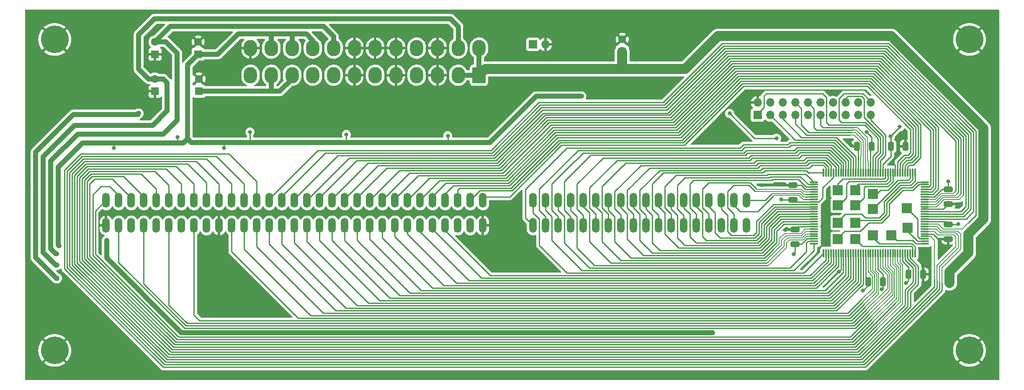
<source format=gbr>
%TF.GenerationSoftware,KiCad,Pcbnew,(7.0.0)*%
%TF.CreationDate,2023-02-18T13:29:25+00:00*%
%TF.ProjectId,testing,74657374-696e-4672-9e6b-696361645f70,rev?*%
%TF.SameCoordinates,Original*%
%TF.FileFunction,Copper,L2,Bot*%
%TF.FilePolarity,Positive*%
%FSLAX46Y46*%
G04 Gerber Fmt 4.6, Leading zero omitted, Abs format (unit mm)*
G04 Created by KiCad (PCBNEW (7.0.0)) date 2023-02-18 13:29:25*
%MOMM*%
%LPD*%
G01*
G04 APERTURE LIST*
G04 Aperture macros list*
%AMRoundRect*
0 Rectangle with rounded corners*
0 $1 Rounding radius*
0 $2 $3 $4 $5 $6 $7 $8 $9 X,Y pos of 4 corners*
0 Add a 4 corners polygon primitive as box body*
4,1,4,$2,$3,$4,$5,$6,$7,$8,$9,$2,$3,0*
0 Add four circle primitives for the rounded corners*
1,1,$1+$1,$2,$3*
1,1,$1+$1,$4,$5*
1,1,$1+$1,$6,$7*
1,1,$1+$1,$8,$9*
0 Add four rect primitives between the rounded corners*
20,1,$1+$1,$2,$3,$4,$5,0*
20,1,$1+$1,$4,$5,$6,$7,0*
20,1,$1+$1,$6,$7,$8,$9,0*
20,1,$1+$1,$8,$9,$2,$3,0*%
G04 Aperture macros list end*
%TA.AperFunction,ComponentPad*%
%ADD10R,1.600000X1.600000*%
%TD*%
%TA.AperFunction,ComponentPad*%
%ADD11C,1.600000*%
%TD*%
%TA.AperFunction,ComponentPad*%
%ADD12R,2.000000X2.000000*%
%TD*%
%TA.AperFunction,ComponentPad*%
%ADD13C,5.600000*%
%TD*%
%TA.AperFunction,ComponentPad*%
%ADD14R,1.700000X1.700000*%
%TD*%
%TA.AperFunction,ComponentPad*%
%ADD15O,1.700000X1.700000*%
%TD*%
%TA.AperFunction,ComponentPad*%
%ADD16O,1.500000X3.000000*%
%TD*%
%TA.AperFunction,ComponentPad*%
%ADD17RoundRect,0.250001X1.099999X1.399999X-1.099999X1.399999X-1.099999X-1.399999X1.099999X-1.399999X0*%
%TD*%
%TA.AperFunction,ComponentPad*%
%ADD18O,2.700000X3.300000*%
%TD*%
%TA.AperFunction,SMDPad,CuDef*%
%ADD19RoundRect,0.250000X0.650000X-0.325000X0.650000X0.325000X-0.650000X0.325000X-0.650000X-0.325000X0*%
%TD*%
%TA.AperFunction,SMDPad,CuDef*%
%ADD20RoundRect,0.250000X0.325000X0.650000X-0.325000X0.650000X-0.325000X-0.650000X0.325000X-0.650000X0*%
%TD*%
%TA.AperFunction,SMDPad,CuDef*%
%ADD21O,0.300000X1.800000*%
%TD*%
%TA.AperFunction,SMDPad,CuDef*%
%ADD22O,1.800000X0.300000*%
%TD*%
%TA.AperFunction,SMDPad,CuDef*%
%ADD23RoundRect,0.250000X-0.325000X-0.650000X0.325000X-0.650000X0.325000X0.650000X-0.325000X0.650000X0*%
%TD*%
%TA.AperFunction,ViaPad*%
%ADD24C,0.800000*%
%TD*%
%TA.AperFunction,Conductor*%
%ADD25C,0.254000*%
%TD*%
%TA.AperFunction,Conductor*%
%ADD26C,2.000000*%
%TD*%
%TA.AperFunction,Conductor*%
%ADD27C,1.000000*%
%TD*%
%TA.AperFunction,Conductor*%
%ADD28C,0.203200*%
%TD*%
G04 APERTURE END LIST*
D10*
%TO.P,C15,1*%
%TO.N,GND*%
X85295999Y-79499999D03*
D11*
%TO.P,C15,2*%
%TO.N,-12V*%
X85296000Y-77000000D03*
%TD*%
D12*
%TO.P,TP2,1,1*%
%TO.N,/14MOUT1*%
X223399999Y-102615999D03*
%TD*%
%TO.P,TP11,1,1*%
%TO.N,/GP14{slash}PLED1*%
X237496999Y-107187999D03*
%TD*%
%TO.P,TP3,1,1*%
%TO.N,/14MOUT2*%
X226955999Y-99567999D03*
%TD*%
D10*
%TO.P,C16,1*%
%TO.N,+3.3V*%
X179775999Y-71475112D03*
D11*
%TO.P,C16,2*%
%TO.N,GND*%
X179776000Y-68975113D03*
%TD*%
D12*
%TO.P,TP9,1,1*%
%TO.N,/GP10{slash}IRQ1*%
X223399999Y-106147999D03*
%TD*%
D13*
%TO.P,REF\u002A\u002A,1*%
%TO.N,GND*%
X65000000Y-69000000D03*
%TD*%
D12*
%TO.P,TP6,1,1*%
%TO.N,/GP17{slash}IOHCS#*%
X226955999Y-109473999D03*
%TD*%
D10*
%TO.P,C19,1*%
%TO.N,+12V*%
X94185999Y-79499999D03*
D11*
%TO.P,C19,2*%
%TO.N,GND*%
X94186000Y-77000000D03*
%TD*%
D13*
%TO.P,,1*%
%TO.N,GND*%
X250000000Y-132000000D03*
%TD*%
%TO.P,,1*%
%TO.N,GND*%
X250000000Y-69000000D03*
%TD*%
D14*
%TO.P,J3,1,Pin_1*%
%TO.N,/PCICLK*%
X207148999Y-84332999D03*
D15*
%TO.P,J3,2,Pin_2*%
%TO.N,GND*%
X207148999Y-81792999D03*
%TO.P,J3,3,Pin_3*%
%TO.N,/LFRAME#*%
X209688999Y-84332999D03*
%TO.P,J3,4,Pin_4*%
%TO.N,unconnected-(J3-Pin_4-Pad4)*%
X209688999Y-81792999D03*
%TO.P,J3,5,Pin_5*%
%TO.N,/PCIRST#*%
X212228999Y-84332999D03*
%TO.P,J3,6,Pin_6*%
%TO.N,unconnected-(J3-Pin_6-Pad6)*%
X212228999Y-81792999D03*
%TO.P,J3,7,Pin_7*%
%TO.N,/LAD3*%
X214768999Y-84332999D03*
%TO.P,J3,8,Pin_8*%
%TO.N,/LAD2*%
X214768999Y-81792999D03*
%TO.P,J3,9,Pin_9*%
%TO.N,unconnected-(J3-Pin_9-Pad9)*%
X217308999Y-84332999D03*
%TO.P,J3,10,Pin_10*%
%TO.N,/LAD1*%
X217308999Y-81792999D03*
%TO.P,J3,11,Pin_11*%
%TO.N,/LAD0*%
X219848999Y-84332999D03*
%TO.P,J3,12,Pin_12*%
%TO.N,GND*%
X219848999Y-81792999D03*
%TO.P,J3,13,Pin_13*%
%TO.N,unconnected-(J3-Pin_13-Pad13)*%
X222388999Y-84332999D03*
%TO.P,J3,14,Pin_14*%
%TO.N,unconnected-(J3-Pin_14-Pad14)*%
X222388999Y-81792999D03*
%TO.P,J3,15,Pin_15*%
%TO.N,unconnected-(J3-Pin_15-Pad15)*%
X224928999Y-84332999D03*
%TO.P,J3,16,Pin_16*%
%TO.N,/SERIRQ*%
X224928999Y-81792999D03*
%TO.P,J3,17,Pin_17*%
%TO.N,GND*%
X227468999Y-84332999D03*
%TO.P,J3,18,Pin_18*%
%TO.N,unconnected-(J3-Pin_18-Pad18)*%
X227468999Y-81792999D03*
%TO.P,J3,19,Pin_19*%
%TO.N,/PWRDN#*%
X230008999Y-84332999D03*
%TO.P,J3,20,Pin_20*%
%TO.N,/LDRQ#*%
X230008999Y-81792999D03*
%TD*%
D12*
%TO.P,TP4,1,1*%
%TO.N,/GP20{slash}PLED0*%
X226955999Y-102615999D03*
%TD*%
%TO.P,TP5,1,1*%
%TO.N,/80PCS#{slash}KBEN#*%
X230511999Y-100329999D03*
%TD*%
%TO.P,TP7,1,1*%
%TO.N,/ROMCS#*%
X230511999Y-103377999D03*
%TD*%
%TO.P,TP14,1,1*%
%TO.N,/GP11{slash}KBCS#*%
X226955999Y-106171999D03*
%TD*%
%TO.P,TP8,1,1*%
%TO.N,/GP16{slash}RTCCS#*%
X230511999Y-108687999D03*
%TD*%
D13*
%TO.P,,1*%
%TO.N,GND*%
X65000000Y-132000000D03*
%TD*%
D12*
%TO.P,TP13,1,1*%
%TO.N,/GP12{slash}MCCS#*%
X223399999Y-109449999D03*
%TD*%
D16*
%TO.P,J1,1,GND*%
%TO.N,GND*%
X75389999Y-106679999D03*
%TO.P,J1,2,RESET*%
%TO.N,/RSTDRV*%
X77929999Y-106679999D03*
%TO.P,J1,3,+5V*%
%TO.N,+5V*%
X80469999Y-106679999D03*
%TO.P,J1,4,IRQ2*%
%TO.N,/IRQ9*%
X83009999Y-106679999D03*
%TO.P,J1,5,-5V*%
%TO.N,-5V*%
X85549999Y-106679999D03*
%TO.P,J1,6,DRQ2*%
%TO.N,/DRQ2*%
X88089999Y-106679999D03*
%TO.P,J1,7,-12V*%
%TO.N,-12V*%
X90629999Y-106679999D03*
%TO.P,J1,8,UNUSED*%
%TO.N,/OWS#*%
X93169999Y-106679999D03*
%TO.P,J1,9,+12V*%
%TO.N,+12V*%
X95709999Y-106679999D03*
%TO.P,J1,10,GND*%
%TO.N,GND*%
X98249999Y-106679999D03*
%TO.P,J1,11,~{SMEMW}*%
%TO.N,/SMEMW#*%
X100789999Y-106679999D03*
%TO.P,J1,12,~{SMEMR}*%
%TO.N,/SMEMR#*%
X103329999Y-106679999D03*
%TO.P,J1,13,~{IOW}*%
%TO.N,/IOW#*%
X105869999Y-106679999D03*
%TO.P,J1,14,~{IOR}*%
%TO.N,/IOR#*%
X108409999Y-106679999D03*
%TO.P,J1,15,~{DACK3}*%
%TO.N,/DACK3#*%
X110949999Y-106679999D03*
%TO.P,J1,16,DRQ3*%
%TO.N,/DRQ3*%
X113489999Y-106679999D03*
%TO.P,J1,17,~{DACK1}*%
%TO.N,/DACK1*%
X116029999Y-106679999D03*
%TO.P,J1,18,DRQ1*%
%TO.N,/DRQ1*%
X118569999Y-106679999D03*
%TO.P,J1,19,~{REFRESH}*%
%TO.N,/REFRESH#*%
X121109999Y-106679999D03*
%TO.P,J1,20,CLK*%
%TO.N,/SYSCLK*%
X123649999Y-106679999D03*
%TO.P,J1,21,IRQ7*%
%TO.N,/IRQ7*%
X126189999Y-106679999D03*
%TO.P,J1,22,IRQ6*%
%TO.N,/IRQ6*%
X128729999Y-106679999D03*
%TO.P,J1,23,IRQ5*%
%TO.N,/IRQ5*%
X131269999Y-106679999D03*
%TO.P,J1,24,IRQ4*%
%TO.N,/IRQ4*%
X133809999Y-106679999D03*
%TO.P,J1,25,IRQ3*%
%TO.N,/IRQ3*%
X136349999Y-106679999D03*
%TO.P,J1,26,~{DACK2}*%
%TO.N,/DACK2#*%
X138889999Y-106679999D03*
%TO.P,J1,27,TC*%
%TO.N,/TC*%
X141429999Y-106679999D03*
%TO.P,J1,28,ALE*%
%TO.N,/BALE*%
X143969999Y-106679999D03*
%TO.P,J1,29,VCC*%
%TO.N,+5V*%
X146509999Y-106679999D03*
%TO.P,J1,30,OSC*%
%TO.N,unconnected-(J1-OSC-Pad30)*%
X149049999Y-106679999D03*
%TO.P,J1,31,GND*%
%TO.N,GND*%
X151589999Y-106679999D03*
%TO.P,J1,32,IO*%
%TO.N,/IOCHCK#*%
X75389999Y-101599999D03*
%TO.P,J1,33,DB7*%
%TO.N,/SD7*%
X77929999Y-101599999D03*
%TO.P,J1,34,DB6*%
%TO.N,/SD6*%
X80469999Y-101599999D03*
%TO.P,J1,35,DB5*%
%TO.N,/SD5*%
X83009999Y-101599999D03*
%TO.P,J1,36,DB4*%
%TO.N,/SD4*%
X85549999Y-101599999D03*
%TO.P,J1,37,DB3*%
%TO.N,/SD3*%
X88089999Y-101599999D03*
%TO.P,J1,38,DB2*%
%TO.N,/SD2*%
X90629999Y-101599999D03*
%TO.P,J1,39,DB1*%
%TO.N,/SD1*%
X93169999Y-101599999D03*
%TO.P,J1,40,DB0*%
%TO.N,/SD0*%
X95709999Y-101599999D03*
%TO.P,J1,41,IO_READY*%
%TO.N,/IOCHRDY*%
X98249999Y-101599999D03*
%TO.P,J1,42,AEN*%
%TO.N,/AEN*%
X100789999Y-101599999D03*
%TO.P,J1,43,BA19*%
%TO.N,/SA19*%
X103329999Y-101599999D03*
%TO.P,J1,44,BA18*%
%TO.N,/SA18*%
X105869999Y-101599999D03*
%TO.P,J1,45,BA17*%
%TO.N,/SA17*%
X108409999Y-101599999D03*
%TO.P,J1,46,BA16*%
%TO.N,/SA16*%
X110949999Y-101599999D03*
%TO.P,J1,47,BA15*%
%TO.N,/SA15*%
X113489999Y-101599999D03*
%TO.P,J1,48,BA14*%
%TO.N,/SA14*%
X116029999Y-101599999D03*
%TO.P,J1,49,BA13*%
%TO.N,/SA13*%
X118569999Y-101599999D03*
%TO.P,J1,50,BA12*%
%TO.N,/SA12*%
X121109999Y-101599999D03*
%TO.P,J1,51,BA11*%
%TO.N,/SA11*%
X123649999Y-101599999D03*
%TO.P,J1,52,BA10*%
%TO.N,/SA10*%
X126189999Y-101599999D03*
%TO.P,J1,53,BA09*%
%TO.N,/SA9*%
X128729999Y-101599999D03*
%TO.P,J1,54,BA08*%
%TO.N,/SA8*%
X131269999Y-101599999D03*
%TO.P,J1,55,BA07*%
%TO.N,/SA7*%
X133809999Y-101599999D03*
%TO.P,J1,56,BA06*%
%TO.N,/SA6*%
X136349999Y-101599999D03*
%TO.P,J1,57,BA05*%
%TO.N,/SA5*%
X138889999Y-101599999D03*
%TO.P,J1,58,BA04*%
%TO.N,/SA4*%
X141429999Y-101599999D03*
%TO.P,J1,59,BA03*%
%TO.N,/SA3*%
X143969999Y-101599999D03*
%TO.P,J1,60,BA02*%
%TO.N,/SA2*%
X146509999Y-101599999D03*
%TO.P,J1,61,BA01*%
%TO.N,/SA1*%
X149049999Y-101599999D03*
%TO.P,J1,62,BA00*%
%TO.N,/SA0*%
X151589999Y-101599999D03*
%TO.P,J1,63,~{MEMCS16}*%
%TO.N,/MEMCS16#*%
X161749999Y-106679999D03*
%TO.P,J1,64,~{IOCS16}*%
%TO.N,/IOCS16#*%
X164289999Y-106679999D03*
%TO.P,J1,65,IRQ10*%
%TO.N,/IRQ10*%
X166829999Y-106679999D03*
%TO.P,J1,66,IRQ11*%
%TO.N,/IRQ11*%
X169369999Y-106679999D03*
%TO.P,J1,67,IRQ12*%
%TO.N,/IRQ12*%
X171909999Y-106679999D03*
%TO.P,J1,68,IRQ15*%
%TO.N,/IRQ15*%
X174449999Y-106679999D03*
%TO.P,J1,69,IRQ14*%
%TO.N,/IRQ14*%
X176989999Y-106679999D03*
%TO.P,J1,70,~{DACK0}*%
%TO.N,/DACK0#*%
X179529999Y-106679999D03*
%TO.P,J1,71,DRQ0*%
%TO.N,/DRQ0*%
X182069999Y-106679999D03*
%TO.P,J1,72,~{DACK5}*%
%TO.N,/DACK5#*%
X184609999Y-106679999D03*
%TO.P,J1,73,DRQ5*%
%TO.N,/DRQ5*%
X187149999Y-106679999D03*
%TO.P,J1,74,~{DACK6}*%
%TO.N,/DACK6#{slash}HEFRAS*%
X189689999Y-106679999D03*
%TO.P,J1,75,DRQ6*%
%TO.N,/DRQ6*%
X192229999Y-106679999D03*
%TO.P,J1,76,~{DACK7}*%
%TO.N,/DACK7#{slash}RTCEN#*%
X194769999Y-106679999D03*
%TO.P,J1,77,DRQ7*%
%TO.N,/DRQ7*%
X197309999Y-106679999D03*
%TO.P,J1,78,+5V*%
%TO.N,+5V*%
X199849999Y-106679999D03*
%TO.P,J1,79,MASTER*%
%TO.N,/MASTER#*%
X202389999Y-106679999D03*
%TO.P,J1,80,GND*%
%TO.N,GND*%
X204929999Y-106679999D03*
%TO.P,J1,81,SBHE*%
%TO.N,/SBHE#*%
X161749999Y-101599999D03*
%TO.P,J1,82,LA23*%
%TO.N,/LA23*%
X164289999Y-101599999D03*
%TO.P,J1,83,LA22*%
%TO.N,/LA22*%
X166829999Y-101599999D03*
%TO.P,J1,84,LA21*%
%TO.N,/LA21*%
X169369999Y-101599999D03*
%TO.P,J1,85,LA20*%
%TO.N,/LA20*%
X171909999Y-101599999D03*
%TO.P,J1,86,LA19*%
%TO.N,/LA19{slash}GP23*%
X174449999Y-101599999D03*
%TO.P,J1,87,LA18*%
%TO.N,/LA18{slash}GP22*%
X176989999Y-101599999D03*
%TO.P,J1,88,LA17*%
%TO.N,/LA17{slash}GP21*%
X179529999Y-101599999D03*
%TO.P,J1,89,~{MEMR}*%
%TO.N,/MEMR#*%
X182069999Y-101599999D03*
%TO.P,J1,90,~{MEMW}*%
%TO.N,/MEMW#*%
X184609999Y-101599999D03*
%TO.P,J1,91,D8*%
%TO.N,/SD8*%
X187149999Y-101599999D03*
%TO.P,J1,92,D9*%
%TO.N,/SD9*%
X189689999Y-101599999D03*
%TO.P,J1,93,D10*%
%TO.N,/SD10*%
X192229999Y-101599999D03*
%TO.P,J1,94,D11*%
%TO.N,/SD11*%
X194769999Y-101599999D03*
%TO.P,J1,95,D12*%
%TO.N,/SD12*%
X197309999Y-101599999D03*
%TO.P,J1,96,D13*%
%TO.N,/SD13*%
X199849999Y-101599999D03*
%TO.P,J1,97,D14*%
%TO.N,/SD14*%
X202389999Y-101599999D03*
%TO.P,J1,98,D15*%
%TO.N,/SD15*%
X204929999Y-101599999D03*
%TD*%
D10*
%TO.P,C17,1*%
%TO.N,GND*%
X85295999Y-71999999D03*
D11*
%TO.P,C17,2*%
%TO.N,-5V*%
X85296000Y-69500000D03*
%TD*%
D12*
%TO.P,TP10,1,1*%
%TO.N,/GP15{slash}IRQ8*%
X234194999Y-108687999D03*
%TD*%
D14*
%TO.P,J4,1,Pin_1*%
%TO.N,Net-(J4-Pin_1)*%
X161724999Y-69999999D03*
D15*
%TO.P,J4,2,Pin_2*%
%TO.N,GND*%
X164264999Y-69999999D03*
%TD*%
D12*
%TO.P,TP1,1,1*%
%TO.N,/14.318M*%
X223399999Y-99567999D03*
%TD*%
D10*
%TO.P,C18,1*%
%TO.N,+5V*%
X93999999Y-71999999D03*
D11*
%TO.P,C18,2*%
%TO.N,GND*%
X94000000Y-69500000D03*
%TD*%
D12*
%TO.P,TP12,1,1*%
%TO.N,/GP13{slash}IRQIN*%
X237369999Y-103201999D03*
%TD*%
D17*
%TO.P,J5,1,+3.3V*%
%TO.N,+3.3V*%
X150814000Y-76250000D03*
D18*
%TO.P,J5,2,+3.3V*%
X146613999Y-76249999D03*
%TO.P,J5,3,GND*%
%TO.N,GND*%
X142413999Y-76249999D03*
%TO.P,J5,4,+5V*%
%TO.N,+5V*%
X138213999Y-76249999D03*
%TO.P,J5,5,GND*%
%TO.N,GND*%
X134013999Y-76249999D03*
%TO.P,J5,6,+5V*%
%TO.N,+5V*%
X129813999Y-76249999D03*
%TO.P,J5,7,GND*%
%TO.N,GND*%
X125613999Y-76249999D03*
%TO.P,J5,8,PWR_OK*%
%TO.N,unconnected-(J5-PWR_OK-Pad8)*%
X121413999Y-76249999D03*
%TO.P,J5,9,+5VSB*%
%TO.N,unconnected-(J5-+5VSB-Pad9)*%
X117213999Y-76249999D03*
%TO.P,J5,10,+12V*%
%TO.N,+12V*%
X113013999Y-76249999D03*
%TO.P,J5,11,+12V*%
X108813999Y-76249999D03*
%TO.P,J5,12,+3.3V*%
%TO.N,+3.3V*%
X104613999Y-76249999D03*
%TO.P,J5,13,+3.3V*%
X150813999Y-70749999D03*
%TO.P,J5,14,-12V*%
%TO.N,-12V*%
X146613999Y-70749999D03*
%TO.P,J5,15,GND*%
%TO.N,GND*%
X142413999Y-70749999D03*
%TO.P,J5,16,PS_ON#*%
%TO.N,Net-(J4-Pin_1)*%
X138213999Y-70749999D03*
%TO.P,J5,17,GND*%
%TO.N,GND*%
X134013999Y-70749999D03*
%TO.P,J5,18,GND*%
X129813999Y-70749999D03*
%TO.P,J5,19,GND*%
X125613999Y-70749999D03*
%TO.P,J5,20,-5V*%
%TO.N,-5V*%
X121413999Y-70749999D03*
%TO.P,J5,21,+5V*%
%TO.N,+5V*%
X117213999Y-70749999D03*
%TO.P,J5,22,+5V*%
X113013999Y-70749999D03*
%TO.P,J5,23,+5V*%
X108813999Y-70749999D03*
%TO.P,J5,24,GND*%
%TO.N,GND*%
X104613999Y-70749999D03*
%TD*%
D19*
%TO.P,C8,1*%
%TO.N,GND*%
X245752000Y-109425000D03*
%TO.P,C8,2*%
%TO.N,+3.3V*%
X245752000Y-106475000D03*
%TD*%
D20*
%TO.P,C4,1*%
%TO.N,GND*%
X232495000Y-118110000D03*
%TO.P,C4,2*%
%TO.N,+3.3V*%
X229545000Y-118110000D03*
%TD*%
D19*
%TO.P,C1,1*%
%TO.N,+3.3V*%
X214764000Y-110441000D03*
%TO.P,C1,2*%
%TO.N,GND*%
X214764000Y-107491000D03*
%TD*%
D21*
%TO.P,U1,1,DRQ5*%
%TO.N,/DRQ5*%
X220499999Y-95940000D03*
%TO.P,U1,2,DACK5#*%
%TO.N,/DACK5#*%
X220999999Y-95940000D03*
%TO.P,U1,3,DRQ0*%
%TO.N,/DRQ0*%
X221499999Y-95940000D03*
%TO.P,U1,4,DACK0#*%
%TO.N,/DACK0#*%
X221999999Y-95940000D03*
%TO.P,U1,5,VDD3V*%
%TO.N,+3.3V*%
X222499999Y-95940000D03*
%TO.P,U1,6,IRQ14*%
%TO.N,/IRQ14*%
X222999999Y-95940000D03*
%TO.P,U1,7,IRQ15*%
%TO.N,/IRQ15*%
X223499999Y-95940000D03*
%TO.P,U1,8,IRQ12*%
%TO.N,/IRQ12*%
X223999999Y-95940000D03*
%TO.P,U1,9,IRQ11*%
%TO.N,/IRQ11*%
X224499999Y-95940000D03*
%TO.P,U1,10,IRQ10*%
%TO.N,/IRQ10*%
X224999999Y-95940000D03*
%TO.P,U1,11,IOCS16#*%
%TO.N,/IOCS16#*%
X225499999Y-95940000D03*
%TO.P,U1,12,MEMCS16#*%
%TO.N,/MEMCS16#*%
X225999999Y-95940000D03*
%TO.P,U1,13,LFRAME#*%
%TO.N,/LFRAME#*%
X226499999Y-95940000D03*
%TO.P,U1,14,PCIRST#*%
%TO.N,/PCIRST#*%
X226999999Y-95940000D03*
%TO.P,U1,15,GND*%
%TO.N,GND*%
X227499999Y-95940000D03*
%TO.P,U1,16,LAD3*%
%TO.N,/LAD3*%
X227999999Y-95940000D03*
%TO.P,U1,17,LAD2*%
%TO.N,/LAD2*%
X228499999Y-95940000D03*
%TO.P,U1,18,LAD1*%
%TO.N,/LAD1*%
X228999999Y-95940000D03*
%TO.P,U1,19,LAD0*%
%TO.N,/LAD0*%
X229499999Y-95940000D03*
%TO.P,U1,20,VDD3V*%
%TO.N,+3.3V*%
X229999999Y-95940000D03*
%TO.P,U1,21,PCICLK*%
%TO.N,/PCICLK*%
X230499999Y-95940000D03*
%TO.P,U1,22,LDRQ#*%
%TO.N,/LDRQ#*%
X230999999Y-95940000D03*
%TO.P,U1,23,SERIRQ*%
%TO.N,/SERIRQ*%
X231499999Y-95940000D03*
%TO.P,U1,24,PWRDN#*%
%TO.N,/PWRDN#*%
X231999999Y-95940000D03*
%TO.P,U1,25,VDD3V*%
%TO.N,+3.3V*%
X232499999Y-95940000D03*
%TO.P,U1,26,14.318M*%
%TO.N,/14.318M*%
X232999999Y-95940000D03*
%TO.P,U1,27,14MOUT1*%
%TO.N,/14MOUT1*%
X233499999Y-95940000D03*
%TO.P,U1,28,14MOUT2*%
%TO.N,/14MOUT2*%
X233999999Y-95940000D03*
%TO.P,U1,29,GP20/PLED0*%
%TO.N,/GP20{slash}PLED0*%
X234499999Y-95940000D03*
%TO.P,U1,30,GND*%
%TO.N,GND*%
X234999999Y-95940000D03*
%TO.P,U1,31,SA0*%
%TO.N,/SA0*%
X235499999Y-95940000D03*
%TO.P,U1,32,SA1*%
%TO.N,/SA1*%
X235999999Y-95940000D03*
%TO.P,U1,33,SA2*%
%TO.N,/SA2*%
X236499999Y-95940000D03*
%TO.P,U1,34,SA3*%
%TO.N,/SA3*%
X236999999Y-95940000D03*
%TO.P,U1,35,SA4*%
%TO.N,/SA4*%
X237499999Y-95940000D03*
%TO.P,U1,36,80PCS#/KBEN#*%
%TO.N,/80PCS#{slash}KBEN#*%
X237999999Y-95940000D03*
%TO.P,U1,37,ROMCS#*%
%TO.N,/ROMCS#*%
X238499999Y-95940000D03*
%TO.P,U1,38,GP10/IRQ1*%
%TO.N,/GP10{slash}IRQ1*%
X238999999Y-95940000D03*
D22*
%TO.P,U1,39,GP11/KBCS#*%
%TO.N,/GP11{slash}KBCS#*%
X240949999Y-97889999D03*
%TO.P,U1,40,GP12/MCCS#*%
%TO.N,/GP12{slash}MCCS#*%
X240949999Y-98389999D03*
%TO.P,U1,41,SA5*%
%TO.N,/SA5*%
X240949999Y-98889999D03*
%TO.P,U1,42,SA6*%
%TO.N,/SA6*%
X240949999Y-99389999D03*
%TO.P,U1,43,SA7*%
%TO.N,/SA7*%
X240949999Y-99889999D03*
%TO.P,U1,44,SA8*%
%TO.N,/SA8*%
X240949999Y-100389999D03*
%TO.P,U1,45,VDD3V*%
%TO.N,+3.3V*%
X240949999Y-100889999D03*
%TO.P,U1,46,SA9*%
%TO.N,/SA9*%
X240949999Y-101389999D03*
%TO.P,U1,47,SA10*%
%TO.N,/SA10*%
X240949999Y-101889999D03*
%TO.P,U1,48,SA11*%
%TO.N,/SA11*%
X240949999Y-102389999D03*
%TO.P,U1,49,SA12*%
%TO.N,/SA12*%
X240949999Y-102889999D03*
%TO.P,U1,50,GND*%
%TO.N,GND*%
X240949999Y-103389999D03*
%TO.P,U1,51,SA13*%
%TO.N,/SA13*%
X240949999Y-103889999D03*
%TO.P,U1,52,SA14*%
%TO.N,/SA14*%
X240949999Y-104389999D03*
%TO.P,U1,53,SA15*%
%TO.N,/SA15*%
X240949999Y-104889999D03*
%TO.P,U1,54,SA16*%
%TO.N,/SA16*%
X240949999Y-105389999D03*
%TO.P,U1,55,VDD3V*%
%TO.N,+3.3V*%
X240949999Y-105889999D03*
%TO.P,U1,56,SA17*%
%TO.N,/SA17*%
X240949999Y-106389999D03*
%TO.P,U1,57,SA18*%
%TO.N,/SA18*%
X240949999Y-106889999D03*
%TO.P,U1,58,SA19*%
%TO.N,/SA19*%
X240949999Y-107389999D03*
%TO.P,U1,59,AEN*%
%TO.N,/AEN*%
X240949999Y-107889999D03*
%TO.P,U1,60,GND*%
%TO.N,GND*%
X240949999Y-108389999D03*
%TO.P,U1,61,IOCHRDY*%
%TO.N,/IOCHRDY*%
X240949999Y-108889999D03*
%TO.P,U1,62,GP13/IRQIN*%
%TO.N,/GP13{slash}IRQIN*%
X240949999Y-109389999D03*
%TO.P,U1,63,GP14/PLED1*%
%TO.N,/GP14{slash}PLED1*%
X240949999Y-109889999D03*
%TO.P,U1,64,GP15/IRQ8*%
%TO.N,/GP15{slash}IRQ8*%
X240949999Y-110389999D03*
D21*
%TO.P,U1,65,GP16/RTCCS#*%
%TO.N,/GP16{slash}RTCCS#*%
X238999999Y-112339998D03*
%TO.P,U1,66,GP17/IOHCS#*%
%TO.N,/GP17{slash}IOHCS#*%
X238499999Y-112339998D03*
%TO.P,U1,67,SD0*%
%TO.N,/SD0*%
X237999999Y-112339998D03*
%TO.P,U1,68,SD1*%
%TO.N,/SD1*%
X237499999Y-112339998D03*
%TO.P,U1,69,SD2*%
%TO.N,/SD2*%
X236999999Y-112339998D03*
%TO.P,U1,70,VDD3V*%
%TO.N,+3.3V*%
X236499999Y-112339998D03*
%TO.P,U1,71,SD3*%
%TO.N,/SD3*%
X235999999Y-112339998D03*
%TO.P,U1,72,SD4*%
%TO.N,/SD4*%
X235499999Y-112339998D03*
%TO.P,U1,73,SD5*%
%TO.N,/SD5*%
X234999999Y-112339998D03*
%TO.P,U1,74,SD6*%
%TO.N,/SD6*%
X234499999Y-112339998D03*
%TO.P,U1,75,SD7*%
%TO.N,/SD7*%
X233999999Y-112339998D03*
%TO.P,U1,76,IOCHCK#*%
%TO.N,/IOCHCK#*%
X233499999Y-112339998D03*
%TO.P,U1,77,RSTDRV*%
%TO.N,/RSTDRV*%
X232999999Y-112339998D03*
%TO.P,U1,78,IRQ9*%
%TO.N,/IRQ9*%
X232499999Y-112339998D03*
%TO.P,U1,79,DRQ2*%
%TO.N,/DRQ2*%
X231999999Y-112339998D03*
%TO.P,U1,80,GND*%
%TO.N,GND*%
X231499999Y-112339998D03*
%TO.P,U1,81,OWS#*%
%TO.N,/OWS#*%
X230999999Y-112339998D03*
%TO.P,U1,82,SMEMW#*%
%TO.N,/SMEMW#*%
X230499999Y-112339998D03*
%TO.P,U1,83,SMEMR#*%
%TO.N,/SMEMR#*%
X229999999Y-112339998D03*
%TO.P,U1,84,IOW#*%
%TO.N,/IOW#*%
X229499999Y-112339998D03*
%TO.P,U1,85,VDD3V*%
%TO.N,+3.3V*%
X228999999Y-112339998D03*
%TO.P,U1,86,IOR#*%
%TO.N,/IOR#*%
X228499999Y-112339998D03*
%TO.P,U1,87,DACK3#*%
%TO.N,/DACK3#*%
X227999999Y-112339998D03*
%TO.P,U1,88,DRQ3*%
%TO.N,/DRQ3*%
X227499999Y-112339998D03*
%TO.P,U1,89,DACK1#*%
%TO.N,/DACK1*%
X226999999Y-112339998D03*
%TO.P,U1,90,DRQ1*%
%TO.N,/DRQ1*%
X226499999Y-112339998D03*
%TO.P,U1,91,REFRESH#*%
%TO.N,/REFRESH#*%
X225999999Y-112339998D03*
%TO.P,U1,92,SYSCLK*%
%TO.N,/SYSCLK*%
X225499999Y-112339998D03*
%TO.P,U1,93,IRQ7*%
%TO.N,/IRQ7*%
X224999999Y-112339998D03*
%TO.P,U1,94,IRQ6*%
%TO.N,/IRQ6*%
X224499999Y-112339998D03*
%TO.P,U1,95,GND*%
%TO.N,GND*%
X223999999Y-112339998D03*
%TO.P,U1,96,IRQ5*%
%TO.N,/IRQ5*%
X223499999Y-112339998D03*
%TO.P,U1,97,IRQ4*%
%TO.N,/IRQ4*%
X222999999Y-112339998D03*
%TO.P,U1,98,IRQ3*%
%TO.N,/IRQ3*%
X222499999Y-112339998D03*
%TO.P,U1,99,DACK2#*%
%TO.N,/DACK2#*%
X221999999Y-112339998D03*
%TO.P,U1,100,TC*%
%TO.N,/TC*%
X221499999Y-112339998D03*
%TO.P,U1,101,BALE*%
%TO.N,/BALE*%
X220999999Y-112339998D03*
%TO.P,U1,102,SBHE#*%
%TO.N,/SBHE#*%
X220499999Y-112339998D03*
D22*
%TO.P,U1,103,LA23*%
%TO.N,/LA23*%
X218549999Y-110389999D03*
%TO.P,U1,104,LA22*%
%TO.N,/LA22*%
X218549999Y-109889999D03*
%TO.P,U1,105,VDD3V*%
%TO.N,+3.3V*%
X218549999Y-109389999D03*
%TO.P,U1,106,LA21*%
%TO.N,/LA21*%
X218549999Y-108889999D03*
%TO.P,U1,107,LA20*%
%TO.N,/LA20*%
X218549999Y-108389999D03*
%TO.P,U1,108,LA19/GP23*%
%TO.N,/LA19{slash}GP23*%
X218549999Y-107889999D03*
%TO.P,U1,109,LA18/GP22*%
%TO.N,/LA18{slash}GP22*%
X218549999Y-107389999D03*
%TO.P,U1,110,GND*%
%TO.N,GND*%
X218549999Y-106889999D03*
%TO.P,U1,111,LA17/GP21*%
%TO.N,/LA17{slash}GP21*%
X218549999Y-106389999D03*
%TO.P,U1,112,MEMR#*%
%TO.N,/MEMR#*%
X218549999Y-105889999D03*
%TO.P,U1,113,MEMW#*%
%TO.N,/MEMW#*%
X218549999Y-105389999D03*
%TO.P,U1,114,SD8*%
%TO.N,/SD8*%
X218549999Y-104889999D03*
%TO.P,U1,115,SD9*%
%TO.N,/SD9*%
X218549999Y-104389999D03*
%TO.P,U1,116,SD10*%
%TO.N,/SD10*%
X218549999Y-103889999D03*
%TO.P,U1,117,SD11*%
%TO.N,/SD11*%
X218549999Y-103389999D03*
%TO.P,U1,118,SD12*%
%TO.N,/SD12*%
X218549999Y-102889999D03*
%TO.P,U1,119,SD13*%
%TO.N,/SD13*%
X218549999Y-102389999D03*
%TO.P,U1,120,VDD3V*%
%TO.N,+3.3V*%
X218549999Y-101889999D03*
%TO.P,U1,121,SD14*%
%TO.N,/SD14*%
X218549999Y-101389999D03*
%TO.P,U1,122,SD15*%
%TO.N,/SD15*%
X218549999Y-100889999D03*
%TO.P,U1,123,MASTER#*%
%TO.N,/MASTER#*%
X218549999Y-100389999D03*
%TO.P,U1,124,DRQ7*%
%TO.N,/DRQ7*%
X218549999Y-99889999D03*
%TO.P,U1,125,GND*%
%TO.N,GND*%
X218549999Y-99389999D03*
%TO.P,U1,126,DACK7#/RTCEN#*%
%TO.N,/DACK7#{slash}RTCEN#*%
X218549999Y-98889999D03*
%TO.P,U1,127,DRQ6*%
%TO.N,/DRQ6*%
X218549999Y-98389999D03*
%TO.P,U1,128,DACK6#/HEFRAS*%
%TO.N,/DACK6#{slash}HEFRAS*%
X218549999Y-97889999D03*
%TD*%
D20*
%TO.P,C6,1*%
%TO.N,GND*%
X240623000Y-116586000D03*
%TO.P,C6,2*%
%TO.N,+3.3V*%
X237673000Y-116586000D03*
%TD*%
D19*
%TO.P,C2,1*%
%TO.N,+3.3V*%
X214342387Y-101451266D03*
%TO.P,C2,2*%
%TO.N,GND*%
X214342387Y-98501266D03*
%TD*%
%TO.P,C7,1*%
%TO.N,GND*%
X245752000Y-102313000D03*
%TO.P,C7,2*%
%TO.N,+3.3V*%
X245752000Y-99363000D03*
%TD*%
D20*
%TO.P,C3,1*%
%TO.N,+3.3V*%
X230209000Y-90678000D03*
%TO.P,C3,2*%
%TO.N,GND*%
X227259000Y-90678000D03*
%TD*%
D23*
%TO.P,C5,1*%
%TO.N,+3.3V*%
X234117000Y-90678000D03*
%TO.P,C5,2*%
%TO.N,GND*%
X237067000Y-90678000D03*
%TD*%
D24*
%TO.N,+3.3V*%
X252864000Y-97790000D03*
X234068000Y-88646000D03*
X201500000Y-84000000D03*
X235924000Y-86692000D03*
X228480000Y-119888000D03*
X192534000Y-74966000D03*
X214500000Y-112500000D03*
X211907000Y-101385000D03*
X247784000Y-106426000D03*
X244052000Y-78818000D03*
X211000000Y-89000000D03*
X251848000Y-106426000D03*
X245752000Y-97790000D03*
X246006000Y-118364000D03*
X229204295Y-87785705D03*
X237159900Y-118364000D03*
%TO.N,GND*%
X225686000Y-89662000D03*
X212161000Y-98464000D03*
X255000000Y-101250000D03*
X190500000Y-77000000D03*
X220750000Y-104500000D03*
X164500000Y-137000000D03*
X212796000Y-107608000D03*
X94500000Y-84500000D03*
X232290000Y-119634000D03*
X223654000Y-116078000D03*
X237116000Y-88646000D03*
X240672000Y-114808000D03*
X106250000Y-120500000D03*
X244990000Y-111252000D03*
X59750000Y-98500000D03*
X208000000Y-98500000D03*
X247784000Y-102616000D03*
X200000000Y-87500000D03*
%TO.N,+5V*%
X99250000Y-91000000D03*
X171522000Y-80526000D03*
X130247000Y-128399476D03*
X104500000Y-87750000D03*
X89861000Y-88781000D03*
X65857000Y-110783000D03*
X124000000Y-88250000D03*
X146500000Y-128399476D03*
X77000000Y-91000000D03*
X144500000Y-88500000D03*
X93290000Y-128399476D03*
X167966000Y-128399476D03*
X75510000Y-109736000D03*
X198079924Y-128399476D03*
%TO.N,-5V*%
X65349000Y-112434000D03*
%TO.N,-12V*%
X65476000Y-114720000D03*
%TO.N,+12V*%
X65476000Y-117387000D03*
X82000000Y-84000000D03*
%TD*%
D25*
%TO.N,+3.3V*%
X218550000Y-109390000D02*
X217134000Y-109390000D01*
X219554000Y-101890000D02*
X220352000Y-101092000D01*
X244483800Y-99363000D02*
X245752000Y-99363000D01*
X234117000Y-92661000D02*
X234117000Y-90932000D01*
X214781121Y-101890000D02*
X214342387Y-101451266D01*
X235924000Y-86790000D02*
X234068000Y-88646000D01*
X235924000Y-86692000D02*
X235924000Y-86790000D01*
D26*
X246006000Y-116078000D02*
X246006000Y-118364000D01*
D25*
X229000000Y-112339999D02*
X229000000Y-117565000D01*
X237673000Y-117850900D02*
X237159900Y-118364000D01*
X222500000Y-96912000D02*
X222500000Y-95940001D01*
X245752000Y-99363000D02*
X245752000Y-97790000D01*
X216083000Y-110441000D02*
X214764000Y-110441000D01*
X234117000Y-88695000D02*
X234068000Y-88646000D01*
D26*
X179776000Y-74966000D02*
X192534000Y-74966000D01*
D25*
X229545000Y-118110000D02*
X229545000Y-118823000D01*
X234117000Y-90678000D02*
X234117000Y-88695000D01*
X240950000Y-105890000D02*
X245167000Y-105890000D01*
X230000000Y-95940001D02*
X230000000Y-90633000D01*
X212626734Y-101451266D02*
X211973266Y-101451266D01*
D26*
X152098000Y-74966000D02*
X179776000Y-74966000D01*
X252864000Y-105410000D02*
X249816000Y-108458000D01*
D27*
X150814000Y-70750000D02*
X150814000Y-76250000D01*
D25*
X245167000Y-105890000D02*
X245752000Y-106475000D01*
X236500000Y-112339999D02*
X236500000Y-113938000D01*
D26*
X150814000Y-76250000D02*
X152098000Y-74966000D01*
X199174000Y-68326000D02*
X234170000Y-68326000D01*
D25*
X242956800Y-100890000D02*
X244483800Y-99363000D01*
X201500000Y-84000000D02*
X206500000Y-89000000D01*
X230209000Y-88790410D02*
X230209000Y-90678000D01*
X206500000Y-89000000D02*
X211000000Y-89000000D01*
X220352000Y-99060000D02*
X222500000Y-96912000D01*
X214342387Y-101451266D02*
X212626734Y-101451266D01*
X214764000Y-112236000D02*
X214500000Y-112500000D01*
X229545000Y-118823000D02*
X228480000Y-119888000D01*
X218550000Y-101890000D02*
X214781121Y-101890000D01*
X237673000Y-116586000D02*
X237673000Y-117850900D01*
D27*
X146614000Y-76250000D02*
X150814000Y-76250000D01*
D25*
X214764000Y-110441000D02*
X214764000Y-112236000D01*
D26*
X249816000Y-112268000D02*
X246006000Y-116078000D01*
X192534000Y-74966000D02*
X199174000Y-68326000D01*
D25*
X220352000Y-101092000D02*
X220352000Y-99060000D01*
X245752000Y-106475000D02*
X247735000Y-106475000D01*
X237673000Y-115111000D02*
X237673000Y-116586000D01*
X211973266Y-101451266D02*
X211907000Y-101385000D01*
X247735000Y-106475000D02*
X247784000Y-106426000D01*
X232500000Y-95940001D02*
X232500000Y-94278000D01*
X240950000Y-100890000D02*
X242956800Y-100890000D01*
D26*
X234170000Y-68326000D02*
X252864000Y-87020000D01*
D25*
X218550000Y-101890000D02*
X219554000Y-101890000D01*
X232500000Y-94278000D02*
X234117000Y-92661000D01*
D26*
X252864000Y-87020000D02*
X252864000Y-105410000D01*
D25*
X236500000Y-113938000D02*
X237673000Y-115111000D01*
X217134000Y-109390000D02*
X216083000Y-110441000D01*
D26*
X179776000Y-74966000D02*
X179776000Y-71475113D01*
D25*
X229204295Y-87785705D02*
X230209000Y-88790410D01*
X229000000Y-117565000D02*
X229545000Y-118110000D01*
D26*
X249816000Y-108458000D02*
X249816000Y-112268000D01*
D25*
%TO.N,GND*%
X240623000Y-116586000D02*
X240623000Y-114857000D01*
X227500000Y-90665000D02*
X227259000Y-90424000D01*
X226702000Y-90678000D02*
X225686000Y-89662000D01*
X237067000Y-90932000D02*
X236862000Y-90932000D01*
X214342387Y-98501266D02*
X212198266Y-98501266D01*
X245752000Y-102313000D02*
X247481000Y-102313000D01*
X234500000Y-94000000D02*
X234500000Y-93500000D01*
X232495000Y-118110000D02*
X232495000Y-116537000D01*
X245752000Y-109425000D02*
X245752000Y-110490000D01*
X215983266Y-98501266D02*
X214342387Y-98501266D01*
X237067000Y-88695000D02*
X237116000Y-88646000D01*
X214764000Y-107491000D02*
X213050000Y-107491000D01*
X244675000Y-103390000D02*
X245752000Y-102313000D01*
X232495000Y-119429000D02*
X232290000Y-119634000D01*
X235500000Y-91000000D02*
X235822000Y-90678000D01*
X218550000Y-106890000D02*
X215365000Y-106890000D01*
X227259000Y-90678000D02*
X226702000Y-90678000D01*
X237067000Y-90678000D02*
X237067000Y-88695000D01*
X231500000Y-115542000D02*
X231500000Y-112339999D01*
X234500000Y-93500000D02*
X235500000Y-92500000D01*
X232495000Y-116537000D02*
X231500000Y-115542000D01*
X235500000Y-92500000D02*
X235500000Y-91000000D01*
X240950000Y-103390000D02*
X244675000Y-103390000D01*
X243671000Y-109425000D02*
X245752000Y-109425000D01*
X212913000Y-107491000D02*
X212796000Y-107608000D01*
X213050000Y-107491000D02*
X212913000Y-107491000D01*
X247481000Y-102313000D02*
X247784000Y-102616000D01*
X215365000Y-106890000D02*
X214764000Y-107491000D01*
X227500000Y-95940001D02*
X227500000Y-90665000D01*
X212198266Y-98501266D02*
X212161000Y-98464000D01*
X224000000Y-112339999D02*
X224000000Y-115732000D01*
X240623000Y-114857000D02*
X240672000Y-114808000D01*
X242636000Y-108390000D02*
X243671000Y-109425000D01*
X224000000Y-115732000D02*
X223654000Y-116078000D01*
X235000000Y-95940001D02*
X235000000Y-94500000D01*
X235000000Y-94500000D02*
X234500000Y-94000000D01*
X235822000Y-90678000D02*
X237067000Y-90678000D01*
X245752000Y-110490000D02*
X244990000Y-111252000D01*
X240950000Y-108390000D02*
X242636000Y-108390000D01*
X216872000Y-99390000D02*
X215983266Y-98501266D01*
X232495000Y-118110000D02*
X232495000Y-119429000D01*
X218550000Y-99390000D02*
X216872000Y-99390000D01*
D27*
%TO.N,+5V*%
X75510000Y-109736000D02*
X75510000Y-113292000D01*
X90617476Y-128399476D02*
X93290000Y-128399476D01*
X108814000Y-68210000D02*
X108500000Y-67896000D01*
D25*
X124000000Y-88250000D02*
X124000000Y-89916000D01*
D27*
X65730000Y-94908000D02*
X65730000Y-110656000D01*
X124000000Y-89916000D02*
X104500000Y-89916000D01*
X102138000Y-67896000D02*
X108500000Y-67896000D01*
X75000000Y-90000000D02*
X89861000Y-90000000D01*
X65730000Y-110656000D02*
X65857000Y-110783000D01*
X98000000Y-72000000D02*
X99818000Y-70182000D01*
D25*
X99250000Y-91000000D02*
X99250000Y-89916000D01*
D27*
X99250000Y-89916000D02*
X92662000Y-89916000D01*
X89861000Y-90000000D02*
X91054000Y-90000000D01*
X130247000Y-128399476D02*
X146500000Y-128399476D01*
X162378000Y-80526000D02*
X171522000Y-80526000D01*
X138250000Y-89916000D02*
X130000000Y-89916000D01*
X70638000Y-90000000D02*
X65730000Y-94908000D01*
X75000000Y-90000000D02*
X70638000Y-90000000D01*
X117214000Y-69214000D02*
X117214000Y-70750000D01*
X152500000Y-89916000D02*
X152988000Y-89916000D01*
X108814000Y-70750000D02*
X108814000Y-68210000D01*
D25*
X77000000Y-90000000D02*
X75000000Y-90000000D01*
D27*
X91900000Y-74100000D02*
X94000000Y-72000000D01*
X115896000Y-67896000D02*
X117214000Y-69214000D01*
X94000000Y-72000000D02*
X98000000Y-72000000D01*
D25*
X144500000Y-89916000D02*
X144500000Y-88500000D01*
D27*
X93290000Y-128399476D02*
X130247000Y-128399476D01*
X92662000Y-89916000D02*
X91900000Y-89154000D01*
X152500000Y-89916000D02*
X144500000Y-89916000D01*
X144500000Y-89916000D02*
X138250000Y-89916000D01*
X91054000Y-90000000D02*
X91900000Y-89154000D01*
D25*
X89861000Y-88781000D02*
X89861000Y-90000000D01*
D27*
X161870000Y-81034000D02*
X162378000Y-80526000D01*
X99818000Y-70182000D02*
X99852000Y-70182000D01*
X167966000Y-128399476D02*
X198079924Y-128399476D01*
D25*
X77000000Y-91000000D02*
X77000000Y-90000000D01*
X104500000Y-87750000D02*
X104500000Y-89916000D01*
D27*
X75510000Y-113292000D02*
X90617476Y-128399476D01*
X146500000Y-128399476D02*
X167966000Y-128399476D01*
X113000000Y-67896000D02*
X115896000Y-67896000D01*
X99852000Y-70182000D02*
X102138000Y-67896000D01*
X91900000Y-89154000D02*
X91900000Y-74100000D01*
X152988000Y-89916000D02*
X161870000Y-81034000D01*
X130000000Y-89916000D02*
X124000000Y-89916000D01*
X108500000Y-67896000D02*
X113000000Y-67896000D01*
X104500000Y-89916000D02*
X99250000Y-89916000D01*
X113014000Y-70750000D02*
X113014000Y-67910000D01*
X113014000Y-67910000D02*
X113000000Y-67896000D01*
%TO.N,-5V*%
X87500000Y-69500000D02*
X85296000Y-69500000D01*
X69667000Y-88177000D02*
X86939000Y-88177000D01*
X89750000Y-71750000D02*
X87500000Y-69500000D01*
X86939000Y-88177000D02*
X89750000Y-85366000D01*
X121414000Y-68414000D02*
X119372000Y-66372000D01*
X121414000Y-70750000D02*
X121414000Y-68414000D01*
X89750000Y-85366000D02*
X89750000Y-71750000D01*
X64206000Y-111418000D02*
X64206000Y-93638000D01*
X65349000Y-112434000D02*
X65222000Y-112434000D01*
X88424000Y-66372000D02*
X85296000Y-69500000D01*
X119372000Y-66372000D02*
X88424000Y-66372000D01*
X65222000Y-112434000D02*
X64206000Y-111418000D01*
X64206000Y-93638000D02*
X69667000Y-88177000D01*
%TO.N,-12V*%
X146614000Y-70750000D02*
X146614000Y-66398000D01*
X146614000Y-66398000D02*
X145064000Y-64848000D01*
X87750000Y-77750000D02*
X87000000Y-77000000D01*
X85152000Y-64848000D02*
X82000000Y-68000000D01*
X69032000Y-86399000D02*
X84829000Y-86399000D01*
X82000000Y-75000000D02*
X84000000Y-77000000D01*
X62682000Y-112180000D02*
X62682000Y-92749000D01*
X82000000Y-68000000D02*
X82000000Y-75000000D01*
X87750000Y-83478000D02*
X87750000Y-77750000D01*
X62682000Y-92749000D02*
X69032000Y-86399000D01*
X145064000Y-64848000D02*
X85152000Y-64848000D01*
X65476000Y-114720000D02*
X65222000Y-114720000D01*
X84829000Y-86399000D02*
X87750000Y-83478000D01*
X87000000Y-77000000D02*
X85296000Y-77000000D01*
X84000000Y-77000000D02*
X85296000Y-77000000D01*
X65222000Y-114720000D02*
X62682000Y-112180000D01*
%TO.N,+12V*%
X61158000Y-91860000D02*
X68778000Y-84240000D01*
X108500000Y-79500000D02*
X110500000Y-79500000D01*
X65476000Y-117387000D02*
X65349000Y-117387000D01*
X68778000Y-84240000D02*
X81760000Y-84240000D01*
X81760000Y-84240000D02*
X82000000Y-84000000D01*
X110500000Y-79500000D02*
X113014000Y-76986000D01*
X65349000Y-117387000D02*
X61158000Y-113196000D01*
X94186000Y-79500000D02*
X108500000Y-79500000D01*
X108814000Y-76250000D02*
X108814000Y-79186000D01*
X61158000Y-113196000D02*
X61158000Y-91860000D01*
X108814000Y-79186000D02*
X108500000Y-79500000D01*
X113014000Y-76986000D02*
X113014000Y-76250000D01*
D25*
%TO.N,/DRQ5*%
X187150000Y-104648000D02*
X185880000Y-103378000D01*
X216987000Y-95543000D02*
X217495000Y-96051000D01*
X217495000Y-96051000D02*
X217605999Y-95940001D01*
X208732000Y-95543000D02*
X216987000Y-95543000D01*
X185880000Y-103378000D02*
X185880000Y-98298000D01*
X208263000Y-96012000D02*
X208732000Y-95543000D01*
X188166000Y-96012000D02*
X208263000Y-96012000D01*
X187150000Y-106680000D02*
X187150000Y-104648000D01*
X185880000Y-98298000D02*
X188166000Y-96012000D01*
X217605999Y-95940001D02*
X220500000Y-95940001D01*
%TO.N,/DACK5#*%
X183340000Y-103378000D02*
X184610000Y-104648000D01*
X184610000Y-104648000D02*
X184610000Y-106680000D01*
X217622000Y-95035000D02*
X208224000Y-95035000D01*
X187365000Y-95543000D02*
X183340000Y-99568000D01*
X221000000Y-95022000D02*
X220466000Y-94488000D01*
X218169000Y-94488000D02*
X217622000Y-95035000D01*
X221000000Y-95940001D02*
X221000000Y-95022000D01*
X183340000Y-99568000D02*
X183340000Y-103378000D01*
X220466000Y-94488000D02*
X218169000Y-94488000D01*
X207716000Y-95543000D02*
X187365000Y-95543000D01*
X208224000Y-95035000D02*
X207716000Y-95543000D01*
%TO.N,/DRQ0*%
X207716000Y-94527000D02*
X217114000Y-94527000D01*
X220606000Y-93980000D02*
X221500000Y-94874000D01*
X207208000Y-95035000D02*
X207716000Y-94527000D01*
X221500000Y-94874000D02*
X221500000Y-95940001D01*
X180800000Y-99568000D02*
X185333000Y-95035000D01*
X180800000Y-103124000D02*
X180800000Y-99568000D01*
X217114000Y-94527000D02*
X217661000Y-93980000D01*
X182070000Y-104394000D02*
X180800000Y-103124000D01*
X185333000Y-95035000D02*
X207208000Y-95035000D01*
X217661000Y-93980000D02*
X220606000Y-93980000D01*
X182070000Y-106680000D02*
X182070000Y-104394000D01*
%TO.N,/DACK0#*%
X179530000Y-104521000D02*
X179530000Y-106680000D01*
X178260000Y-99822000D02*
X178260000Y-103251000D01*
X207335000Y-94019000D02*
X206827000Y-94527000D01*
X222000000Y-94578632D02*
X220893368Y-93472000D01*
X220893368Y-93472000D02*
X217407000Y-93472000D01*
X222000000Y-95940001D02*
X222000000Y-94578632D01*
X217407000Y-93472000D02*
X216860000Y-94019000D01*
X183555000Y-94527000D02*
X178260000Y-99822000D01*
X178260000Y-103251000D02*
X179530000Y-104521000D01*
X206827000Y-94527000D02*
X183555000Y-94527000D01*
X216860000Y-94019000D02*
X207335000Y-94019000D01*
%TO.N,/IRQ14*%
X221114000Y-92964000D02*
X217026000Y-92964000D01*
X206446000Y-94019000D02*
X180538000Y-94019000D01*
X179872000Y-94654000D02*
X175720000Y-98806000D01*
X176990000Y-104394000D02*
X176990000Y-106680000D01*
X206954000Y-93511000D02*
X206446000Y-94019000D01*
X217026000Y-92964000D02*
X216479000Y-93511000D01*
X179903000Y-94654000D02*
X179872000Y-94654000D01*
X175720000Y-98806000D02*
X175720000Y-103124000D01*
X175720000Y-103124000D02*
X176990000Y-104394000D01*
X223000000Y-94850000D02*
X221114000Y-92964000D01*
X180538000Y-94019000D02*
X179903000Y-94654000D01*
X216479000Y-93511000D02*
X206954000Y-93511000D01*
X223000000Y-95940001D02*
X223000000Y-94850000D01*
%TO.N,/IRQ15*%
X174450000Y-106680000D02*
X174450000Y-104394000D01*
X174450000Y-104394000D02*
X173180000Y-103124000D01*
X178729000Y-93511000D02*
X205557000Y-93511000D01*
X221368000Y-92456000D02*
X223500000Y-94588000D01*
X205557000Y-93511000D02*
X206065000Y-93003000D01*
X173180000Y-99060000D02*
X178729000Y-93511000D01*
X223500000Y-94588000D02*
X223500000Y-95940001D01*
X173180000Y-103124000D02*
X173180000Y-99060000D01*
X206065000Y-93003000D02*
X215590000Y-93003000D01*
X216137000Y-92456000D02*
X221368000Y-92456000D01*
X215590000Y-93003000D02*
X216137000Y-92456000D01*
%TO.N,/IRQ12*%
X224000000Y-94326000D02*
X221622000Y-91948000D01*
X205811000Y-92495000D02*
X205303000Y-93003000D01*
X215756000Y-91948000D02*
X215209000Y-92495000D01*
X175935000Y-93003000D02*
X175823500Y-93114500D01*
X170640000Y-98298000D02*
X175823500Y-93114500D01*
X171910000Y-104648000D02*
X170640000Y-103378000D01*
X171910000Y-106680000D02*
X171910000Y-104648000D01*
X170640000Y-103378000D02*
X170640000Y-98298000D01*
X221622000Y-91948000D02*
X215756000Y-91948000D01*
X215209000Y-92495000D02*
X205811000Y-92495000D01*
X205303000Y-93003000D02*
X175935000Y-93003000D01*
X224000000Y-95940001D02*
X224000000Y-94326000D01*
%TO.N,/IRQ11*%
X215375000Y-91440000D02*
X221876000Y-91440000D01*
X168100000Y-103632000D02*
X168100000Y-97790000D01*
X204707000Y-92456000D02*
X205176000Y-91987000D01*
X168100000Y-97790000D02*
X173434000Y-92456000D01*
X221876000Y-91440000D02*
X224500000Y-94064000D01*
X169370000Y-104902000D02*
X168100000Y-103632000D01*
X224500000Y-94064000D02*
X224500000Y-95940001D01*
X173434000Y-92456000D02*
X204707000Y-92456000D01*
X214828000Y-91987000D02*
X215375000Y-91440000D01*
X169370000Y-106680000D02*
X169370000Y-104902000D01*
X205176000Y-91987000D02*
X214828000Y-91987000D01*
%TO.N,/IRQ10*%
X215121000Y-90932000D02*
X214574000Y-91479000D01*
X166830000Y-104902000D02*
X166830000Y-106680000D01*
X204414000Y-91987000D02*
X171902000Y-91987000D01*
X225000000Y-95940001D02*
X225000000Y-93802000D01*
X171902000Y-91987000D02*
X170251000Y-93638000D01*
X204922000Y-91479000D02*
X204414000Y-91987000D01*
X225000000Y-93802000D02*
X222130000Y-90932000D01*
X165560000Y-98298000D02*
X165560000Y-103632000D01*
X214574000Y-91479000D02*
X204922000Y-91479000D01*
X170251000Y-93638000D02*
X170220000Y-93638000D01*
X222130000Y-90932000D02*
X215121000Y-90932000D01*
X165560000Y-103632000D02*
X166830000Y-104902000D01*
X170220000Y-93638000D02*
X165560000Y-98298000D01*
%TO.N,/IOCS16#*%
X204541000Y-90844000D02*
X213558000Y-90844000D01*
X213558000Y-90844000D02*
X213978000Y-90424000D01*
X164290000Y-104902000D02*
X163020000Y-103632000D01*
X163020000Y-103632000D02*
X163020000Y-99314000D01*
X222384000Y-90424000D02*
X225500000Y-93540000D01*
X203906000Y-91479000D02*
X204541000Y-90844000D01*
X163020000Y-99314000D02*
X170855000Y-91479000D01*
X225500000Y-93540000D02*
X225500000Y-95940001D01*
X170855000Y-91479000D02*
X203906000Y-91479000D01*
X213978000Y-90424000D02*
X222384000Y-90424000D01*
X164290000Y-106680000D02*
X164290000Y-104902000D01*
%TO.N,/MEMCS16#*%
X204287000Y-90336000D02*
X203652000Y-90971000D01*
X160226000Y-105156000D02*
X161750000Y-106680000D01*
X160226000Y-99345000D02*
X160226000Y-105156000D01*
X213724000Y-89916000D02*
X213304000Y-90336000D01*
X222638000Y-89916000D02*
X213724000Y-89916000D01*
X203652000Y-90971000D02*
X168600000Y-90971000D01*
X226000000Y-93278000D02*
X222638000Y-89916000D01*
X213304000Y-90336000D02*
X204287000Y-90336000D01*
X168600000Y-90971000D02*
X160226000Y-99345000D01*
X226000000Y-95940001D02*
X226000000Y-93278000D01*
%TO.N,/LFRAME#*%
X222892000Y-89408000D02*
X226500000Y-93016000D01*
X226500000Y-93016000D02*
X226500000Y-95940001D01*
X209689000Y-84333000D02*
X214764000Y-89408000D01*
X214764000Y-89408000D02*
X222892000Y-89408000D01*
%TO.N,/PCIRST#*%
X216034000Y-88900000D02*
X223146000Y-88900000D01*
X223146000Y-88900000D02*
X227000000Y-92754000D01*
X227000000Y-92754000D02*
X227000000Y-95940001D01*
X212229000Y-85095000D02*
X216034000Y-88900000D01*
D28*
%TO.N,/LAD3*%
X225940000Y-88392000D02*
X226702000Y-88392000D01*
X228124400Y-89814400D02*
X228124400Y-92405200D01*
D25*
X214769000Y-86111000D02*
X214769000Y-84333000D01*
X217050000Y-88392000D02*
X214769000Y-86111000D01*
D28*
X228000000Y-92529600D02*
X228000000Y-95940001D01*
X228124400Y-92405200D02*
X228000000Y-92529600D01*
X226702000Y-88392000D02*
X228124400Y-89814400D01*
D25*
X225940000Y-88392000D02*
X217050000Y-88392000D01*
%TO.N,/LAD2*%
X216034000Y-86360000D02*
X217558000Y-87884000D01*
X214769000Y-81793000D02*
X216034000Y-83058000D01*
D28*
X228500000Y-89478800D02*
X228500000Y-95940001D01*
D25*
X217558000Y-87884000D02*
X226194000Y-87884000D01*
D28*
X226194000Y-87884000D02*
X226905200Y-87884000D01*
X226905200Y-87884000D02*
X228500000Y-89478800D01*
D25*
X216034000Y-83058000D02*
X216034000Y-86360000D01*
D28*
%TO.N,/LAD1*%
X228988000Y-89255600D02*
X227108400Y-87376000D01*
D25*
X219082000Y-87376000D02*
X218574000Y-86868000D01*
X218574000Y-86868000D02*
X218574000Y-83058000D01*
D28*
X229000000Y-93968000D02*
X228988000Y-93956000D01*
X227108400Y-87376000D02*
X226448000Y-87376000D01*
X228988000Y-93956000D02*
X228988000Y-89255600D01*
D25*
X226448000Y-87376000D02*
X219082000Y-87376000D01*
D28*
X229000000Y-95940001D02*
X229000000Y-93968000D01*
D25*
X218574000Y-83058000D02*
X217309000Y-81793000D01*
D28*
%TO.N,/LAD0*%
X227362400Y-86868000D02*
X229343600Y-88849200D01*
D25*
X220352000Y-86868000D02*
X226702000Y-86868000D01*
X219849000Y-84333000D02*
X219849000Y-86365000D01*
D28*
X226702000Y-86868000D02*
X227362400Y-86868000D01*
X229500000Y-93577600D02*
X229500000Y-95940001D01*
D25*
X219849000Y-86365000D02*
X220352000Y-86868000D01*
D28*
X229343600Y-88849200D02*
X229343600Y-93421200D01*
X229343600Y-93421200D02*
X229500000Y-93577600D01*
D25*
%TO.N,/PCICLK*%
X228827632Y-86360000D02*
X221622000Y-86360000D01*
X221114000Y-85852000D02*
X221114000Y-80772000D01*
X220352000Y-80010000D02*
X208922000Y-80010000D01*
X208422200Y-80509800D02*
X208422200Y-82771800D01*
X230500000Y-92722000D02*
X231528000Y-91694000D01*
X208922000Y-80010000D02*
X208422200Y-80509800D01*
X221622000Y-86360000D02*
X221114000Y-85852000D01*
X221114000Y-80772000D02*
X220352000Y-80010000D01*
X208422200Y-82771800D02*
X207149000Y-84045000D01*
X231528000Y-89060368D02*
X228827632Y-86360000D01*
X231528000Y-91694000D02*
X231528000Y-89060368D01*
X230500000Y-95940001D02*
X230500000Y-92722000D01*
X207149000Y-84045000D02*
X207149000Y-84333000D01*
%TO.N,/LDRQ#*%
X230009000Y-81539000D02*
X230009000Y-81793000D01*
X224670000Y-80010000D02*
X228480000Y-80010000D01*
X228988000Y-85852000D02*
X224162000Y-85852000D01*
X232036000Y-91948000D02*
X232036000Y-88900000D01*
X231000000Y-92984000D02*
X232036000Y-91948000D01*
X223654000Y-85344000D02*
X223654000Y-81026000D01*
X228480000Y-80010000D02*
X230009000Y-81539000D01*
X231000000Y-95940001D02*
X231000000Y-92984000D01*
X232036000Y-88900000D02*
X228988000Y-85852000D01*
X224162000Y-85852000D02*
X223654000Y-85344000D01*
X223654000Y-81026000D02*
X224670000Y-80010000D01*
%TO.N,/SERIRQ*%
X225432000Y-80518000D02*
X224929000Y-81021000D01*
X231500000Y-93246000D02*
X232544000Y-92202000D01*
X228734000Y-84836000D02*
X228734000Y-81026000D01*
X231500000Y-95940001D02*
X231500000Y-93246000D01*
X232544000Y-92202000D02*
X232544000Y-88646000D01*
X224929000Y-81021000D02*
X224929000Y-81793000D01*
X232544000Y-88646000D02*
X228734000Y-84836000D01*
X228734000Y-81026000D02*
X228226000Y-80518000D01*
X228226000Y-80518000D02*
X225432000Y-80518000D01*
%TO.N,/PWRDN#*%
X230009000Y-85349000D02*
X230009000Y-84333000D01*
X233052000Y-92489368D02*
X233052000Y-88392000D01*
X232000000Y-95940001D02*
X232000000Y-93541368D01*
X233052000Y-88392000D02*
X230009000Y-85349000D01*
X232000000Y-93541368D02*
X233052000Y-92489368D01*
%TO.N,/14.318M*%
X233000000Y-97080000D02*
X233000000Y-95940001D01*
X232798000Y-97282000D02*
X233000000Y-97080000D01*
X224416000Y-97282000D02*
X232798000Y-97282000D01*
X223400000Y-98298000D02*
X224416000Y-97282000D01*
X223400000Y-100330000D02*
X223400000Y-98298000D01*
%TO.N,/14MOUT1*%
X225178000Y-98298000D02*
X225686000Y-97790000D01*
X225686000Y-97790000D02*
X233052000Y-97790000D01*
X223400000Y-102870000D02*
X225178000Y-101092000D01*
X233052000Y-97790000D02*
X233500000Y-97342000D01*
X233500000Y-97342000D02*
X233500000Y-95940001D01*
X225178000Y-101092000D02*
X225178000Y-98298000D01*
%TO.N,/14MOUT2*%
X226956000Y-98856800D02*
X227514800Y-98298000D01*
X234000000Y-97604000D02*
X234000000Y-95940001D01*
X233306000Y-98298000D02*
X234000000Y-97604000D01*
X226956000Y-99568000D02*
X226956000Y-98856800D01*
X227514800Y-98298000D02*
X233306000Y-98298000D01*
%TO.N,/GP20{slash}PLED0*%
X233560000Y-98806000D02*
X228988000Y-98806000D01*
X228734000Y-99060000D02*
X228734000Y-101092000D01*
X234500000Y-97866000D02*
X233560000Y-98806000D01*
X234500000Y-95940001D02*
X234500000Y-97866000D01*
X228734000Y-101092000D02*
X226956000Y-102870000D01*
X228988000Y-98806000D02*
X228734000Y-99060000D01*
%TO.N,/SA0*%
X192412000Y-90424000D02*
X167520000Y-90424000D01*
X237624000Y-92456000D02*
X238132000Y-91948000D01*
X238132000Y-91948000D02*
X238132000Y-87274000D01*
X229344000Y-78486000D02*
X204350000Y-78486000D01*
X235500000Y-93818000D02*
X236862000Y-92456000D01*
X204350000Y-78486000D02*
X192412000Y-90424000D01*
X235500000Y-95940001D02*
X235500000Y-93818000D01*
X236862000Y-92456000D02*
X237624000Y-92456000D01*
X152274000Y-100916000D02*
X151590000Y-101600000D01*
X238132000Y-87274000D02*
X229344000Y-78486000D01*
X157028000Y-100916000D02*
X152274000Y-100916000D01*
X167520000Y-90424000D02*
X157028000Y-100916000D01*
%TO.N,/SA1*%
X238640000Y-92202000D02*
X238640000Y-87020000D01*
X167232632Y-89916000D02*
X157502632Y-99646000D01*
X237116000Y-92964000D02*
X237878000Y-92964000D01*
X236000000Y-94080000D02*
X237116000Y-92964000D01*
X157502632Y-99646000D02*
X151004000Y-99646000D01*
X229598000Y-77978000D02*
X204062632Y-77978000D01*
X192124632Y-89916000D02*
X167232632Y-89916000D01*
X151004000Y-99646000D02*
X149050000Y-101600000D01*
X237878000Y-92964000D02*
X238640000Y-92202000D01*
X238640000Y-87020000D02*
X229598000Y-77978000D01*
X236000000Y-95940001D02*
X236000000Y-94080000D01*
X204062632Y-77978000D02*
X192124632Y-89916000D01*
%TO.N,/SA2*%
X146940000Y-99138000D02*
X157282000Y-99138000D01*
X239148000Y-86766000D02*
X239148000Y-92456000D01*
X191883678Y-89428322D02*
X203842000Y-77470000D01*
X203842000Y-77470000D02*
X229852000Y-77470000D01*
X229852000Y-77470000D02*
X239148000Y-86766000D01*
X236500000Y-94342000D02*
X236500000Y-95940001D01*
X239148000Y-92456000D02*
X238132000Y-93472000D01*
X157282000Y-99138000D02*
X166991678Y-89428322D01*
X146510000Y-99568000D02*
X146940000Y-99138000D01*
X237370000Y-93472000D02*
X236500000Y-94342000D01*
X166991678Y-89428322D02*
X191883678Y-89428322D01*
X146510000Y-101600000D02*
X146510000Y-99568000D01*
X238132000Y-93472000D02*
X237370000Y-93472000D01*
%TO.N,/SA3*%
X237000000Y-95940001D02*
X237000000Y-94604000D01*
X166724632Y-88900000D02*
X156994632Y-98630000D01*
X239656000Y-86512000D02*
X230106000Y-76962000D01*
X230106000Y-76962000D02*
X203588000Y-76962000D01*
X143970000Y-100258000D02*
X143970000Y-101600000D01*
X238386000Y-93980000D02*
X239656000Y-92710000D01*
X239656000Y-92710000D02*
X239656000Y-86512000D01*
X156994632Y-98630000D02*
X145598000Y-98630000D01*
X145598000Y-98630000D02*
X143970000Y-100258000D01*
X203588000Y-76962000D02*
X191650000Y-88900000D01*
X237000000Y-94604000D02*
X237624000Y-93980000D01*
X237624000Y-93980000D02*
X238386000Y-93980000D01*
X191650000Y-88900000D02*
X166724632Y-88900000D01*
%TO.N,/SA4*%
X230360000Y-76454000D02*
X203334000Y-76454000D01*
X144074000Y-98122000D02*
X141430000Y-100766000D01*
X238640000Y-94488000D02*
X240164000Y-92964000D01*
X237500000Y-94866000D02*
X237878000Y-94488000D01*
X237878000Y-94488000D02*
X238640000Y-94488000D01*
X240164000Y-86258000D02*
X230360000Y-76454000D01*
X141430000Y-100766000D02*
X141430000Y-101600000D01*
X191396000Y-88392000D02*
X166504000Y-88392000D01*
X166504000Y-88392000D02*
X156774000Y-98122000D01*
X203334000Y-76454000D02*
X191396000Y-88392000D01*
X156774000Y-98122000D02*
X144074000Y-98122000D01*
X237500000Y-95940001D02*
X237500000Y-94866000D01*
X240164000Y-92964000D02*
X240164000Y-86258000D01*
%TO.N,/80PCS#{slash}KBEN#*%
X232036000Y-99568000D02*
X230512000Y-101092000D01*
X238000000Y-95940001D02*
X238000000Y-97160000D01*
X235592000Y-97536000D02*
X233560000Y-99568000D01*
X233560000Y-99568000D02*
X232036000Y-99568000D01*
X238000000Y-97160000D02*
X237624000Y-97536000D01*
X237624000Y-97536000D02*
X235592000Y-97536000D01*
%TO.N,/ROMCS#*%
X235846000Y-98044000D02*
X230512000Y-103378000D01*
X237878000Y-98044000D02*
X235846000Y-98044000D01*
X238500000Y-95940001D02*
X238500000Y-97422000D01*
X238500000Y-97422000D02*
X237878000Y-98044000D01*
%TO.N,/GP10{slash}IRQ1*%
X232798000Y-104140000D02*
X232798000Y-101854000D01*
X239000000Y-97684000D02*
X239000000Y-95940001D01*
X236100000Y-98552000D02*
X238132000Y-98552000D01*
X228226000Y-104394000D02*
X228988000Y-105156000D01*
X232798000Y-101854000D02*
X236100000Y-98552000D01*
X224924000Y-104394000D02*
X228226000Y-104394000D01*
X238132000Y-98552000D02*
X239000000Y-97684000D01*
X228988000Y-105156000D02*
X231782000Y-105156000D01*
X231782000Y-105156000D02*
X232798000Y-104140000D01*
X223400000Y-105918000D02*
X224924000Y-104394000D01*
%TO.N,/GP11{slash}KBCS#*%
X233306000Y-102108000D02*
X233306000Y-104394000D01*
X240950000Y-97890000D02*
X239556000Y-97890000D01*
X239556000Y-97890000D02*
X238386000Y-99060000D01*
X227210000Y-105664000D02*
X226448000Y-106426000D01*
X236354000Y-99060000D02*
X233306000Y-102108000D01*
X232036000Y-105664000D02*
X227210000Y-105664000D01*
X233306000Y-104394000D02*
X232036000Y-105664000D01*
X238386000Y-99060000D02*
X236354000Y-99060000D01*
%TO.N,/GP12{slash}MCCS#*%
X224797000Y-107823000D02*
X223400000Y-109220000D01*
X227972000Y-107823000D02*
X224797000Y-107823000D01*
X233814000Y-102362000D02*
X233814000Y-104648000D01*
X233814000Y-104648000D02*
X232290000Y-106172000D01*
X229623000Y-106172000D02*
X227972000Y-107823000D01*
X238640000Y-99568000D02*
X236608000Y-99568000D01*
X239818000Y-98390000D02*
X238640000Y-99568000D01*
X236608000Y-99568000D02*
X233814000Y-102362000D01*
X240950000Y-98390000D02*
X239818000Y-98390000D01*
X232290000Y-106172000D02*
X229623000Y-106172000D01*
%TO.N,/SA5*%
X203080000Y-75946000D02*
X191142000Y-87884000D01*
X240950000Y-98890000D02*
X241858000Y-98890000D01*
X138890000Y-101528000D02*
X138890000Y-101600000D01*
X142804000Y-97614000D02*
X138890000Y-101528000D01*
X166250000Y-87884000D02*
X156520000Y-97614000D01*
X241858000Y-98890000D02*
X242196000Y-98552000D01*
X230614000Y-75946000D02*
X203080000Y-75946000D01*
X156520000Y-97614000D02*
X142804000Y-97614000D01*
X242196000Y-98552000D02*
X242196000Y-87528000D01*
X242196000Y-87528000D02*
X230614000Y-75946000D01*
X191142000Y-87884000D02*
X166250000Y-87884000D01*
%TO.N,/SA6*%
X190888000Y-87376000D02*
X202826000Y-75438000D01*
X140772000Y-97106000D02*
X156266000Y-97106000D01*
X156266000Y-97106000D02*
X165996000Y-87376000D01*
X230868000Y-75438000D02*
X242704000Y-87274000D01*
X242704000Y-98806000D02*
X242120000Y-99390000D01*
X242704000Y-87274000D02*
X242704000Y-98806000D01*
X202826000Y-75438000D02*
X230868000Y-75438000D01*
X242120000Y-99390000D02*
X240950000Y-99390000D01*
X165996000Y-87376000D02*
X190888000Y-87376000D01*
X136350000Y-101600000D02*
X136350000Y-101528000D01*
X136350000Y-101528000D02*
X140772000Y-97106000D01*
%TO.N,/SA7*%
X242382000Y-99890000D02*
X243212000Y-99060000D01*
X156012000Y-96598000D02*
X138486000Y-96598000D01*
X231122000Y-74930000D02*
X202572000Y-74930000D01*
X138486000Y-96598000D02*
X133810000Y-101274000D01*
X190634000Y-86868000D02*
X165742000Y-86868000D01*
X240950000Y-99890000D02*
X242382000Y-99890000D01*
X133810000Y-101274000D02*
X133810000Y-101600000D01*
X202572000Y-74930000D02*
X190634000Y-86868000D01*
X165742000Y-86868000D02*
X156012000Y-96598000D01*
X243212000Y-87020000D02*
X231122000Y-74930000D01*
X243212000Y-99060000D02*
X243212000Y-87020000D01*
%TO.N,/SA8*%
X231376000Y-74422000D02*
X243720000Y-86766000D01*
X242644000Y-100390000D02*
X240950000Y-100390000D01*
X131270000Y-101600000D02*
X131270000Y-101528000D01*
X131270000Y-101528000D02*
X136708000Y-96090000D01*
X243720000Y-86766000D02*
X243720000Y-99314000D01*
X136708000Y-96090000D02*
X155631000Y-96090000D01*
X165361000Y-86360000D02*
X190380000Y-86360000D01*
X243720000Y-99314000D02*
X242644000Y-100390000D01*
X190380000Y-86360000D02*
X202318000Y-74422000D01*
X202318000Y-74422000D02*
X231376000Y-74422000D01*
X155631000Y-96090000D02*
X165361000Y-86360000D01*
D28*
%TO.N,/SA9*%
X247276000Y-99720400D02*
X246768000Y-100228400D01*
D25*
X164980000Y-85852000D02*
X155250000Y-95582000D01*
X190126000Y-85852000D02*
X164980000Y-85852000D01*
D28*
X244278800Y-100228400D02*
X243117200Y-101390000D01*
D25*
X155250000Y-95582000D02*
X134676000Y-95582000D01*
D28*
X243117200Y-101390000D02*
X240950000Y-101390000D01*
D25*
X247276000Y-99720400D02*
X247276000Y-89560000D01*
D28*
X246768000Y-100228400D02*
X244278800Y-100228400D01*
D25*
X128730000Y-101528000D02*
X128730000Y-101600000D01*
X202064000Y-73914000D02*
X190126000Y-85852000D01*
X247276000Y-89560000D02*
X231630000Y-73914000D01*
X231630000Y-73914000D02*
X202064000Y-73914000D01*
X134676000Y-95582000D02*
X128730000Y-101528000D01*
%TO.N,/SA10*%
X247784000Y-89306000D02*
X231884000Y-73406000D01*
X132136000Y-95074000D02*
X126190000Y-101020000D01*
D28*
X247174400Y-100634800D02*
X247784000Y-100025200D01*
D25*
X247784000Y-100025200D02*
X247784000Y-89306000D01*
X201786000Y-73406000D02*
X189848000Y-85344000D01*
X164726000Y-85344000D02*
X154996000Y-95074000D01*
X189848000Y-85344000D02*
X164726000Y-85344000D01*
X154996000Y-95074000D02*
X132136000Y-95074000D01*
X231884000Y-73406000D02*
X201786000Y-73406000D01*
D28*
X240950000Y-101890000D02*
X243176000Y-101890000D01*
X243176000Y-101890000D02*
X244431200Y-100634800D01*
D25*
X126190000Y-101020000D02*
X126190000Y-101600000D01*
D28*
X244431200Y-100634800D02*
X247174400Y-100634800D01*
D25*
%TO.N,/SA11*%
X130358000Y-94566000D02*
X123650000Y-101274000D01*
D28*
X244685200Y-100990400D02*
X247631600Y-100990400D01*
D25*
X154742000Y-94566000D02*
X130358000Y-94566000D01*
D28*
X240950000Y-102390000D02*
X243285600Y-102390000D01*
D25*
X248292000Y-100330000D02*
X248292000Y-89052000D01*
D28*
X243285600Y-102390000D02*
X244685200Y-100990400D01*
D25*
X248292000Y-89052000D02*
X232138000Y-72898000D01*
X201556000Y-72898000D02*
X189618000Y-84836000D01*
X164472000Y-84836000D02*
X154742000Y-94566000D01*
X123650000Y-101274000D02*
X123650000Y-101600000D01*
X189618000Y-84836000D02*
X164472000Y-84836000D01*
X232138000Y-72898000D02*
X201556000Y-72898000D01*
D28*
X247631600Y-100990400D02*
X248292000Y-100330000D01*
D25*
%TO.N,/SA12*%
X154488000Y-94058000D02*
X128326000Y-94058000D01*
X189364000Y-84328000D02*
X164218000Y-84328000D01*
X121110000Y-101274000D02*
X121110000Y-101600000D01*
D28*
X244837600Y-101396800D02*
X243344400Y-102890000D01*
X248800000Y-100584000D02*
X247987200Y-101396800D01*
X243344400Y-102890000D02*
X240950000Y-102890000D01*
D25*
X248800000Y-100584000D02*
X248800000Y-88798000D01*
D28*
X247987200Y-101396800D02*
X244837600Y-101396800D01*
D25*
X128326000Y-94058000D02*
X121110000Y-101274000D01*
X164218000Y-84328000D02*
X154488000Y-94058000D01*
X201302000Y-72390000D02*
X189364000Y-84328000D01*
X248800000Y-88798000D02*
X232392000Y-72390000D01*
X232392000Y-72390000D02*
X201302000Y-72390000D01*
%TO.N,/SA13*%
X154234000Y-93550000D02*
X163862400Y-83921600D01*
X189008400Y-83921600D02*
X201048000Y-71882000D01*
X118570000Y-101020000D02*
X126040000Y-93550000D01*
X232646000Y-71882000D02*
X249308000Y-88544000D01*
X248288000Y-103890000D02*
X240950000Y-103890000D01*
X118570000Y-101600000D02*
X118570000Y-101020000D01*
X201048000Y-71882000D02*
X232646000Y-71882000D01*
X249308000Y-102870000D02*
X248288000Y-103890000D01*
X163862400Y-83921600D02*
X189008400Y-83921600D01*
X126040000Y-93550000D02*
X154234000Y-93550000D01*
X249308000Y-88544000D02*
X249308000Y-102870000D01*
%TO.N,/SA14*%
X153946632Y-93042000D02*
X124588000Y-93042000D01*
X200794000Y-71374000D02*
X188856000Y-83312000D01*
X249816000Y-103124000D02*
X249816000Y-88290000D01*
X232900000Y-71374000D02*
X200794000Y-71374000D01*
X248550000Y-104390000D02*
X249816000Y-103124000D01*
X188856000Y-83312000D02*
X163676632Y-83312000D01*
X163676632Y-83312000D02*
X153946632Y-93042000D01*
X240950000Y-104390000D02*
X248550000Y-104390000D01*
X249816000Y-88290000D02*
X232900000Y-71374000D01*
X124588000Y-93042000D02*
X116030000Y-101600000D01*
%TO.N,/SA15*%
X250324000Y-103378000D02*
X250324000Y-88036000D01*
X248812000Y-104890000D02*
X250324000Y-103378000D01*
X250324000Y-88036000D02*
X233154000Y-70866000D01*
X233154000Y-70866000D02*
X200540000Y-70866000D01*
X200540000Y-70866000D02*
X188602000Y-82804000D01*
X153726000Y-92534000D02*
X122230000Y-92534000D01*
X240950000Y-104890000D02*
X248812000Y-104890000D01*
X122230000Y-92534000D02*
X113490000Y-101274000D01*
X188602000Y-82804000D02*
X163456000Y-82804000D01*
X163456000Y-82804000D02*
X153726000Y-92534000D01*
X113490000Y-101274000D02*
X113490000Y-101600000D01*
%TO.N,/SA16*%
X200286000Y-70358000D02*
X188348000Y-82296000D01*
X119690000Y-92026000D02*
X110950000Y-100766000D01*
X240950000Y-105390000D02*
X249328000Y-105390000D01*
X233408000Y-70358000D02*
X200286000Y-70358000D01*
X250832000Y-103886000D02*
X250832000Y-87782000D01*
X110950000Y-100766000D02*
X110950000Y-101600000D01*
X249328000Y-105390000D02*
X250832000Y-103886000D01*
X153472000Y-92026000D02*
X119690000Y-92026000D01*
X250832000Y-87782000D02*
X233408000Y-70358000D01*
X188348000Y-82296000D02*
X163202000Y-82296000D01*
X163202000Y-82296000D02*
X153472000Y-92026000D01*
D28*
%TO.N,/SA17*%
X248546000Y-107442000D02*
X249816000Y-106172000D01*
X244736000Y-107442000D02*
X248546000Y-107442000D01*
X243684000Y-106390000D02*
X244736000Y-107442000D01*
D25*
X251340000Y-104648000D02*
X249816000Y-106172000D01*
D28*
X240950000Y-106390000D02*
X243684000Y-106390000D01*
D25*
X251340000Y-87528000D02*
X251340000Y-104648000D01*
X162948000Y-81788000D02*
X188094000Y-81788000D01*
X153218000Y-91518000D02*
X162948000Y-81788000D01*
X118166000Y-91518000D02*
X153218000Y-91518000D01*
X108410000Y-101274000D02*
X118166000Y-91518000D01*
X108410000Y-101600000D02*
X108410000Y-101274000D01*
X233662000Y-69850000D02*
X251340000Y-87528000D01*
X188094000Y-81788000D02*
X200032000Y-69850000D01*
X200032000Y-69850000D02*
X233662000Y-69850000D01*
D28*
%TO.N,/SA18*%
X244482000Y-118364000D02*
X244482000Y-115316000D01*
D25*
X67008000Y-95504000D02*
X67008000Y-115458000D01*
D28*
X248292000Y-111506000D02*
X248292000Y-108458000D01*
X247631600Y-107797600D02*
X247377600Y-107797600D01*
D25*
X70310000Y-92202000D02*
X67008000Y-95504000D01*
X244482000Y-119888000D02*
X244482000Y-118364000D01*
X105870000Y-101600000D02*
X105870000Y-97790000D01*
D28*
X244482000Y-115316000D02*
X248292000Y-111506000D01*
D25*
X228980000Y-135390000D02*
X244482000Y-119888000D01*
X100282000Y-92202000D02*
X70310000Y-92202000D01*
D28*
X240950000Y-106890000D02*
X243427106Y-106890000D01*
X244334706Y-107797600D02*
X247377600Y-107797600D01*
X248292000Y-108458000D02*
X247631600Y-107797600D01*
D25*
X67008000Y-115458000D02*
X86940000Y-135390000D01*
D28*
X243427106Y-106890000D02*
X244334706Y-107797600D01*
D25*
X86940000Y-135390000D02*
X228980000Y-135390000D01*
X105870000Y-97790000D02*
X100282000Y-92202000D01*
D28*
X247377600Y-107797600D02*
X247530000Y-107797600D01*
%TO.N,/SA19*%
X243287000Y-107390000D02*
X240950000Y-107390000D01*
D25*
X70564000Y-92710000D02*
X67516000Y-95758000D01*
D28*
X243974000Y-115062000D02*
X247784000Y-111252000D01*
X247276000Y-108204000D02*
X244101000Y-108204000D01*
X247784000Y-111252000D02*
X247784000Y-108712000D01*
D25*
X228726000Y-134882000D02*
X243974000Y-119634000D01*
D28*
X247784000Y-108712000D02*
X247276000Y-108204000D01*
D25*
X103330000Y-98298000D02*
X97742000Y-92710000D01*
X103330000Y-101600000D02*
X103330000Y-98298000D01*
X87194000Y-134882000D02*
X228726000Y-134882000D01*
X67516000Y-95758000D02*
X67516000Y-115204000D01*
X243974000Y-119634000D02*
X243974000Y-118110000D01*
X67516000Y-115204000D02*
X87194000Y-134882000D01*
D28*
X244101000Y-108204000D02*
X243287000Y-107390000D01*
D25*
X97742000Y-92710000D02*
X70564000Y-92710000D01*
D28*
X243974000Y-118110000D02*
X243974000Y-115062000D01*
D25*
%TO.N,/AEN*%
X100790000Y-101600000D02*
X100790000Y-98298000D01*
D28*
X246869600Y-108559600D02*
X247276000Y-108966000D01*
D25*
X100790000Y-98298000D02*
X95710000Y-93218000D01*
X95710000Y-93218000D02*
X70818000Y-93218000D01*
X68024000Y-96012000D02*
X68024000Y-114950000D01*
X70818000Y-93218000D02*
X68024000Y-96012000D01*
X87448000Y-134374000D02*
X228472000Y-134374000D01*
D28*
X247276000Y-108966000D02*
X247276000Y-110998000D01*
D25*
X68024000Y-114950000D02*
X87448000Y-134374000D01*
X228472000Y-134374000D02*
X243466000Y-119380000D01*
X243466000Y-119380000D02*
X243466000Y-117856000D01*
D28*
X240950000Y-107890000D02*
X242898000Y-107890000D01*
X243567600Y-108559600D02*
X246869600Y-108559600D01*
X242898000Y-107890000D02*
X243567600Y-108559600D01*
X247276000Y-110998000D02*
X243466000Y-114808000D01*
X243466000Y-114808000D02*
X243466000Y-117856000D01*
D25*
%TO.N,/IOCHRDY*%
X242958000Y-119126000D02*
X242958000Y-117602000D01*
X93678000Y-93726000D02*
X71072000Y-93726000D01*
X98250000Y-101600000D02*
X98250000Y-98298000D01*
D28*
X242958000Y-117602000D02*
X242958000Y-109728000D01*
D25*
X87702000Y-133866000D02*
X228218000Y-133866000D01*
D28*
X242120000Y-108890000D02*
X240950000Y-108890000D01*
D25*
X68532000Y-96266000D02*
X68532000Y-114696000D01*
D28*
X242958000Y-109728000D02*
X242120000Y-108890000D01*
D25*
X98250000Y-98298000D02*
X93678000Y-93726000D01*
X71072000Y-93726000D02*
X68532000Y-96266000D01*
X228218000Y-133866000D02*
X242958000Y-119126000D01*
X68532000Y-114696000D02*
X87702000Y-133866000D01*
%TO.N,/GP13{slash}IRQIN*%
X239953000Y-109390000D02*
X240950000Y-109390000D01*
X239529000Y-105361000D02*
X239529000Y-108966000D01*
X237370000Y-103202000D02*
X239529000Y-105361000D01*
X239529000Y-108966000D02*
X239953000Y-109390000D01*
%TO.N,/GP14{slash}PLED1*%
X237497000Y-107823000D02*
X237497000Y-107188000D01*
X239564000Y-109890000D02*
X237497000Y-107823000D01*
X240950000Y-109890000D02*
X239564000Y-109890000D01*
%TO.N,/GP15{slash}IRQ8*%
X239175000Y-110390000D02*
X240950000Y-110390000D01*
X238513000Y-109728000D02*
X239175000Y-110390000D01*
X234195000Y-108585000D02*
X235338000Y-109728000D01*
X235338000Y-109728000D02*
X238513000Y-109728000D01*
%TO.N,/GP16{slash}RTCCS#*%
X239000000Y-112339999D02*
X239000000Y-110977000D01*
X230512000Y-109093000D02*
X230512000Y-108839000D01*
X231782000Y-110363000D02*
X230512000Y-109093000D01*
X239000000Y-110977000D02*
X238386000Y-110363000D01*
X238386000Y-110363000D02*
X231782000Y-110363000D01*
%TO.N,/GP17{slash}IOHCS#*%
X228353000Y-110871000D02*
X238259000Y-110871000D01*
X226956000Y-109474000D02*
X228353000Y-110871000D01*
X238259000Y-110871000D02*
X238500000Y-111112000D01*
X238500000Y-111112000D02*
X238500000Y-112339999D01*
%TO.N,/SD0*%
X95710000Y-98044000D02*
X91900000Y-94234000D01*
X69040000Y-114498000D02*
X87900000Y-133358000D01*
X87900000Y-133358000D02*
X227930632Y-133358000D01*
X69040000Y-96520000D02*
X69040000Y-114498000D01*
X227930632Y-133358000D02*
X238115316Y-123173316D01*
X239656000Y-114935000D02*
X238000000Y-113279000D01*
X239656000Y-118618000D02*
X239656000Y-114935000D01*
X95710000Y-101600000D02*
X95710000Y-98044000D01*
X238000000Y-113279000D02*
X238000000Y-112339999D01*
X238115316Y-123173316D02*
X238115316Y-120158684D01*
X91900000Y-94234000D02*
X71326000Y-94234000D01*
X71326000Y-94234000D02*
X69040000Y-96520000D01*
X238115316Y-120158684D02*
X239656000Y-118618000D01*
%TO.N,/SD1*%
X237500000Y-113414000D02*
X237500000Y-112339999D01*
X93170000Y-98298000D02*
X89614000Y-94742000D01*
X88154000Y-132850000D02*
X227710000Y-132850000D01*
X69548000Y-96774000D02*
X69548000Y-114244000D01*
X71580000Y-94742000D02*
X69548000Y-96774000D01*
X239148000Y-118364000D02*
X239148000Y-115062000D01*
X239148000Y-115062000D02*
X237500000Y-113414000D01*
X227710000Y-132850000D02*
X237500000Y-123060000D01*
X89614000Y-94742000D02*
X71580000Y-94742000D01*
X69548000Y-114244000D02*
X88154000Y-132850000D01*
X93170000Y-101600000D02*
X93170000Y-98298000D01*
X237500000Y-120012000D02*
X239148000Y-118364000D01*
X237500000Y-123060000D02*
X237500000Y-120012000D01*
%TO.N,/SD2*%
X237000000Y-119750000D02*
X238640000Y-118110000D01*
X90630000Y-101600000D02*
X90630000Y-98298000D01*
X238640000Y-115316000D02*
X237000000Y-113676000D01*
X88464000Y-132342000D02*
X227456000Y-132342000D01*
X70056000Y-113934000D02*
X88464000Y-132342000D01*
X71834000Y-95250000D02*
X70056000Y-97028000D01*
X87582000Y-95250000D02*
X71834000Y-95250000D01*
X70056000Y-97028000D02*
X70056000Y-113934000D01*
X238640000Y-118110000D02*
X238640000Y-115316000D01*
X237000000Y-113676000D02*
X237000000Y-112339999D01*
X237000000Y-122798000D02*
X237000000Y-119750000D01*
X90630000Y-98298000D02*
X87582000Y-95250000D01*
X227456000Y-132342000D02*
X237000000Y-122798000D01*
D28*
%TO.N,/SD3*%
X231274000Y-127762000D02*
X236506400Y-122529600D01*
D25*
X227202000Y-131834000D02*
X231274000Y-127762000D01*
X88718000Y-131834000D02*
X227202000Y-131834000D01*
D28*
X236506400Y-122529600D02*
X236506400Y-114706400D01*
D25*
X70564000Y-113680000D02*
X88718000Y-131834000D01*
D28*
X236000000Y-114200000D02*
X236000000Y-112339999D01*
D25*
X88090000Y-98552000D02*
X85296000Y-95758000D01*
D28*
X236506400Y-114706400D02*
X236000000Y-114200000D01*
D25*
X70564000Y-97282000D02*
X70564000Y-113680000D01*
X72088000Y-95758000D02*
X70564000Y-97282000D01*
X85296000Y-95758000D02*
X72088000Y-95758000D01*
X88090000Y-101600000D02*
X88090000Y-98552000D01*
%TO.N,/SD4*%
X88972000Y-131326000D02*
X226948000Y-131326000D01*
X72342000Y-96266000D02*
X71072000Y-97536000D01*
D28*
X235500000Y-114208000D02*
X235500000Y-112339999D01*
X236100000Y-114808000D02*
X235500000Y-114208000D01*
D25*
X71072000Y-97536000D02*
X71072000Y-113426000D01*
D28*
X236100000Y-122174000D02*
X236100000Y-114808000D01*
D25*
X85550000Y-101600000D02*
X85550000Y-99314000D01*
X82502000Y-96266000D02*
X72342000Y-96266000D01*
D28*
X231274000Y-127000000D02*
X236100000Y-122174000D01*
D25*
X71072000Y-113426000D02*
X88972000Y-131326000D01*
X226948000Y-131326000D02*
X231274000Y-127000000D01*
X85550000Y-99314000D02*
X82502000Y-96266000D01*
%TO.N,/SD5*%
X83010000Y-101600000D02*
X83010000Y-100838000D01*
X89226000Y-130818000D02*
X226694000Y-130818000D01*
D28*
X235084000Y-122428000D02*
X235693600Y-121818400D01*
X235693600Y-115163600D02*
X235000000Y-114470000D01*
D25*
X71580000Y-113172000D02*
X89226000Y-130818000D01*
X72596000Y-96774000D02*
X71580000Y-97790000D01*
X71580000Y-97790000D02*
X71580000Y-113172000D01*
X78946000Y-96774000D02*
X72596000Y-96774000D01*
X226694000Y-130818000D02*
X235084000Y-122428000D01*
D28*
X235000000Y-114470000D02*
X235000000Y-112339999D01*
D25*
X83010000Y-100838000D02*
X78946000Y-96774000D01*
D28*
X235693600Y-121818400D02*
X235693600Y-115163600D01*
D25*
%TO.N,/SD6*%
X76660000Y-97282000D02*
X73104000Y-97282000D01*
X226440000Y-130310000D02*
X230512000Y-126238000D01*
D28*
X234500000Y-114528800D02*
X234500000Y-112339999D01*
D25*
X80470000Y-101092000D02*
X76660000Y-97282000D01*
X89480000Y-130310000D02*
X226440000Y-130310000D01*
X80470000Y-101600000D02*
X80470000Y-101092000D01*
X72088000Y-112918000D02*
X89480000Y-130310000D01*
D28*
X230512000Y-126238000D02*
X235287200Y-121462800D01*
X235287200Y-115316000D02*
X234500000Y-114528800D01*
D25*
X73104000Y-97282000D02*
X72088000Y-98298000D01*
D28*
X235287200Y-121462800D02*
X235287200Y-115316000D01*
D25*
X72088000Y-98298000D02*
X72088000Y-112918000D01*
D28*
%TO.N,/SD7*%
X234880800Y-121107200D02*
X234880800Y-115620800D01*
D25*
X76152000Y-98806000D02*
X74374000Y-98806000D01*
X72700000Y-100480000D02*
X72700000Y-112768000D01*
X77930000Y-100584000D02*
X76152000Y-98806000D01*
D28*
X230258000Y-125730000D02*
X234880800Y-121107200D01*
D25*
X89734000Y-129802000D02*
X226186000Y-129802000D01*
D28*
X234880800Y-115620800D02*
X234000000Y-114740000D01*
D25*
X77930000Y-101600000D02*
X77930000Y-100584000D01*
X226186000Y-129802000D02*
X230258000Y-125730000D01*
X72700000Y-112768000D02*
X89734000Y-129802000D01*
X74374000Y-98806000D02*
X72700000Y-100480000D01*
D28*
X234000000Y-114740000D02*
X234000000Y-112339999D01*
%TO.N,/IOCHCK#*%
X234525200Y-116027200D02*
X233500000Y-115002000D01*
X234525200Y-120700800D02*
X234525200Y-116027200D01*
D25*
X225932000Y-129294000D02*
X230004000Y-125222000D01*
X73208000Y-103782000D02*
X73208000Y-112514000D01*
D28*
X233500000Y-115002000D02*
X233500000Y-112339999D01*
D25*
X75390000Y-101600000D02*
X73208000Y-103782000D01*
D28*
X230004000Y-125222000D02*
X234525200Y-120700800D01*
D25*
X89988000Y-129294000D02*
X225932000Y-129294000D01*
X73208000Y-112514000D02*
X89988000Y-129294000D01*
D28*
%TO.N,/RSTDRV*%
X233000000Y-115142106D02*
X233000000Y-112339999D01*
D25*
X77930000Y-114146000D02*
X91292000Y-127508000D01*
D28*
X234169600Y-120294400D02*
X234169600Y-116311706D01*
X234169600Y-116311706D02*
X233000000Y-115142106D01*
D25*
X77930000Y-106680000D02*
X77930000Y-114146000D01*
X226956000Y-127508000D02*
X229750000Y-124714000D01*
X91292000Y-127508000D02*
X226956000Y-127508000D01*
D28*
X229750000Y-124714000D02*
X234169600Y-120294400D01*
D25*
%TO.N,/IRQ9*%
X83010000Y-118464000D02*
X91546000Y-127000000D01*
X226702000Y-127000000D02*
X229496000Y-124206000D01*
D28*
X233763200Y-119938800D02*
X233763200Y-116408200D01*
X233763200Y-116408200D02*
X232500000Y-115145000D01*
D25*
X91546000Y-127000000D02*
X226702000Y-127000000D01*
D28*
X229496000Y-124206000D02*
X233763200Y-119938800D01*
X232500000Y-115145000D02*
X232500000Y-112339999D01*
D25*
X83010000Y-106680000D02*
X83010000Y-118464000D01*
D28*
%TO.N,/DRQ2*%
X229242000Y-123698000D02*
X233407600Y-119532400D01*
D25*
X91800000Y-126492000D02*
X226448000Y-126492000D01*
X88090000Y-122782000D02*
X91800000Y-126492000D01*
X88090000Y-106680000D02*
X88090000Y-122782000D01*
D28*
X232000000Y-115280000D02*
X232000000Y-112339999D01*
D25*
X226448000Y-126492000D02*
X229242000Y-123698000D01*
D28*
X233407600Y-116687600D02*
X232000000Y-115280000D01*
X233407600Y-119532400D02*
X233407600Y-116687600D01*
%TO.N,/OWS#*%
X231000000Y-115804000D02*
X231000000Y-112339999D01*
X228988000Y-123190000D02*
X231578800Y-120599200D01*
D25*
X226194000Y-125984000D02*
X228988000Y-123190000D01*
X93170000Y-106680000D02*
X93170000Y-124814000D01*
D28*
X231578800Y-120599200D02*
X231578800Y-116382800D01*
D25*
X94340000Y-125984000D02*
X226194000Y-125984000D01*
D28*
X231578800Y-116382800D02*
X231000000Y-115804000D01*
D25*
X93170000Y-124814000D02*
X94340000Y-125984000D01*
D28*
%TO.N,/SMEMW#*%
X231223200Y-116535200D02*
X230500000Y-115812000D01*
X231223200Y-120192800D02*
X231223200Y-116535200D01*
D25*
X100790000Y-106680000D02*
X100790000Y-112014000D01*
X114252000Y-125476000D02*
X225940000Y-125476000D01*
D28*
X230500000Y-115812000D02*
X230500000Y-112339999D01*
D25*
X225940000Y-125476000D02*
X228734000Y-122682000D01*
D28*
X228734000Y-122682000D02*
X231223200Y-120192800D01*
D25*
X100790000Y-112014000D02*
X114252000Y-125476000D01*
%TO.N,/SMEMR#*%
X225686000Y-124968000D02*
X228480000Y-122174000D01*
X103330000Y-111506000D02*
X116792000Y-124968000D01*
D28*
X228480000Y-122174000D02*
X230816800Y-119837200D01*
X230816800Y-116636800D02*
X230000000Y-115820000D01*
X230816800Y-119837200D02*
X230816800Y-116636800D01*
D25*
X116792000Y-124968000D02*
X225686000Y-124968000D01*
D28*
X230000000Y-115820000D02*
X230000000Y-112339999D01*
D25*
X103330000Y-106680000D02*
X103330000Y-111506000D01*
%TO.N,/IOW#*%
X119332000Y-124460000D02*
X225432000Y-124460000D01*
X105870000Y-106680000D02*
X105870000Y-110998000D01*
D28*
X230410400Y-119481600D02*
X230410400Y-116992400D01*
X230410400Y-116992400D02*
X229500000Y-116082000D01*
D25*
X225432000Y-124460000D02*
X228226000Y-121666000D01*
D28*
X228226000Y-121666000D02*
X230410400Y-119481600D01*
D25*
X105870000Y-110998000D02*
X119332000Y-124460000D01*
D28*
X229500000Y-116082000D02*
X229500000Y-112339999D01*
D25*
%TO.N,/IOR#*%
X223146000Y-123952000D02*
X228500000Y-118598000D01*
X108410000Y-106680000D02*
X108410000Y-110490000D01*
X108410000Y-110490000D02*
X121872000Y-123952000D01*
X121872000Y-123952000D02*
X223146000Y-123952000D01*
X228500000Y-118598000D02*
X228500000Y-112339999D01*
%TO.N,/DACK3#*%
X123904000Y-123444000D02*
X222892000Y-123444000D01*
X228000000Y-118336000D02*
X228000000Y-112339999D01*
X110950000Y-106680000D02*
X110950000Y-110490000D01*
X222892000Y-123444000D02*
X228000000Y-118336000D01*
X110950000Y-110490000D02*
X123904000Y-123444000D01*
%TO.N,/DRQ3*%
X126190000Y-122936000D02*
X222638000Y-122936000D01*
X227500000Y-118074000D02*
X227500000Y-112339999D01*
X113490000Y-110236000D02*
X126190000Y-122936000D01*
X113490000Y-106680000D02*
X113490000Y-110236000D01*
X222638000Y-122936000D02*
X227500000Y-118074000D01*
%TO.N,/DACK1*%
X227000000Y-117812000D02*
X227000000Y-112339999D01*
X128476000Y-122428000D02*
X222384000Y-122428000D01*
X222384000Y-122428000D02*
X227000000Y-117812000D01*
X116030000Y-109982000D02*
X128476000Y-122428000D01*
X116030000Y-106680000D02*
X116030000Y-109982000D01*
%TO.N,/DRQ1*%
X226500000Y-117550000D02*
X226500000Y-112339999D01*
X118570000Y-106680000D02*
X118570000Y-109728000D01*
X118570000Y-109728000D02*
X130762000Y-121920000D01*
X130762000Y-121920000D02*
X222130000Y-121920000D01*
X222130000Y-121920000D02*
X226500000Y-117550000D01*
%TO.N,/REFRESH#*%
X121110000Y-109728000D02*
X132794000Y-121412000D01*
X121110000Y-106680000D02*
X121110000Y-109728000D01*
X221876000Y-121412000D02*
X226000000Y-117288000D01*
X226000000Y-117288000D02*
X226000000Y-112339999D01*
X132794000Y-121412000D02*
X221876000Y-121412000D01*
%TO.N,/SYSCLK*%
X123650000Y-106680000D02*
X123650000Y-109728000D01*
X221622000Y-120904000D02*
X225500000Y-117026000D01*
X123650000Y-109728000D02*
X134826000Y-120904000D01*
X134826000Y-120904000D02*
X221622000Y-120904000D01*
X225500000Y-117026000D02*
X225500000Y-112339999D01*
%TO.N,/IRQ7*%
X225000000Y-116764000D02*
X225000000Y-112339999D01*
X221368000Y-120396000D02*
X225000000Y-116764000D01*
X126190000Y-109728000D02*
X136858000Y-120396000D01*
X126190000Y-106680000D02*
X126190000Y-109728000D01*
X136858000Y-120396000D02*
X221368000Y-120396000D01*
%TO.N,/IRQ6*%
X128730000Y-109474000D02*
X139144000Y-119888000D01*
X224500000Y-116248000D02*
X224500000Y-112339999D01*
X128730000Y-106680000D02*
X128730000Y-109474000D01*
X139144000Y-119888000D02*
X220860000Y-119888000D01*
X220860000Y-119888000D02*
X224500000Y-116248000D01*
%TO.N,/IRQ5*%
X219082000Y-119380000D02*
X223500000Y-114962000D01*
X223500000Y-114962000D02*
X223500000Y-112339999D01*
X131270000Y-106680000D02*
X131270000Y-109220000D01*
X131270000Y-109220000D02*
X141430000Y-119380000D01*
X141430000Y-119380000D02*
X219082000Y-119380000D01*
%TO.N,/IRQ4*%
X133810000Y-108966000D02*
X143716000Y-118872000D01*
X223000000Y-114700000D02*
X223000000Y-112339999D01*
X143716000Y-118872000D02*
X218828000Y-118872000D01*
X133810000Y-106680000D02*
X133810000Y-108966000D01*
X218828000Y-118872000D02*
X223000000Y-114700000D01*
%TO.N,/IRQ3*%
X136350000Y-108458000D02*
X146256000Y-118364000D01*
X218574000Y-118364000D02*
X222500000Y-114438000D01*
X146256000Y-118364000D02*
X218574000Y-118364000D01*
X222500000Y-114438000D02*
X222500000Y-112339999D01*
X136350000Y-106680000D02*
X136350000Y-108458000D01*
%TO.N,/DACK2#*%
X138890000Y-106680000D02*
X138890000Y-107950000D01*
X138890000Y-107950000D02*
X148796000Y-117856000D01*
X148796000Y-117856000D02*
X218320000Y-117856000D01*
X218320000Y-117856000D02*
X222000000Y-114176000D01*
X222000000Y-114176000D02*
X222000000Y-112339999D01*
%TO.N,/TC*%
X141430000Y-106680000D02*
X141430000Y-107442000D01*
X221500000Y-113914000D02*
X221500000Y-112339999D01*
X218066000Y-117348000D02*
X221500000Y-113914000D01*
X141430000Y-107442000D02*
X151336000Y-117348000D01*
X151336000Y-117348000D02*
X218066000Y-117348000D01*
%TO.N,/BALE*%
X153114000Y-116840000D02*
X217812000Y-116840000D01*
X143970000Y-106680000D02*
X143970000Y-107696000D01*
X217812000Y-116840000D02*
X221000000Y-113652000D01*
X143970000Y-107696000D02*
X153114000Y-116840000D01*
X221000000Y-113652000D02*
X221000000Y-112339999D01*
%TO.N,/SBHE#*%
X161750000Y-101600000D02*
X161750000Y-104140000D01*
X161750000Y-104140000D02*
X163020000Y-105410000D01*
X163020000Y-110744000D02*
X168608000Y-116332000D01*
X168608000Y-116332000D02*
X216507999Y-116332000D01*
X163020000Y-105410000D02*
X163020000Y-110744000D01*
X216507999Y-116332000D02*
X220500000Y-112339999D01*
%TO.N,/LA23*%
X214510000Y-115824000D02*
X218550000Y-111784000D01*
X164290000Y-101600000D02*
X164290000Y-103632000D01*
X165560000Y-109728000D02*
X171656000Y-115824000D01*
X218550000Y-111784000D02*
X218550000Y-110390000D01*
X171656000Y-115824000D02*
X214510000Y-115824000D01*
X164290000Y-103632000D02*
X165560000Y-104902000D01*
X165560000Y-104902000D02*
X165560000Y-109728000D01*
%TO.N,/LA22*%
X217396000Y-109890000D02*
X218550000Y-109890000D01*
X173180000Y-115316000D02*
X213748000Y-115316000D01*
X168100000Y-104902000D02*
X168100000Y-110236000D01*
X217050000Y-112014000D02*
X217050000Y-110236000D01*
X166830000Y-103632000D02*
X168100000Y-104902000D01*
X166830000Y-101600000D02*
X166830000Y-103632000D01*
X213748000Y-115316000D02*
X217050000Y-112014000D01*
X168100000Y-110236000D02*
X173180000Y-115316000D01*
X217050000Y-110236000D02*
X217396000Y-109890000D01*
%TO.N,/LA21*%
X169370000Y-101600000D02*
X169370000Y-103632000D01*
D28*
X218550000Y-108890000D02*
X217075200Y-108890000D01*
D25*
X174196000Y-114808000D02*
X209240000Y-114808000D01*
D28*
X217075200Y-108890000D02*
X216389600Y-109575600D01*
X209406000Y-114808000D02*
X209240000Y-114808000D01*
X213050000Y-111164000D02*
X209406000Y-114808000D01*
D25*
X169370000Y-103632000D02*
X170640000Y-104902000D01*
D28*
X213050000Y-110148000D02*
X213050000Y-111164000D01*
D25*
X170640000Y-111252000D02*
X174196000Y-114808000D01*
D28*
X216389600Y-109575600D02*
X213622400Y-109575600D01*
D25*
X170640000Y-104902000D02*
X170640000Y-111252000D01*
D28*
X213622400Y-109575600D02*
X213050000Y-110148000D01*
D25*
%TO.N,/LA20*%
X173180000Y-109982000D02*
X177498000Y-114300000D01*
D28*
X216237200Y-109169200D02*
X213266800Y-109169200D01*
D25*
X171910000Y-101600000D02*
X171910000Y-102870000D01*
D28*
X213266800Y-109169200D02*
X212542000Y-109894000D01*
D25*
X177498000Y-114300000D02*
X208986000Y-114300000D01*
D28*
X212542000Y-110910000D02*
X209152000Y-114300000D01*
D25*
X173180000Y-104140000D02*
X173180000Y-109982000D01*
D28*
X209152000Y-114300000D02*
X208986000Y-114300000D01*
X212542000Y-109894000D02*
X212542000Y-110910000D01*
X217016400Y-108390000D02*
X216237200Y-109169200D01*
D25*
X171910000Y-102870000D02*
X173180000Y-104140000D01*
D28*
X218550000Y-108390000D02*
X217016400Y-108390000D01*
D25*
%TO.N,/LA19{slash}GP23*%
X208732000Y-113792000D02*
X179530000Y-113792000D01*
D28*
X218550000Y-107890000D02*
X216906800Y-107890000D01*
X208898000Y-113792000D02*
X208732000Y-113792000D01*
X212911200Y-108762800D02*
X212034000Y-109640000D01*
D25*
X175720000Y-109982000D02*
X175720000Y-104140000D01*
X179530000Y-113792000D02*
X175720000Y-109982000D01*
D28*
X216034000Y-108762800D02*
X212911200Y-108762800D01*
D25*
X175720000Y-104140000D02*
X174450000Y-102870000D01*
D28*
X212034000Y-110656000D02*
X208898000Y-113792000D01*
X212034000Y-109640000D02*
X212034000Y-110656000D01*
D25*
X174450000Y-102870000D02*
X174450000Y-101600000D01*
D28*
X216906800Y-107890000D02*
X216034000Y-108762800D01*
D25*
%TO.N,/LA18{slash}GP22*%
X178260000Y-104902000D02*
X176990000Y-103632000D01*
X181562000Y-113284000D02*
X178260000Y-109982000D01*
X178260000Y-109982000D02*
X178260000Y-104902000D01*
X210510000Y-111418000D02*
X208644000Y-113284000D01*
X208644000Y-113284000D02*
X181562000Y-113284000D01*
D28*
X218550000Y-107390000D02*
X216797200Y-107390000D01*
X212592000Y-108320000D02*
X211526000Y-109386000D01*
D25*
X176990000Y-103632000D02*
X176990000Y-101600000D01*
D28*
X211526000Y-110402000D02*
X210510000Y-111418000D01*
X216797200Y-107390000D02*
X215867200Y-108320000D01*
X211526000Y-109386000D02*
X211526000Y-110402000D01*
X215867200Y-108320000D02*
X212592000Y-108320000D01*
D25*
%TO.N,/LA17{slash}GP21*%
X211018000Y-110148000D02*
X208390000Y-112776000D01*
X184102000Y-112776000D02*
X180800000Y-109474000D01*
X180800000Y-104394000D02*
X179530000Y-103124000D01*
X180800000Y-109474000D02*
X180800000Y-104394000D01*
X211018000Y-107862000D02*
X211018000Y-110148000D01*
X218550000Y-106390000D02*
X212490000Y-106390000D01*
X212490000Y-106390000D02*
X211018000Y-107862000D01*
X208390000Y-112776000D02*
X184102000Y-112776000D01*
X179530000Y-103124000D02*
X179530000Y-101600000D01*
%TO.N,/MEMR#*%
X182070000Y-103124000D02*
X182070000Y-101600000D01*
X210510000Y-107608000D02*
X210510000Y-109894000D01*
X218550000Y-105890000D02*
X212228000Y-105890000D01*
X208136000Y-112268000D02*
X185880000Y-112268000D01*
X210510000Y-109894000D02*
X208136000Y-112268000D01*
X183340000Y-104394000D02*
X182070000Y-103124000D01*
X212228000Y-105890000D02*
X210510000Y-107608000D01*
X185880000Y-112268000D02*
X183340000Y-109728000D01*
X183340000Y-109728000D02*
X183340000Y-104394000D01*
%TO.N,/MEMW#*%
X218550000Y-105390000D02*
X211966000Y-105390000D01*
X211966000Y-105390000D02*
X210002000Y-107354000D01*
X185880000Y-110236000D02*
X185880000Y-104648000D01*
X207882000Y-111760000D02*
X187404000Y-111760000D01*
X210002000Y-109640000D02*
X207882000Y-111760000D01*
X210002000Y-107354000D02*
X210002000Y-109640000D01*
X184610000Y-103378000D02*
X184610000Y-101600000D01*
X185880000Y-104648000D02*
X184610000Y-103378000D01*
X187404000Y-111760000D02*
X185880000Y-110236000D01*
%TO.N,/SD8*%
X209494000Y-109386000D02*
X209494000Y-107100000D01*
X211704000Y-104890000D02*
X218550000Y-104890000D01*
X187150000Y-101600000D02*
X187150000Y-102870000D01*
X191214000Y-111252000D02*
X207628000Y-111252000D01*
X209494000Y-107100000D02*
X211704000Y-104890000D01*
X188420000Y-108458000D02*
X191214000Y-111252000D01*
X207628000Y-111252000D02*
X209494000Y-109386000D01*
X187150000Y-102870000D02*
X188420000Y-104140000D01*
X188420000Y-104140000D02*
X188420000Y-108458000D01*
%TO.N,/SD9*%
X208986000Y-109220000D02*
X207462000Y-110744000D01*
X211442000Y-104390000D02*
X208986000Y-106846000D01*
X218550000Y-104390000D02*
X211442000Y-104390000D01*
X190960000Y-104648000D02*
X190960000Y-109220000D01*
X190960000Y-109220000D02*
X192484000Y-110744000D01*
X192484000Y-110744000D02*
X207462000Y-110744000D01*
X189690000Y-101600000D02*
X189690000Y-103378000D01*
X208986000Y-106846000D02*
X208986000Y-109220000D01*
X189690000Y-103378000D02*
X190960000Y-104648000D01*
%TO.N,/SD10*%
X208478000Y-108966000D02*
X207208000Y-110236000D01*
X193500000Y-104394000D02*
X193500000Y-108966000D01*
X192230000Y-103124000D02*
X193500000Y-104394000D01*
X193500000Y-108966000D02*
X194770000Y-110236000D01*
X194770000Y-110236000D02*
X207208000Y-110236000D01*
X211180000Y-103890000D02*
X208478000Y-106592000D01*
X208478000Y-106592000D02*
X208478000Y-108966000D01*
X218550000Y-103890000D02*
X211180000Y-103890000D01*
X192230000Y-101600000D02*
X192230000Y-103124000D01*
%TO.N,/SD11*%
X194770000Y-102870000D02*
X196040000Y-104140000D01*
X196802000Y-109728000D02*
X206954000Y-109728000D01*
X207970000Y-108712000D02*
X206954000Y-109728000D01*
X210918000Y-103390000D02*
X207970000Y-106338000D01*
X207970000Y-106338000D02*
X207970000Y-108712000D01*
X218550000Y-103390000D02*
X210918000Y-103390000D01*
X196040000Y-108966000D02*
X196802000Y-109728000D01*
X196040000Y-104140000D02*
X196040000Y-108966000D01*
X194770000Y-101600000D02*
X194770000Y-102870000D01*
%TO.N,/SD12*%
X206612000Y-109220000D02*
X207462000Y-108370000D01*
X199596000Y-109220000D02*
X206612000Y-109220000D01*
X197310000Y-102870000D02*
X198580000Y-104140000D01*
X198580000Y-104140000D02*
X198580000Y-108204000D01*
X207462000Y-108370000D02*
X207462000Y-106084000D01*
X197310000Y-101600000D02*
X197310000Y-102870000D01*
X207462000Y-106084000D02*
X210656000Y-102890000D01*
X210656000Y-102890000D02*
X218550000Y-102890000D01*
X198580000Y-108204000D02*
X199596000Y-109220000D01*
%TO.N,/SD13*%
X206954000Y-105830000D02*
X210394000Y-102390000D01*
X201882000Y-108712000D02*
X206358000Y-108712000D01*
X201120000Y-104648000D02*
X201120000Y-107950000D01*
X199850000Y-101600000D02*
X199850000Y-103378000D01*
X206358000Y-108712000D02*
X206954000Y-108116000D01*
X201120000Y-107950000D02*
X201882000Y-108712000D01*
X199850000Y-103378000D02*
X201120000Y-104648000D01*
X210394000Y-102390000D02*
X218550000Y-102390000D01*
X206954000Y-108116000D02*
X206954000Y-105830000D01*
%TO.N,/SD14*%
X202390000Y-101600000D02*
X202390000Y-102616000D01*
D28*
X216338800Y-101396800D02*
X215526000Y-100584000D01*
X216579200Y-101396800D02*
X216338800Y-101396800D01*
D25*
X207216000Y-103886000D02*
X210264000Y-100838000D01*
X216586000Y-101390000D02*
X218550000Y-101390000D01*
X202390000Y-102616000D02*
X203660000Y-103886000D01*
D28*
X210518000Y-100584000D02*
X210264000Y-100838000D01*
X215526000Y-100584000D02*
X210518000Y-100584000D01*
D25*
X203660000Y-103886000D02*
X207216000Y-103886000D01*
D28*
X216586000Y-101390000D02*
X216579200Y-101396800D01*
%TO.N,/SD15*%
X215729200Y-100177600D02*
X210162400Y-100177600D01*
X216848000Y-100890000D02*
X216846800Y-100888800D01*
D25*
X210010000Y-100330000D02*
X208740000Y-101600000D01*
X218550000Y-100890000D02*
X216848000Y-100890000D01*
D28*
X216846800Y-100888800D02*
X216440400Y-100888800D01*
X210162400Y-100177600D02*
X210010000Y-100330000D01*
X216440400Y-100888800D02*
X215729200Y-100177600D01*
D25*
X208740000Y-101600000D02*
X204930000Y-101600000D01*
D28*
%TO.N,/MASTER#*%
X217110000Y-100390000D02*
X216505506Y-100390000D01*
X209367000Y-99861000D02*
X209328000Y-99822000D01*
D25*
X205438000Y-98552000D02*
X206708000Y-99822000D01*
D28*
X209456800Y-99771200D02*
X209367000Y-99861000D01*
D25*
X202390000Y-106680000D02*
X202390000Y-104394000D01*
X217110000Y-100390000D02*
X218550000Y-100390000D01*
D28*
X209328000Y-99822000D02*
X206708000Y-99822000D01*
X216505506Y-100390000D02*
X215886706Y-99771200D01*
D25*
X202390000Y-104394000D02*
X201120000Y-103124000D01*
D28*
X215886706Y-99771200D02*
X209456800Y-99771200D01*
D25*
X201120000Y-99822000D02*
X202390000Y-98552000D01*
X201120000Y-103124000D02*
X201120000Y-99822000D01*
X202390000Y-98552000D02*
X205438000Y-98552000D01*
%TO.N,/DRQ7*%
X205692000Y-98044000D02*
X197310000Y-98044000D01*
X197310000Y-104394000D02*
X197310000Y-106680000D01*
D28*
X207012800Y-99364800D02*
X206962000Y-99314000D01*
X215983200Y-99364800D02*
X207012800Y-99364800D01*
D25*
X206962000Y-99314000D02*
X205692000Y-98044000D01*
X197310000Y-98044000D02*
X196040000Y-99314000D01*
X196040000Y-103124000D02*
X197310000Y-104394000D01*
D28*
X216508400Y-99890000D02*
X215983200Y-99364800D01*
D25*
X196040000Y-99314000D02*
X196040000Y-103124000D01*
D28*
X218550000Y-99890000D02*
X216508400Y-99890000D01*
D25*
%TO.N,/DACK7#{slash}RTCEN#*%
X193500000Y-98298000D02*
X194262000Y-97536000D01*
X194262000Y-97536000D02*
X210041000Y-97536000D01*
X210041000Y-97536000D02*
X210256000Y-97321000D01*
X216946736Y-98890000D02*
X218550000Y-98890000D01*
X194770000Y-104394000D02*
X193500000Y-103124000D01*
X210256000Y-97321000D02*
X215377736Y-97321000D01*
X215377736Y-97321000D02*
X216946736Y-98890000D01*
X193500000Y-103124000D02*
X193500000Y-98298000D01*
X194770000Y-106680000D02*
X194770000Y-104394000D01*
%TO.N,/DRQ6*%
X209533000Y-97028000D02*
X209748000Y-96813000D01*
X209748000Y-96813000D02*
X215819000Y-96813000D01*
X190960000Y-103378000D02*
X190960000Y-98552000D01*
X192230000Y-104648000D02*
X190960000Y-103378000D01*
X217396000Y-98390000D02*
X218550000Y-98390000D01*
X190960000Y-98552000D02*
X192484000Y-97028000D01*
X192484000Y-97028000D02*
X209533000Y-97028000D01*
X192230000Y-106680000D02*
X192230000Y-104648000D01*
X215819000Y-96813000D02*
X217396000Y-98390000D01*
%TO.N,/DACK6#{slash}HEFRAS*%
X209240000Y-96305000D02*
X216965000Y-96305000D01*
X188420000Y-98806000D02*
X190706000Y-96520000D01*
X189690000Y-106680000D02*
X189690000Y-104394000D01*
X189690000Y-104394000D02*
X188420000Y-103124000D01*
X188420000Y-103124000D02*
X188420000Y-98806000D01*
X209025000Y-96520000D02*
X209240000Y-96305000D01*
X216965000Y-96305000D02*
X218550000Y-97890000D01*
X190706000Y-96520000D02*
X209025000Y-96520000D01*
%TD*%
%TA.AperFunction,Conductor*%
%TO.N,GND*%
G36*
X159538561Y-99454485D02*
G01*
X159576767Y-99499218D01*
X159590500Y-99556421D01*
X159590500Y-105076980D01*
X159589969Y-105088213D01*
X159588292Y-105095719D01*
X159588540Y-105103631D01*
X159588540Y-105103638D01*
X159590438Y-105164012D01*
X159590500Y-105167969D01*
X159590500Y-105195983D01*
X159590995Y-105199903D01*
X159590996Y-105199919D01*
X159591012Y-105200045D01*
X159591940Y-105211849D01*
X159593085Y-105248284D01*
X159593086Y-105248291D01*
X159593335Y-105256205D01*
X159595543Y-105263807D01*
X159595545Y-105263816D01*
X159599014Y-105275755D01*
X159603022Y-105295109D01*
X159605573Y-105315299D01*
X159608490Y-105322668D01*
X159608491Y-105322670D01*
X159621906Y-105356555D01*
X159625749Y-105367777D01*
X159638131Y-105410393D01*
X159642163Y-105417210D01*
X159642167Y-105417220D01*
X159648492Y-105427914D01*
X159657188Y-105445665D01*
X159661761Y-105457215D01*
X159661763Y-105457219D01*
X159664681Y-105464588D01*
X159684338Y-105491644D01*
X159690765Y-105500490D01*
X159697275Y-105510401D01*
X159719866Y-105548598D01*
X159725476Y-105554208D01*
X159734250Y-105562982D01*
X159747091Y-105578016D01*
X159754397Y-105588073D01*
X159754401Y-105588077D01*
X159759058Y-105594487D01*
X159778304Y-105610409D01*
X159793255Y-105622777D01*
X159802035Y-105630767D01*
X160454595Y-106283327D01*
X160481909Y-106324204D01*
X160491500Y-106372422D01*
X160491500Y-107486522D01*
X160491751Y-107489308D01*
X160491752Y-107489330D01*
X160506211Y-107649984D01*
X160506212Y-107649989D01*
X160506719Y-107655622D01*
X160508224Y-107661076D01*
X160508225Y-107661080D01*
X160536295Y-107762789D01*
X160566986Y-107873993D01*
X160569441Y-107879091D01*
X160569443Y-107879096D01*
X160662817Y-108072990D01*
X160662819Y-108072994D01*
X160665275Y-108078093D01*
X160668601Y-108082671D01*
X160668603Y-108082674D01*
X160795103Y-108256786D01*
X160795106Y-108256790D01*
X160798429Y-108261363D01*
X160802514Y-108265269D01*
X160802517Y-108265272D01*
X160841142Y-108302201D01*
X160962166Y-108417912D01*
X161151226Y-108542709D01*
X161359530Y-108631743D01*
X161501197Y-108664077D01*
X161574864Y-108680891D01*
X161574865Y-108680891D01*
X161580385Y-108682151D01*
X161806691Y-108692315D01*
X162031175Y-108661906D01*
X162219565Y-108600693D01*
X162278210Y-108596078D01*
X162332561Y-108618591D01*
X162370767Y-108663324D01*
X162384500Y-108720527D01*
X162384500Y-110664980D01*
X162383969Y-110676213D01*
X162382292Y-110683719D01*
X162382540Y-110691631D01*
X162382540Y-110691638D01*
X162384438Y-110752012D01*
X162384500Y-110755969D01*
X162384500Y-110783983D01*
X162384995Y-110787903D01*
X162384996Y-110787919D01*
X162385012Y-110788045D01*
X162385940Y-110799849D01*
X162387085Y-110836284D01*
X162387086Y-110836291D01*
X162387335Y-110844205D01*
X162389543Y-110851807D01*
X162389545Y-110851816D01*
X162393014Y-110863755D01*
X162397022Y-110883109D01*
X162399573Y-110903299D01*
X162402490Y-110910668D01*
X162402491Y-110910670D01*
X162415906Y-110944555D01*
X162419749Y-110955777D01*
X162432131Y-110998393D01*
X162436163Y-111005210D01*
X162436167Y-111005220D01*
X162442492Y-111015914D01*
X162451188Y-111033665D01*
X162455761Y-111045215D01*
X162455763Y-111045219D01*
X162458681Y-111052588D01*
X162467859Y-111065220D01*
X162484765Y-111088490D01*
X162491275Y-111098401D01*
X162513866Y-111136598D01*
X162519476Y-111142208D01*
X162528250Y-111150982D01*
X162541091Y-111166016D01*
X162548397Y-111176073D01*
X162548401Y-111176077D01*
X162553058Y-111182487D01*
X162559165Y-111187539D01*
X162559166Y-111187540D01*
X162587255Y-111210777D01*
X162596035Y-111218767D01*
X167366673Y-115989405D01*
X167397411Y-116039564D01*
X167402027Y-116098211D01*
X167379514Y-116152561D01*
X167334781Y-116190767D01*
X167277578Y-116204500D01*
X153429422Y-116204500D01*
X153381204Y-116194909D01*
X153340327Y-116167595D01*
X146020555Y-108847823D01*
X145988191Y-108792249D01*
X145987469Y-108727941D01*
X146018578Y-108671654D01*
X146073412Y-108638051D01*
X146137686Y-108635887D01*
X146237003Y-108658555D01*
X146334864Y-108680891D01*
X146334865Y-108680891D01*
X146340385Y-108682151D01*
X146566691Y-108692315D01*
X146791175Y-108661906D01*
X147006621Y-108591903D01*
X147206106Y-108484556D01*
X147383218Y-108343314D01*
X147532263Y-108172718D01*
X147648453Y-107978250D01*
X147662576Y-107940618D01*
X147695116Y-107892271D01*
X147745932Y-107863738D01*
X147804151Y-107861123D01*
X147857320Y-107884986D01*
X147894064Y-107930222D01*
X147962817Y-108072990D01*
X147962819Y-108072994D01*
X147965275Y-108078093D01*
X147968601Y-108082671D01*
X147968603Y-108082674D01*
X148095103Y-108256786D01*
X148095106Y-108256790D01*
X148098429Y-108261363D01*
X148102514Y-108265269D01*
X148102517Y-108265272D01*
X148141142Y-108302201D01*
X148262166Y-108417912D01*
X148451226Y-108542709D01*
X148659530Y-108631743D01*
X148801197Y-108664077D01*
X148874864Y-108680891D01*
X148874865Y-108680891D01*
X148880385Y-108682151D01*
X149106691Y-108692315D01*
X149331175Y-108661906D01*
X149546621Y-108591903D01*
X149746106Y-108484556D01*
X149923218Y-108343314D01*
X150072263Y-108172718D01*
X150188453Y-107978250D01*
X150202110Y-107941860D01*
X150202819Y-107939972D01*
X150235359Y-107891624D01*
X150286174Y-107863090D01*
X150344394Y-107860475D01*
X150397563Y-107884338D01*
X150434307Y-107929573D01*
X150503251Y-108072736D01*
X150509034Y-108082416D01*
X150635481Y-108256456D01*
X150642895Y-108264942D01*
X150798390Y-108413610D01*
X150807200Y-108420636D01*
X150986737Y-108539146D01*
X150996673Y-108544493D01*
X151194476Y-108629038D01*
X151205203Y-108632524D01*
X151322160Y-108659219D01*
X151333480Y-108659219D01*
X151336000Y-108648180D01*
X151336000Y-108647055D01*
X151844000Y-108647055D01*
X151847946Y-108660564D01*
X151861866Y-108662662D01*
X151865460Y-108662175D01*
X151876443Y-108659668D01*
X152081045Y-108593189D01*
X152091403Y-108588762D01*
X152280847Y-108486818D01*
X152290250Y-108480611D01*
X152458449Y-108346476D01*
X152466593Y-108338689D01*
X152608131Y-108176687D01*
X152614760Y-108167563D01*
X152725100Y-107982884D01*
X152729986Y-107972739D01*
X152805579Y-107771322D01*
X152808577Y-107760459D01*
X152846988Y-107548793D01*
X152848000Y-107537560D01*
X152848000Y-106950590D01*
X152844493Y-106937506D01*
X152831410Y-106934000D01*
X151860590Y-106934000D01*
X151847506Y-106937506D01*
X151844000Y-106950590D01*
X151844000Y-108647055D01*
X151336000Y-108647055D01*
X151336000Y-106409410D01*
X151844000Y-106409410D01*
X151847506Y-106422493D01*
X151860590Y-106426000D01*
X152831410Y-106426000D01*
X152844493Y-106422493D01*
X152848000Y-106409410D01*
X152848000Y-105876322D01*
X152847747Y-105870691D01*
X152833294Y-105710104D01*
X152831280Y-105699008D01*
X152774050Y-105491644D01*
X152770086Y-105481080D01*
X152676751Y-105287267D01*
X152670965Y-105277583D01*
X152544518Y-105103543D01*
X152537104Y-105095057D01*
X152381609Y-104946389D01*
X152372799Y-104939363D01*
X152193262Y-104820853D01*
X152183326Y-104815506D01*
X151985523Y-104730961D01*
X151974796Y-104727475D01*
X151857840Y-104700781D01*
X151846520Y-104700781D01*
X151844000Y-104711820D01*
X151844000Y-106409410D01*
X151336000Y-106409410D01*
X151336000Y-104712945D01*
X151332053Y-104699435D01*
X151318133Y-104697337D01*
X151314539Y-104697824D01*
X151303556Y-104700331D01*
X151098954Y-104766810D01*
X151088596Y-104771237D01*
X150899152Y-104873181D01*
X150889749Y-104879388D01*
X150721550Y-105013523D01*
X150713406Y-105021310D01*
X150571868Y-105183312D01*
X150565239Y-105192436D01*
X150454899Y-105377115D01*
X150450012Y-105387263D01*
X150437723Y-105420007D01*
X150405182Y-105468353D01*
X150354367Y-105496886D01*
X150296147Y-105499500D01*
X150242979Y-105475637D01*
X150206236Y-105430401D01*
X150137182Y-105287009D01*
X150137181Y-105287008D01*
X150134725Y-105281907D01*
X150083825Y-105211849D01*
X150004896Y-105103213D01*
X150004894Y-105103210D01*
X150001571Y-105098637D01*
X149997484Y-105094730D01*
X149997482Y-105094727D01*
X149888091Y-104990139D01*
X149837834Y-104942088D01*
X149648774Y-104817291D01*
X149612520Y-104801795D01*
X149445672Y-104730480D01*
X149445667Y-104730478D01*
X149440470Y-104728257D01*
X149434960Y-104726999D01*
X149434956Y-104726998D01*
X149225135Y-104679108D01*
X149225125Y-104679106D01*
X149219615Y-104677849D01*
X149213966Y-104677595D01*
X149213957Y-104677594D01*
X148998958Y-104667938D01*
X148998950Y-104667938D01*
X148993309Y-104667685D01*
X148987716Y-104668442D01*
X148987707Y-104668443D01*
X148774427Y-104697335D01*
X148774425Y-104697335D01*
X148768825Y-104698094D01*
X148763448Y-104699841D01*
X148763444Y-104699842D01*
X148558757Y-104766349D01*
X148558751Y-104766351D01*
X148553379Y-104768097D01*
X148548406Y-104770772D01*
X148548399Y-104770776D01*
X148358876Y-104872762D01*
X148358867Y-104872767D01*
X148353894Y-104875444D01*
X148349477Y-104878965D01*
X148349473Y-104878969D01*
X148181203Y-105013160D01*
X148176782Y-105016686D01*
X148173060Y-105020945D01*
X148173059Y-105020947D01*
X148031464Y-105183015D01*
X148031459Y-105183021D01*
X148027737Y-105187282D01*
X148024833Y-105192141D01*
X148024831Y-105192145D01*
X147914450Y-105376890D01*
X147914446Y-105376896D01*
X147911547Y-105381750D01*
X147909560Y-105387042D01*
X147909558Y-105387048D01*
X147897422Y-105419384D01*
X147864881Y-105467730D01*
X147814065Y-105496262D01*
X147755846Y-105498876D01*
X147702678Y-105475013D01*
X147665935Y-105429777D01*
X147652935Y-105402783D01*
X147594725Y-105281907D01*
X147543825Y-105211849D01*
X147464896Y-105103213D01*
X147464894Y-105103210D01*
X147461571Y-105098637D01*
X147457484Y-105094730D01*
X147457482Y-105094727D01*
X147348091Y-104990139D01*
X147297834Y-104942088D01*
X147108774Y-104817291D01*
X147072520Y-104801795D01*
X146905672Y-104730480D01*
X146905667Y-104730478D01*
X146900470Y-104728257D01*
X146894960Y-104726999D01*
X146894956Y-104726998D01*
X146685135Y-104679108D01*
X146685125Y-104679106D01*
X146679615Y-104677849D01*
X146673966Y-104677595D01*
X146673957Y-104677594D01*
X146458958Y-104667938D01*
X146458950Y-104667938D01*
X146453309Y-104667685D01*
X146447716Y-104668442D01*
X146447707Y-104668443D01*
X146234427Y-104697335D01*
X146234425Y-104697335D01*
X146228825Y-104698094D01*
X146223448Y-104699841D01*
X146223444Y-104699842D01*
X146018757Y-104766349D01*
X146018751Y-104766351D01*
X146013379Y-104768097D01*
X146008406Y-104770772D01*
X146008399Y-104770776D01*
X145818876Y-104872762D01*
X145818867Y-104872767D01*
X145813894Y-104875444D01*
X145809477Y-104878965D01*
X145809473Y-104878969D01*
X145641203Y-105013160D01*
X145636782Y-105016686D01*
X145633060Y-105020945D01*
X145633059Y-105020947D01*
X145491464Y-105183015D01*
X145491459Y-105183021D01*
X145487737Y-105187282D01*
X145484833Y-105192141D01*
X145484831Y-105192145D01*
X145374450Y-105376890D01*
X145374446Y-105376896D01*
X145371547Y-105381750D01*
X145369560Y-105387042D01*
X145369558Y-105387048D01*
X145357422Y-105419384D01*
X145324881Y-105467730D01*
X145274065Y-105496262D01*
X145215846Y-105498876D01*
X145162678Y-105475013D01*
X145125935Y-105429777D01*
X145112935Y-105402783D01*
X145054725Y-105281907D01*
X145003825Y-105211849D01*
X144924896Y-105103213D01*
X144924894Y-105103210D01*
X144921571Y-105098637D01*
X144917484Y-105094730D01*
X144917482Y-105094727D01*
X144808091Y-104990139D01*
X144757834Y-104942088D01*
X144568774Y-104817291D01*
X144532520Y-104801795D01*
X144365672Y-104730480D01*
X144365667Y-104730478D01*
X144360470Y-104728257D01*
X144354960Y-104726999D01*
X144354956Y-104726998D01*
X144145135Y-104679108D01*
X144145125Y-104679106D01*
X144139615Y-104677849D01*
X144133966Y-104677595D01*
X144133957Y-104677594D01*
X143918958Y-104667938D01*
X143918950Y-104667938D01*
X143913309Y-104667685D01*
X143907716Y-104668442D01*
X143907707Y-104668443D01*
X143694427Y-104697335D01*
X143694425Y-104697335D01*
X143688825Y-104698094D01*
X143683448Y-104699841D01*
X143683444Y-104699842D01*
X143478757Y-104766349D01*
X143478751Y-104766351D01*
X143473379Y-104768097D01*
X143468406Y-104770772D01*
X143468399Y-104770776D01*
X143278876Y-104872762D01*
X143278867Y-104872767D01*
X143273894Y-104875444D01*
X143269477Y-104878965D01*
X143269473Y-104878969D01*
X143101203Y-105013160D01*
X143096782Y-105016686D01*
X143093060Y-105020945D01*
X143093059Y-105020947D01*
X142951464Y-105183015D01*
X142951459Y-105183021D01*
X142947737Y-105187282D01*
X142944833Y-105192141D01*
X142944831Y-105192145D01*
X142834450Y-105376890D01*
X142834446Y-105376896D01*
X142831547Y-105381750D01*
X142829560Y-105387042D01*
X142829558Y-105387048D01*
X142817422Y-105419384D01*
X142784881Y-105467730D01*
X142734065Y-105496262D01*
X142675846Y-105498876D01*
X142622678Y-105475013D01*
X142585935Y-105429777D01*
X142572935Y-105402783D01*
X142514725Y-105281907D01*
X142463825Y-105211849D01*
X142384896Y-105103213D01*
X142384894Y-105103210D01*
X142381571Y-105098637D01*
X142377484Y-105094730D01*
X142377482Y-105094727D01*
X142268091Y-104990139D01*
X142217834Y-104942088D01*
X142028774Y-104817291D01*
X141992520Y-104801795D01*
X141825672Y-104730480D01*
X141825667Y-104730478D01*
X141820470Y-104728257D01*
X141814960Y-104726999D01*
X141814956Y-104726998D01*
X141605135Y-104679108D01*
X141605125Y-104679106D01*
X141599615Y-104677849D01*
X141593966Y-104677595D01*
X141593957Y-104677594D01*
X141378958Y-104667938D01*
X141378950Y-104667938D01*
X141373309Y-104667685D01*
X141367716Y-104668442D01*
X141367707Y-104668443D01*
X141154427Y-104697335D01*
X141154425Y-104697335D01*
X141148825Y-104698094D01*
X141143448Y-104699841D01*
X141143444Y-104699842D01*
X140938757Y-104766349D01*
X140938751Y-104766351D01*
X140933379Y-104768097D01*
X140928406Y-104770772D01*
X140928399Y-104770776D01*
X140738876Y-104872762D01*
X140738867Y-104872767D01*
X140733894Y-104875444D01*
X140729477Y-104878965D01*
X140729473Y-104878969D01*
X140561203Y-105013160D01*
X140556782Y-105016686D01*
X140553060Y-105020945D01*
X140553059Y-105020947D01*
X140411464Y-105183015D01*
X140411459Y-105183021D01*
X140407737Y-105187282D01*
X140404833Y-105192141D01*
X140404831Y-105192145D01*
X140294450Y-105376890D01*
X140294446Y-105376896D01*
X140291547Y-105381750D01*
X140289560Y-105387042D01*
X140289558Y-105387048D01*
X140277422Y-105419384D01*
X140244881Y-105467730D01*
X140194065Y-105496262D01*
X140135846Y-105498876D01*
X140082678Y-105475013D01*
X140045935Y-105429777D01*
X140032935Y-105402783D01*
X139974725Y-105281907D01*
X139923825Y-105211849D01*
X139844896Y-105103213D01*
X139844894Y-105103210D01*
X139841571Y-105098637D01*
X139837484Y-105094730D01*
X139837482Y-105094727D01*
X139728091Y-104990139D01*
X139677834Y-104942088D01*
X139488774Y-104817291D01*
X139452520Y-104801795D01*
X139285672Y-104730480D01*
X139285667Y-104730478D01*
X139280470Y-104728257D01*
X139274960Y-104726999D01*
X139274956Y-104726998D01*
X139065135Y-104679108D01*
X139065125Y-104679106D01*
X139059615Y-104677849D01*
X139053966Y-104677595D01*
X139053957Y-104677594D01*
X138838958Y-104667938D01*
X138838950Y-104667938D01*
X138833309Y-104667685D01*
X138827716Y-104668442D01*
X138827707Y-104668443D01*
X138614427Y-104697335D01*
X138614425Y-104697335D01*
X138608825Y-104698094D01*
X138603448Y-104699841D01*
X138603444Y-104699842D01*
X138398757Y-104766349D01*
X138398751Y-104766351D01*
X138393379Y-104768097D01*
X138388406Y-104770772D01*
X138388399Y-104770776D01*
X138198876Y-104872762D01*
X138198867Y-104872767D01*
X138193894Y-104875444D01*
X138189477Y-104878965D01*
X138189473Y-104878969D01*
X138021203Y-105013160D01*
X138016782Y-105016686D01*
X138013060Y-105020945D01*
X138013059Y-105020947D01*
X137871464Y-105183015D01*
X137871459Y-105183021D01*
X137867737Y-105187282D01*
X137864833Y-105192141D01*
X137864831Y-105192145D01*
X137754450Y-105376890D01*
X137754446Y-105376896D01*
X137751547Y-105381750D01*
X137749560Y-105387042D01*
X137749558Y-105387048D01*
X137737422Y-105419384D01*
X137704881Y-105467730D01*
X137654065Y-105496262D01*
X137595846Y-105498876D01*
X137542678Y-105475013D01*
X137505935Y-105429777D01*
X137492935Y-105402783D01*
X137434725Y-105281907D01*
X137383825Y-105211849D01*
X137304896Y-105103213D01*
X137304894Y-105103210D01*
X137301571Y-105098637D01*
X137297484Y-105094730D01*
X137297482Y-105094727D01*
X137188091Y-104990139D01*
X137137834Y-104942088D01*
X136948774Y-104817291D01*
X136912520Y-104801795D01*
X136745672Y-104730480D01*
X136745667Y-104730478D01*
X136740470Y-104728257D01*
X136734960Y-104726999D01*
X136734956Y-104726998D01*
X136525135Y-104679108D01*
X136525125Y-104679106D01*
X136519615Y-104677849D01*
X136513966Y-104677595D01*
X136513957Y-104677594D01*
X136298958Y-104667938D01*
X136298950Y-104667938D01*
X136293309Y-104667685D01*
X136287716Y-104668442D01*
X136287707Y-104668443D01*
X136074427Y-104697335D01*
X136074425Y-104697335D01*
X136068825Y-104698094D01*
X136063448Y-104699841D01*
X136063444Y-104699842D01*
X135858757Y-104766349D01*
X135858751Y-104766351D01*
X135853379Y-104768097D01*
X135848406Y-104770772D01*
X135848399Y-104770776D01*
X135658876Y-104872762D01*
X135658867Y-104872767D01*
X135653894Y-104875444D01*
X135649477Y-104878965D01*
X135649473Y-104878969D01*
X135481203Y-105013160D01*
X135476782Y-105016686D01*
X135473060Y-105020945D01*
X135473059Y-105020947D01*
X135331464Y-105183015D01*
X135331459Y-105183021D01*
X135327737Y-105187282D01*
X135324833Y-105192141D01*
X135324831Y-105192145D01*
X135214450Y-105376890D01*
X135214446Y-105376896D01*
X135211547Y-105381750D01*
X135209560Y-105387042D01*
X135209558Y-105387048D01*
X135197422Y-105419384D01*
X135164881Y-105467730D01*
X135114065Y-105496262D01*
X135055846Y-105498876D01*
X135002678Y-105475013D01*
X134965935Y-105429777D01*
X134952935Y-105402783D01*
X134894725Y-105281907D01*
X134843825Y-105211849D01*
X134764896Y-105103213D01*
X134764894Y-105103210D01*
X134761571Y-105098637D01*
X134757484Y-105094730D01*
X134757482Y-105094727D01*
X134648091Y-104990139D01*
X134597834Y-104942088D01*
X134408774Y-104817291D01*
X134372520Y-104801795D01*
X134205672Y-104730480D01*
X134205667Y-104730478D01*
X134200470Y-104728257D01*
X134194960Y-104726999D01*
X134194956Y-104726998D01*
X133985135Y-104679108D01*
X133985125Y-104679106D01*
X133979615Y-104677849D01*
X133973966Y-104677595D01*
X133973957Y-104677594D01*
X133758958Y-104667938D01*
X133758950Y-104667938D01*
X133753309Y-104667685D01*
X133747716Y-104668442D01*
X133747707Y-104668443D01*
X133534427Y-104697335D01*
X133534425Y-104697335D01*
X133528825Y-104698094D01*
X133523448Y-104699841D01*
X133523444Y-104699842D01*
X133318757Y-104766349D01*
X133318751Y-104766351D01*
X133313379Y-104768097D01*
X133308406Y-104770772D01*
X133308399Y-104770776D01*
X133118876Y-104872762D01*
X133118867Y-104872767D01*
X133113894Y-104875444D01*
X133109477Y-104878965D01*
X133109473Y-104878969D01*
X132941203Y-105013160D01*
X132936782Y-105016686D01*
X132933060Y-105020945D01*
X132933059Y-105020947D01*
X132791464Y-105183015D01*
X132791459Y-105183021D01*
X132787737Y-105187282D01*
X132784833Y-105192141D01*
X132784831Y-105192145D01*
X132674450Y-105376890D01*
X132674446Y-105376896D01*
X132671547Y-105381750D01*
X132669560Y-105387042D01*
X132669558Y-105387048D01*
X132657422Y-105419384D01*
X132624881Y-105467730D01*
X132574065Y-105496262D01*
X132515846Y-105498876D01*
X132462678Y-105475013D01*
X132425935Y-105429777D01*
X132412935Y-105402783D01*
X132354725Y-105281907D01*
X132303825Y-105211849D01*
X132224896Y-105103213D01*
X132224894Y-105103210D01*
X132221571Y-105098637D01*
X132217484Y-105094730D01*
X132217482Y-105094727D01*
X132108091Y-104990139D01*
X132057834Y-104942088D01*
X131868774Y-104817291D01*
X131832520Y-104801795D01*
X131665672Y-104730480D01*
X131665667Y-104730478D01*
X131660470Y-104728257D01*
X131654960Y-104726999D01*
X131654956Y-104726998D01*
X131445135Y-104679108D01*
X131445125Y-104679106D01*
X131439615Y-104677849D01*
X131433966Y-104677595D01*
X131433957Y-104677594D01*
X131218958Y-104667938D01*
X131218950Y-104667938D01*
X131213309Y-104667685D01*
X131207716Y-104668442D01*
X131207707Y-104668443D01*
X130994427Y-104697335D01*
X130994425Y-104697335D01*
X130988825Y-104698094D01*
X130983448Y-104699841D01*
X130983444Y-104699842D01*
X130778757Y-104766349D01*
X130778751Y-104766351D01*
X130773379Y-104768097D01*
X130768406Y-104770772D01*
X130768399Y-104770776D01*
X130578876Y-104872762D01*
X130578867Y-104872767D01*
X130573894Y-104875444D01*
X130569477Y-104878965D01*
X130569473Y-104878969D01*
X130401203Y-105013160D01*
X130396782Y-105016686D01*
X130393060Y-105020945D01*
X130393059Y-105020947D01*
X130251464Y-105183015D01*
X130251459Y-105183021D01*
X130247737Y-105187282D01*
X130244833Y-105192141D01*
X130244831Y-105192145D01*
X130134450Y-105376890D01*
X130134446Y-105376896D01*
X130131547Y-105381750D01*
X130129560Y-105387042D01*
X130129558Y-105387048D01*
X130117422Y-105419384D01*
X130084881Y-105467730D01*
X130034065Y-105496262D01*
X129975846Y-105498876D01*
X129922678Y-105475013D01*
X129885935Y-105429777D01*
X129872935Y-105402783D01*
X129814725Y-105281907D01*
X129763825Y-105211849D01*
X129684896Y-105103213D01*
X129684894Y-105103210D01*
X129681571Y-105098637D01*
X129677484Y-105094730D01*
X129677482Y-105094727D01*
X129568091Y-104990139D01*
X129517834Y-104942088D01*
X129328774Y-104817291D01*
X129292520Y-104801795D01*
X129125672Y-104730480D01*
X129125667Y-104730478D01*
X129120470Y-104728257D01*
X129114960Y-104726999D01*
X129114956Y-104726998D01*
X128905135Y-104679108D01*
X128905125Y-104679106D01*
X128899615Y-104677849D01*
X128893966Y-104677595D01*
X128893957Y-104677594D01*
X128678958Y-104667938D01*
X128678950Y-104667938D01*
X128673309Y-104667685D01*
X128667716Y-104668442D01*
X128667707Y-104668443D01*
X128454427Y-104697335D01*
X128454425Y-104697335D01*
X128448825Y-104698094D01*
X128443448Y-104699841D01*
X128443444Y-104699842D01*
X128238757Y-104766349D01*
X128238751Y-104766351D01*
X128233379Y-104768097D01*
X128228406Y-104770772D01*
X128228399Y-104770776D01*
X128038876Y-104872762D01*
X128038867Y-104872767D01*
X128033894Y-104875444D01*
X128029477Y-104878965D01*
X128029473Y-104878969D01*
X127861203Y-105013160D01*
X127856782Y-105016686D01*
X127853060Y-105020945D01*
X127853059Y-105020947D01*
X127711464Y-105183015D01*
X127711459Y-105183021D01*
X127707737Y-105187282D01*
X127704833Y-105192141D01*
X127704831Y-105192145D01*
X127594450Y-105376890D01*
X127594446Y-105376896D01*
X127591547Y-105381750D01*
X127589560Y-105387042D01*
X127589558Y-105387048D01*
X127577422Y-105419384D01*
X127544881Y-105467730D01*
X127494065Y-105496262D01*
X127435846Y-105498876D01*
X127382678Y-105475013D01*
X127345935Y-105429777D01*
X127332935Y-105402783D01*
X127274725Y-105281907D01*
X127223825Y-105211849D01*
X127144896Y-105103213D01*
X127144894Y-105103210D01*
X127141571Y-105098637D01*
X127137484Y-105094730D01*
X127137482Y-105094727D01*
X127028091Y-104990139D01*
X126977834Y-104942088D01*
X126788774Y-104817291D01*
X126752520Y-104801795D01*
X126585672Y-104730480D01*
X126585667Y-104730478D01*
X126580470Y-104728257D01*
X126574960Y-104726999D01*
X126574956Y-104726998D01*
X126365135Y-104679108D01*
X126365125Y-104679106D01*
X126359615Y-104677849D01*
X126353966Y-104677595D01*
X126353957Y-104677594D01*
X126138958Y-104667938D01*
X126138950Y-104667938D01*
X126133309Y-104667685D01*
X126127716Y-104668442D01*
X126127707Y-104668443D01*
X125914427Y-104697335D01*
X125914425Y-104697335D01*
X125908825Y-104698094D01*
X125903448Y-104699841D01*
X125903444Y-104699842D01*
X125698757Y-104766349D01*
X125698751Y-104766351D01*
X125693379Y-104768097D01*
X125688406Y-104770772D01*
X125688399Y-104770776D01*
X125498876Y-104872762D01*
X125498867Y-104872767D01*
X125493894Y-104875444D01*
X125489477Y-104878965D01*
X125489473Y-104878969D01*
X125321203Y-105013160D01*
X125316782Y-105016686D01*
X125313060Y-105020945D01*
X125313059Y-105020947D01*
X125171464Y-105183015D01*
X125171459Y-105183021D01*
X125167737Y-105187282D01*
X125164833Y-105192141D01*
X125164831Y-105192145D01*
X125054450Y-105376890D01*
X125054446Y-105376896D01*
X125051547Y-105381750D01*
X125049560Y-105387042D01*
X125049558Y-105387048D01*
X125037422Y-105419384D01*
X125004881Y-105467730D01*
X124954065Y-105496262D01*
X124895846Y-105498876D01*
X124842678Y-105475013D01*
X124805935Y-105429777D01*
X124792935Y-105402783D01*
X124734725Y-105281907D01*
X124683825Y-105211849D01*
X124604896Y-105103213D01*
X124604894Y-105103210D01*
X124601571Y-105098637D01*
X124597484Y-105094730D01*
X124597482Y-105094727D01*
X124488091Y-104990139D01*
X124437834Y-104942088D01*
X124248774Y-104817291D01*
X124212520Y-104801795D01*
X124045672Y-104730480D01*
X124045667Y-104730478D01*
X124040470Y-104728257D01*
X124034960Y-104726999D01*
X124034956Y-104726998D01*
X123825135Y-104679108D01*
X123825125Y-104679106D01*
X123819615Y-104677849D01*
X123813966Y-104677595D01*
X123813957Y-104677594D01*
X123598958Y-104667938D01*
X123598950Y-104667938D01*
X123593309Y-104667685D01*
X123587716Y-104668442D01*
X123587707Y-104668443D01*
X123374427Y-104697335D01*
X123374425Y-104697335D01*
X123368825Y-104698094D01*
X123363448Y-104699841D01*
X123363444Y-104699842D01*
X123158757Y-104766349D01*
X123158751Y-104766351D01*
X123153379Y-104768097D01*
X123148406Y-104770772D01*
X123148399Y-104770776D01*
X122958876Y-104872762D01*
X122958867Y-104872767D01*
X122953894Y-104875444D01*
X122949477Y-104878965D01*
X122949473Y-104878969D01*
X122781203Y-105013160D01*
X122776782Y-105016686D01*
X122773060Y-105020945D01*
X122773059Y-105020947D01*
X122631464Y-105183015D01*
X122631459Y-105183021D01*
X122627737Y-105187282D01*
X122624833Y-105192141D01*
X122624831Y-105192145D01*
X122514450Y-105376890D01*
X122514446Y-105376896D01*
X122511547Y-105381750D01*
X122509560Y-105387042D01*
X122509558Y-105387048D01*
X122497422Y-105419384D01*
X122464881Y-105467730D01*
X122414065Y-105496262D01*
X122355846Y-105498876D01*
X122302678Y-105475013D01*
X122265935Y-105429777D01*
X122252935Y-105402783D01*
X122194725Y-105281907D01*
X122143825Y-105211849D01*
X122064896Y-105103213D01*
X122064894Y-105103210D01*
X122061571Y-105098637D01*
X122057484Y-105094730D01*
X122057482Y-105094727D01*
X121948091Y-104990139D01*
X121897834Y-104942088D01*
X121708774Y-104817291D01*
X121672520Y-104801795D01*
X121505672Y-104730480D01*
X121505667Y-104730478D01*
X121500470Y-104728257D01*
X121494960Y-104726999D01*
X121494956Y-104726998D01*
X121285135Y-104679108D01*
X121285125Y-104679106D01*
X121279615Y-104677849D01*
X121273966Y-104677595D01*
X121273957Y-104677594D01*
X121058958Y-104667938D01*
X121058950Y-104667938D01*
X121053309Y-104667685D01*
X121047716Y-104668442D01*
X121047707Y-104668443D01*
X120834427Y-104697335D01*
X120834425Y-104697335D01*
X120828825Y-104698094D01*
X120823448Y-104699841D01*
X120823444Y-104699842D01*
X120618757Y-104766349D01*
X120618751Y-104766351D01*
X120613379Y-104768097D01*
X120608406Y-104770772D01*
X120608399Y-104770776D01*
X120418876Y-104872762D01*
X120418867Y-104872767D01*
X120413894Y-104875444D01*
X120409477Y-104878965D01*
X120409473Y-104878969D01*
X120241203Y-105013160D01*
X120236782Y-105016686D01*
X120233060Y-105020945D01*
X120233059Y-105020947D01*
X120091464Y-105183015D01*
X120091459Y-105183021D01*
X120087737Y-105187282D01*
X120084833Y-105192141D01*
X120084831Y-105192145D01*
X119974450Y-105376890D01*
X119974446Y-105376896D01*
X119971547Y-105381750D01*
X119969560Y-105387042D01*
X119969558Y-105387048D01*
X119957422Y-105419384D01*
X119924881Y-105467730D01*
X119874065Y-105496262D01*
X119815846Y-105498876D01*
X119762678Y-105475013D01*
X119725935Y-105429777D01*
X119712935Y-105402783D01*
X119654725Y-105281907D01*
X119603825Y-105211849D01*
X119524896Y-105103213D01*
X119524894Y-105103210D01*
X119521571Y-105098637D01*
X119517484Y-105094730D01*
X119517482Y-105094727D01*
X119408091Y-104990139D01*
X119357834Y-104942088D01*
X119168774Y-104817291D01*
X119132520Y-104801795D01*
X118965672Y-104730480D01*
X118965667Y-104730478D01*
X118960470Y-104728257D01*
X118954960Y-104726999D01*
X118954956Y-104726998D01*
X118745135Y-104679108D01*
X118745125Y-104679106D01*
X118739615Y-104677849D01*
X118733966Y-104677595D01*
X118733957Y-104677594D01*
X118518958Y-104667938D01*
X118518950Y-104667938D01*
X118513309Y-104667685D01*
X118507716Y-104668442D01*
X118507707Y-104668443D01*
X118294427Y-104697335D01*
X118294425Y-104697335D01*
X118288825Y-104698094D01*
X118283448Y-104699841D01*
X118283444Y-104699842D01*
X118078757Y-104766349D01*
X118078751Y-104766351D01*
X118073379Y-104768097D01*
X118068406Y-104770772D01*
X118068399Y-104770776D01*
X117878876Y-104872762D01*
X117878867Y-104872767D01*
X117873894Y-104875444D01*
X117869477Y-104878965D01*
X117869473Y-104878969D01*
X117701203Y-105013160D01*
X117696782Y-105016686D01*
X117693060Y-105020945D01*
X117693059Y-105020947D01*
X117551464Y-105183015D01*
X117551459Y-105183021D01*
X117547737Y-105187282D01*
X117544833Y-105192141D01*
X117544831Y-105192145D01*
X117434450Y-105376890D01*
X117434446Y-105376896D01*
X117431547Y-105381750D01*
X117429560Y-105387042D01*
X117429558Y-105387048D01*
X117417422Y-105419384D01*
X117384881Y-105467730D01*
X117334065Y-105496262D01*
X117275846Y-105498876D01*
X117222678Y-105475013D01*
X117185935Y-105429777D01*
X117172935Y-105402783D01*
X117114725Y-105281907D01*
X117063825Y-105211849D01*
X116984896Y-105103213D01*
X116984894Y-105103210D01*
X116981571Y-105098637D01*
X116977484Y-105094730D01*
X116977482Y-105094727D01*
X116868091Y-104990139D01*
X116817834Y-104942088D01*
X116628774Y-104817291D01*
X116592520Y-104801795D01*
X116425672Y-104730480D01*
X116425667Y-104730478D01*
X116420470Y-104728257D01*
X116414960Y-104726999D01*
X116414956Y-104726998D01*
X116205135Y-104679108D01*
X116205125Y-104679106D01*
X116199615Y-104677849D01*
X116193966Y-104677595D01*
X116193957Y-104677594D01*
X115978958Y-104667938D01*
X115978950Y-104667938D01*
X115973309Y-104667685D01*
X115967716Y-104668442D01*
X115967707Y-104668443D01*
X115754427Y-104697335D01*
X115754425Y-104697335D01*
X115748825Y-104698094D01*
X115743448Y-104699841D01*
X115743444Y-104699842D01*
X115538757Y-104766349D01*
X115538751Y-104766351D01*
X115533379Y-104768097D01*
X115528406Y-104770772D01*
X115528399Y-104770776D01*
X115338876Y-104872762D01*
X115338867Y-104872767D01*
X115333894Y-104875444D01*
X115329477Y-104878965D01*
X115329473Y-104878969D01*
X115161203Y-105013160D01*
X115156782Y-105016686D01*
X115153060Y-105020945D01*
X115153059Y-105020947D01*
X115011464Y-105183015D01*
X115011459Y-105183021D01*
X115007737Y-105187282D01*
X115004833Y-105192141D01*
X115004831Y-105192145D01*
X114894450Y-105376890D01*
X114894446Y-105376896D01*
X114891547Y-105381750D01*
X114889560Y-105387042D01*
X114889558Y-105387048D01*
X114877422Y-105419384D01*
X114844881Y-105467730D01*
X114794065Y-105496262D01*
X114735846Y-105498876D01*
X114682678Y-105475013D01*
X114645935Y-105429777D01*
X114632935Y-105402783D01*
X114574725Y-105281907D01*
X114523825Y-105211849D01*
X114444896Y-105103213D01*
X114444894Y-105103210D01*
X114441571Y-105098637D01*
X114437484Y-105094730D01*
X114437482Y-105094727D01*
X114328091Y-104990139D01*
X114277834Y-104942088D01*
X114088774Y-104817291D01*
X114052520Y-104801795D01*
X113885672Y-104730480D01*
X113885667Y-104730478D01*
X113880470Y-104728257D01*
X113874960Y-104726999D01*
X113874956Y-104726998D01*
X113665135Y-104679108D01*
X113665125Y-104679106D01*
X113659615Y-104677849D01*
X113653966Y-104677595D01*
X113653957Y-104677594D01*
X113438958Y-104667938D01*
X113438950Y-104667938D01*
X113433309Y-104667685D01*
X113427716Y-104668442D01*
X113427707Y-104668443D01*
X113214427Y-104697335D01*
X113214425Y-104697335D01*
X113208825Y-104698094D01*
X113203448Y-104699841D01*
X113203444Y-104699842D01*
X112998757Y-104766349D01*
X112998751Y-104766351D01*
X112993379Y-104768097D01*
X112988406Y-104770772D01*
X112988399Y-104770776D01*
X112798876Y-104872762D01*
X112798867Y-104872767D01*
X112793894Y-104875444D01*
X112789477Y-104878965D01*
X112789473Y-104878969D01*
X112621203Y-105013160D01*
X112616782Y-105016686D01*
X112613060Y-105020945D01*
X112613059Y-105020947D01*
X112471464Y-105183015D01*
X112471459Y-105183021D01*
X112467737Y-105187282D01*
X112464833Y-105192141D01*
X112464831Y-105192145D01*
X112354450Y-105376890D01*
X112354446Y-105376896D01*
X112351547Y-105381750D01*
X112349560Y-105387042D01*
X112349558Y-105387048D01*
X112337422Y-105419384D01*
X112304881Y-105467730D01*
X112254065Y-105496262D01*
X112195846Y-105498876D01*
X112142678Y-105475013D01*
X112105935Y-105429777D01*
X112092935Y-105402783D01*
X112034725Y-105281907D01*
X111983825Y-105211849D01*
X111904896Y-105103213D01*
X111904894Y-105103210D01*
X111901571Y-105098637D01*
X111897484Y-105094730D01*
X111897482Y-105094727D01*
X111788091Y-104990139D01*
X111737834Y-104942088D01*
X111548774Y-104817291D01*
X111512520Y-104801795D01*
X111345672Y-104730480D01*
X111345667Y-104730478D01*
X111340470Y-104728257D01*
X111334960Y-104726999D01*
X111334956Y-104726998D01*
X111125135Y-104679108D01*
X111125125Y-104679106D01*
X111119615Y-104677849D01*
X111113966Y-104677595D01*
X111113957Y-104677594D01*
X110898958Y-104667938D01*
X110898950Y-104667938D01*
X110893309Y-104667685D01*
X110887716Y-104668442D01*
X110887707Y-104668443D01*
X110674427Y-104697335D01*
X110674425Y-104697335D01*
X110668825Y-104698094D01*
X110663448Y-104699841D01*
X110663444Y-104699842D01*
X110458757Y-104766349D01*
X110458751Y-104766351D01*
X110453379Y-104768097D01*
X110448406Y-104770772D01*
X110448399Y-104770776D01*
X110258876Y-104872762D01*
X110258867Y-104872767D01*
X110253894Y-104875444D01*
X110249477Y-104878965D01*
X110249473Y-104878969D01*
X110081203Y-105013160D01*
X110076782Y-105016686D01*
X110073060Y-105020945D01*
X110073059Y-105020947D01*
X109931464Y-105183015D01*
X109931459Y-105183021D01*
X109927737Y-105187282D01*
X109924833Y-105192141D01*
X109924831Y-105192145D01*
X109814450Y-105376890D01*
X109814446Y-105376896D01*
X109811547Y-105381750D01*
X109809560Y-105387042D01*
X109809558Y-105387048D01*
X109797422Y-105419384D01*
X109764881Y-105467730D01*
X109714065Y-105496262D01*
X109655846Y-105498876D01*
X109602678Y-105475013D01*
X109565935Y-105429777D01*
X109552935Y-105402783D01*
X109494725Y-105281907D01*
X109443825Y-105211849D01*
X109364896Y-105103213D01*
X109364894Y-105103210D01*
X109361571Y-105098637D01*
X109357484Y-105094730D01*
X109357482Y-105094727D01*
X109248091Y-104990139D01*
X109197834Y-104942088D01*
X109008774Y-104817291D01*
X108972520Y-104801795D01*
X108805672Y-104730480D01*
X108805667Y-104730478D01*
X108800470Y-104728257D01*
X108794960Y-104726999D01*
X108794956Y-104726998D01*
X108585135Y-104679108D01*
X108585125Y-104679106D01*
X108579615Y-104677849D01*
X108573966Y-104677595D01*
X108573957Y-104677594D01*
X108358958Y-104667938D01*
X108358950Y-104667938D01*
X108353309Y-104667685D01*
X108347716Y-104668442D01*
X108347707Y-104668443D01*
X108134427Y-104697335D01*
X108134425Y-104697335D01*
X108128825Y-104698094D01*
X108123448Y-104699841D01*
X108123444Y-104699842D01*
X107918757Y-104766349D01*
X107918751Y-104766351D01*
X107913379Y-104768097D01*
X107908406Y-104770772D01*
X107908399Y-104770776D01*
X107718876Y-104872762D01*
X107718867Y-104872767D01*
X107713894Y-104875444D01*
X107709477Y-104878965D01*
X107709473Y-104878969D01*
X107541203Y-105013160D01*
X107536782Y-105016686D01*
X107533060Y-105020945D01*
X107533059Y-105020947D01*
X107391464Y-105183015D01*
X107391459Y-105183021D01*
X107387737Y-105187282D01*
X107384833Y-105192141D01*
X107384831Y-105192145D01*
X107274450Y-105376890D01*
X107274446Y-105376896D01*
X107271547Y-105381750D01*
X107269560Y-105387042D01*
X107269558Y-105387048D01*
X107257422Y-105419384D01*
X107224881Y-105467730D01*
X107174065Y-105496262D01*
X107115846Y-105498876D01*
X107062678Y-105475013D01*
X107025935Y-105429777D01*
X107012935Y-105402783D01*
X106954725Y-105281907D01*
X106903825Y-105211849D01*
X106824896Y-105103213D01*
X106824894Y-105103210D01*
X106821571Y-105098637D01*
X106817484Y-105094730D01*
X106817482Y-105094727D01*
X106708091Y-104990139D01*
X106657834Y-104942088D01*
X106468774Y-104817291D01*
X106432520Y-104801795D01*
X106265672Y-104730480D01*
X106265667Y-104730478D01*
X106260470Y-104728257D01*
X106254960Y-104726999D01*
X106254956Y-104726998D01*
X106045135Y-104679108D01*
X106045125Y-104679106D01*
X106039615Y-104677849D01*
X106033966Y-104677595D01*
X106033957Y-104677594D01*
X105818958Y-104667938D01*
X105818950Y-104667938D01*
X105813309Y-104667685D01*
X105807716Y-104668442D01*
X105807707Y-104668443D01*
X105594427Y-104697335D01*
X105594425Y-104697335D01*
X105588825Y-104698094D01*
X105583448Y-104699841D01*
X105583444Y-104699842D01*
X105378757Y-104766349D01*
X105378751Y-104766351D01*
X105373379Y-104768097D01*
X105368406Y-104770772D01*
X105368399Y-104770776D01*
X105178876Y-104872762D01*
X105178867Y-104872767D01*
X105173894Y-104875444D01*
X105169477Y-104878965D01*
X105169473Y-104878969D01*
X105001203Y-105013160D01*
X104996782Y-105016686D01*
X104993060Y-105020945D01*
X104993059Y-105020947D01*
X104851464Y-105183015D01*
X104851459Y-105183021D01*
X104847737Y-105187282D01*
X104844833Y-105192141D01*
X104844831Y-105192145D01*
X104734450Y-105376890D01*
X104734446Y-105376896D01*
X104731547Y-105381750D01*
X104729560Y-105387042D01*
X104729558Y-105387048D01*
X104717422Y-105419384D01*
X104684881Y-105467730D01*
X104634065Y-105496262D01*
X104575846Y-105498876D01*
X104522678Y-105475013D01*
X104485935Y-105429777D01*
X104472935Y-105402783D01*
X104414725Y-105281907D01*
X104363825Y-105211849D01*
X104284896Y-105103213D01*
X104284894Y-105103210D01*
X104281571Y-105098637D01*
X104277484Y-105094730D01*
X104277482Y-105094727D01*
X104168091Y-104990139D01*
X104117834Y-104942088D01*
X103928774Y-104817291D01*
X103892520Y-104801795D01*
X103725672Y-104730480D01*
X103725667Y-104730478D01*
X103720470Y-104728257D01*
X103714960Y-104726999D01*
X103714956Y-104726998D01*
X103505135Y-104679108D01*
X103505125Y-104679106D01*
X103499615Y-104677849D01*
X103493966Y-104677595D01*
X103493957Y-104677594D01*
X103278958Y-104667938D01*
X103278950Y-104667938D01*
X103273309Y-104667685D01*
X103267716Y-104668442D01*
X103267707Y-104668443D01*
X103054427Y-104697335D01*
X103054425Y-104697335D01*
X103048825Y-104698094D01*
X103043448Y-104699841D01*
X103043444Y-104699842D01*
X102838757Y-104766349D01*
X102838751Y-104766351D01*
X102833379Y-104768097D01*
X102828406Y-104770772D01*
X102828399Y-104770776D01*
X102638876Y-104872762D01*
X102638867Y-104872767D01*
X102633894Y-104875444D01*
X102629477Y-104878965D01*
X102629473Y-104878969D01*
X102461203Y-105013160D01*
X102456782Y-105016686D01*
X102453060Y-105020945D01*
X102453059Y-105020947D01*
X102311464Y-105183015D01*
X102311459Y-105183021D01*
X102307737Y-105187282D01*
X102304833Y-105192141D01*
X102304831Y-105192145D01*
X102194450Y-105376890D01*
X102194446Y-105376896D01*
X102191547Y-105381750D01*
X102189560Y-105387042D01*
X102189558Y-105387048D01*
X102177422Y-105419384D01*
X102144881Y-105467730D01*
X102094065Y-105496262D01*
X102035846Y-105498876D01*
X101982678Y-105475013D01*
X101945935Y-105429777D01*
X101932935Y-105402783D01*
X101874725Y-105281907D01*
X101823825Y-105211849D01*
X101744896Y-105103213D01*
X101744894Y-105103210D01*
X101741571Y-105098637D01*
X101737484Y-105094730D01*
X101737482Y-105094727D01*
X101628091Y-104990139D01*
X101577834Y-104942088D01*
X101388774Y-104817291D01*
X101352520Y-104801795D01*
X101185672Y-104730480D01*
X101185667Y-104730478D01*
X101180470Y-104728257D01*
X101174960Y-104726999D01*
X101174956Y-104726998D01*
X100965135Y-104679108D01*
X100965125Y-104679106D01*
X100959615Y-104677849D01*
X100953966Y-104677595D01*
X100953957Y-104677594D01*
X100738958Y-104667938D01*
X100738950Y-104667938D01*
X100733309Y-104667685D01*
X100727716Y-104668442D01*
X100727707Y-104668443D01*
X100514427Y-104697335D01*
X100514425Y-104697335D01*
X100508825Y-104698094D01*
X100503448Y-104699841D01*
X100503444Y-104699842D01*
X100298757Y-104766349D01*
X100298751Y-104766351D01*
X100293379Y-104768097D01*
X100288406Y-104770772D01*
X100288399Y-104770776D01*
X100098876Y-104872762D01*
X100098867Y-104872767D01*
X100093894Y-104875444D01*
X100089477Y-104878965D01*
X100089473Y-104878969D01*
X99921203Y-105013160D01*
X99916782Y-105016686D01*
X99913060Y-105020945D01*
X99913059Y-105020947D01*
X99771464Y-105183015D01*
X99771459Y-105183021D01*
X99767737Y-105187282D01*
X99764833Y-105192141D01*
X99764831Y-105192145D01*
X99654450Y-105376890D01*
X99654446Y-105376896D01*
X99651547Y-105381750D01*
X99649559Y-105387046D01*
X99649557Y-105387051D01*
X99637179Y-105420031D01*
X99604638Y-105468378D01*
X99553822Y-105496910D01*
X99495603Y-105499524D01*
X99442435Y-105475661D01*
X99405692Y-105430425D01*
X99336751Y-105287267D01*
X99330965Y-105277583D01*
X99204518Y-105103543D01*
X99197104Y-105095057D01*
X99041609Y-104946389D01*
X99032799Y-104939363D01*
X98853262Y-104820853D01*
X98843326Y-104815506D01*
X98645523Y-104730961D01*
X98634796Y-104727475D01*
X98517840Y-104700781D01*
X98506520Y-104700781D01*
X98504000Y-104711820D01*
X98504000Y-108647055D01*
X98507946Y-108660564D01*
X98521866Y-108662662D01*
X98525460Y-108662175D01*
X98536443Y-108659668D01*
X98741045Y-108593189D01*
X98751403Y-108588762D01*
X98940847Y-108486818D01*
X98950250Y-108480611D01*
X99118449Y-108346476D01*
X99126593Y-108338689D01*
X99268131Y-108176687D01*
X99274760Y-108167563D01*
X99385100Y-107982884D01*
X99389984Y-107972742D01*
X99402274Y-107939996D01*
X99434814Y-107891648D01*
X99485630Y-107863114D01*
X99543850Y-107860499D01*
X99597019Y-107884361D01*
X99633763Y-107929597D01*
X99657193Y-107978250D01*
X99705275Y-108078093D01*
X99708601Y-108082671D01*
X99708603Y-108082674D01*
X99835103Y-108256786D01*
X99835106Y-108256790D01*
X99838429Y-108261363D01*
X99842514Y-108265269D01*
X99842517Y-108265272D01*
X99881142Y-108302201D01*
X100002166Y-108417912D01*
X100014060Y-108425763D01*
X100097913Y-108481114D01*
X100139455Y-108526563D01*
X100154500Y-108586270D01*
X100154500Y-111934980D01*
X100153969Y-111946213D01*
X100152292Y-111953719D01*
X100152540Y-111961631D01*
X100152540Y-111961638D01*
X100154438Y-112022012D01*
X100154500Y-112025969D01*
X100154500Y-112053983D01*
X100154995Y-112057903D01*
X100154996Y-112057919D01*
X100155012Y-112058045D01*
X100155940Y-112069849D01*
X100157085Y-112106284D01*
X100157086Y-112106291D01*
X100157335Y-112114205D01*
X100159543Y-112121807D01*
X100159545Y-112121816D01*
X100163014Y-112133755D01*
X100167022Y-112153109D01*
X100167956Y-112160506D01*
X100169573Y-112173299D01*
X100172490Y-112180668D01*
X100172491Y-112180670D01*
X100185906Y-112214555D01*
X100189749Y-112225777D01*
X100202131Y-112268393D01*
X100206163Y-112275210D01*
X100206167Y-112275220D01*
X100212492Y-112285914D01*
X100221188Y-112303665D01*
X100225761Y-112315215D01*
X100225763Y-112315219D01*
X100228681Y-112322588D01*
X100233339Y-112328999D01*
X100254765Y-112358490D01*
X100261275Y-112368401D01*
X100283866Y-112406598D01*
X100289476Y-112412208D01*
X100298250Y-112420982D01*
X100311091Y-112436016D01*
X100318397Y-112446073D01*
X100318401Y-112446077D01*
X100323058Y-112452487D01*
X100329165Y-112457539D01*
X100329166Y-112457540D01*
X100357255Y-112480777D01*
X100366035Y-112488767D01*
X113010672Y-125133405D01*
X113041410Y-125183564D01*
X113046026Y-125242211D01*
X113023513Y-125296561D01*
X112978780Y-125334767D01*
X112921577Y-125348500D01*
X94655423Y-125348500D01*
X94607205Y-125338909D01*
X94566327Y-125311595D01*
X93842404Y-124587671D01*
X93815091Y-124546794D01*
X93805500Y-124498576D01*
X93805500Y-108591757D01*
X93820546Y-108532047D01*
X93861877Y-108486831D01*
X93866106Y-108484556D01*
X94043218Y-108343314D01*
X94192263Y-108172718D01*
X94308453Y-107978250D01*
X94322576Y-107940618D01*
X94355116Y-107892271D01*
X94405932Y-107863738D01*
X94464151Y-107861123D01*
X94517320Y-107884986D01*
X94554064Y-107930222D01*
X94622817Y-108072990D01*
X94622819Y-108072994D01*
X94625275Y-108078093D01*
X94628601Y-108082671D01*
X94628603Y-108082674D01*
X94755103Y-108256786D01*
X94755106Y-108256790D01*
X94758429Y-108261363D01*
X94762514Y-108265269D01*
X94762517Y-108265272D01*
X94801142Y-108302201D01*
X94922166Y-108417912D01*
X95111226Y-108542709D01*
X95319530Y-108631743D01*
X95461197Y-108664077D01*
X95534864Y-108680891D01*
X95534865Y-108680891D01*
X95540385Y-108682151D01*
X95766691Y-108692315D01*
X95991175Y-108661906D01*
X96206621Y-108591903D01*
X96406106Y-108484556D01*
X96583218Y-108343314D01*
X96732263Y-108172718D01*
X96848453Y-107978250D01*
X96862110Y-107941860D01*
X96862819Y-107939972D01*
X96895359Y-107891624D01*
X96946174Y-107863090D01*
X97004394Y-107860475D01*
X97057563Y-107884338D01*
X97094307Y-107929573D01*
X97163251Y-108072736D01*
X97169034Y-108082416D01*
X97295481Y-108256456D01*
X97302895Y-108264942D01*
X97458390Y-108413610D01*
X97467200Y-108420636D01*
X97646737Y-108539146D01*
X97656673Y-108544493D01*
X97854476Y-108629038D01*
X97865203Y-108632524D01*
X97982160Y-108659219D01*
X97993480Y-108659219D01*
X97996000Y-108648180D01*
X97996000Y-104712945D01*
X97992053Y-104699435D01*
X97978133Y-104697337D01*
X97974539Y-104697824D01*
X97963556Y-104700331D01*
X97758954Y-104766810D01*
X97748596Y-104771237D01*
X97559152Y-104873181D01*
X97549749Y-104879388D01*
X97381550Y-105013523D01*
X97373406Y-105021310D01*
X97231868Y-105183312D01*
X97225239Y-105192436D01*
X97114899Y-105377115D01*
X97110012Y-105387263D01*
X97097723Y-105420007D01*
X97065182Y-105468353D01*
X97014367Y-105496886D01*
X96956147Y-105499500D01*
X96902979Y-105475637D01*
X96866236Y-105430401D01*
X96797182Y-105287009D01*
X96797181Y-105287008D01*
X96794725Y-105281907D01*
X96743825Y-105211849D01*
X96664896Y-105103213D01*
X96664894Y-105103210D01*
X96661571Y-105098637D01*
X96657484Y-105094730D01*
X96657482Y-105094727D01*
X96548091Y-104990139D01*
X96497834Y-104942088D01*
X96308774Y-104817291D01*
X96272520Y-104801795D01*
X96105672Y-104730480D01*
X96105667Y-104730478D01*
X96100470Y-104728257D01*
X96094960Y-104726999D01*
X96094956Y-104726998D01*
X95885135Y-104679108D01*
X95885125Y-104679106D01*
X95879615Y-104677849D01*
X95873966Y-104677595D01*
X95873957Y-104677594D01*
X95658958Y-104667938D01*
X95658950Y-104667938D01*
X95653309Y-104667685D01*
X95647716Y-104668442D01*
X95647707Y-104668443D01*
X95434427Y-104697335D01*
X95434425Y-104697335D01*
X95428825Y-104698094D01*
X95423448Y-104699841D01*
X95423444Y-104699842D01*
X95218757Y-104766349D01*
X95218751Y-104766351D01*
X95213379Y-104768097D01*
X95208406Y-104770772D01*
X95208399Y-104770776D01*
X95018876Y-104872762D01*
X95018867Y-104872767D01*
X95013894Y-104875444D01*
X95009477Y-104878965D01*
X95009473Y-104878969D01*
X94841203Y-105013160D01*
X94836782Y-105016686D01*
X94833060Y-105020945D01*
X94833059Y-105020947D01*
X94691464Y-105183015D01*
X94691459Y-105183021D01*
X94687737Y-105187282D01*
X94684833Y-105192141D01*
X94684831Y-105192145D01*
X94574450Y-105376890D01*
X94574446Y-105376896D01*
X94571547Y-105381750D01*
X94569560Y-105387042D01*
X94569558Y-105387048D01*
X94557422Y-105419384D01*
X94524881Y-105467730D01*
X94474065Y-105496262D01*
X94415846Y-105498876D01*
X94362678Y-105475013D01*
X94325935Y-105429777D01*
X94312935Y-105402783D01*
X94254725Y-105281907D01*
X94203825Y-105211849D01*
X94124896Y-105103213D01*
X94124894Y-105103210D01*
X94121571Y-105098637D01*
X94117484Y-105094730D01*
X94117482Y-105094727D01*
X94008091Y-104990139D01*
X93957834Y-104942088D01*
X93768774Y-104817291D01*
X93732520Y-104801795D01*
X93565672Y-104730480D01*
X93565667Y-104730478D01*
X93560470Y-104728257D01*
X93554960Y-104726999D01*
X93554956Y-104726998D01*
X93345135Y-104679108D01*
X93345125Y-104679106D01*
X93339615Y-104677849D01*
X93333966Y-104677595D01*
X93333957Y-104677594D01*
X93118958Y-104667938D01*
X93118950Y-104667938D01*
X93113309Y-104667685D01*
X93107716Y-104668442D01*
X93107707Y-104668443D01*
X92894427Y-104697335D01*
X92894425Y-104697335D01*
X92888825Y-104698094D01*
X92883448Y-104699841D01*
X92883444Y-104699842D01*
X92678757Y-104766349D01*
X92678751Y-104766351D01*
X92673379Y-104768097D01*
X92668406Y-104770772D01*
X92668399Y-104770776D01*
X92478876Y-104872762D01*
X92478867Y-104872767D01*
X92473894Y-104875444D01*
X92469477Y-104878965D01*
X92469473Y-104878969D01*
X92301203Y-105013160D01*
X92296782Y-105016686D01*
X92293060Y-105020945D01*
X92293059Y-105020947D01*
X92151464Y-105183015D01*
X92151459Y-105183021D01*
X92147737Y-105187282D01*
X92144833Y-105192141D01*
X92144831Y-105192145D01*
X92034450Y-105376890D01*
X92034446Y-105376896D01*
X92031547Y-105381750D01*
X92029560Y-105387042D01*
X92029558Y-105387048D01*
X92017422Y-105419384D01*
X91984881Y-105467730D01*
X91934065Y-105496262D01*
X91875846Y-105498876D01*
X91822678Y-105475013D01*
X91785935Y-105429777D01*
X91772935Y-105402783D01*
X91714725Y-105281907D01*
X91663825Y-105211849D01*
X91584896Y-105103213D01*
X91584894Y-105103210D01*
X91581571Y-105098637D01*
X91577484Y-105094730D01*
X91577482Y-105094727D01*
X91468091Y-104990139D01*
X91417834Y-104942088D01*
X91228774Y-104817291D01*
X91192520Y-104801795D01*
X91025672Y-104730480D01*
X91025667Y-104730478D01*
X91020470Y-104728257D01*
X91014960Y-104726999D01*
X91014956Y-104726998D01*
X90805135Y-104679108D01*
X90805125Y-104679106D01*
X90799615Y-104677849D01*
X90793966Y-104677595D01*
X90793957Y-104677594D01*
X90578958Y-104667938D01*
X90578950Y-104667938D01*
X90573309Y-104667685D01*
X90567716Y-104668442D01*
X90567707Y-104668443D01*
X90354427Y-104697335D01*
X90354425Y-104697335D01*
X90348825Y-104698094D01*
X90343448Y-104699841D01*
X90343444Y-104699842D01*
X90138757Y-104766349D01*
X90138751Y-104766351D01*
X90133379Y-104768097D01*
X90128406Y-104770772D01*
X90128399Y-104770776D01*
X89938876Y-104872762D01*
X89938867Y-104872767D01*
X89933894Y-104875444D01*
X89929477Y-104878965D01*
X89929473Y-104878969D01*
X89761203Y-105013160D01*
X89756782Y-105016686D01*
X89753060Y-105020945D01*
X89753059Y-105020947D01*
X89611464Y-105183015D01*
X89611459Y-105183021D01*
X89607737Y-105187282D01*
X89604833Y-105192141D01*
X89604831Y-105192145D01*
X89494450Y-105376890D01*
X89494446Y-105376896D01*
X89491547Y-105381750D01*
X89489560Y-105387042D01*
X89489558Y-105387048D01*
X89477422Y-105419384D01*
X89444881Y-105467730D01*
X89394065Y-105496262D01*
X89335846Y-105498876D01*
X89282678Y-105475013D01*
X89245935Y-105429777D01*
X89232935Y-105402783D01*
X89174725Y-105281907D01*
X89123825Y-105211849D01*
X89044896Y-105103213D01*
X89044894Y-105103210D01*
X89041571Y-105098637D01*
X89037484Y-105094730D01*
X89037482Y-105094727D01*
X88928091Y-104990139D01*
X88877834Y-104942088D01*
X88688774Y-104817291D01*
X88652520Y-104801795D01*
X88485672Y-104730480D01*
X88485667Y-104730478D01*
X88480470Y-104728257D01*
X88474960Y-104726999D01*
X88474956Y-104726998D01*
X88265135Y-104679108D01*
X88265125Y-104679106D01*
X88259615Y-104677849D01*
X88253966Y-104677595D01*
X88253957Y-104677594D01*
X88038958Y-104667938D01*
X88038950Y-104667938D01*
X88033309Y-104667685D01*
X88027716Y-104668442D01*
X88027707Y-104668443D01*
X87814427Y-104697335D01*
X87814425Y-104697335D01*
X87808825Y-104698094D01*
X87803448Y-104699841D01*
X87803444Y-104699842D01*
X87598757Y-104766349D01*
X87598751Y-104766351D01*
X87593379Y-104768097D01*
X87588406Y-104770772D01*
X87588399Y-104770776D01*
X87398876Y-104872762D01*
X87398867Y-104872767D01*
X87393894Y-104875444D01*
X87389477Y-104878965D01*
X87389473Y-104878969D01*
X87221203Y-105013160D01*
X87216782Y-105016686D01*
X87213060Y-105020945D01*
X87213059Y-105020947D01*
X87071464Y-105183015D01*
X87071459Y-105183021D01*
X87067737Y-105187282D01*
X87064833Y-105192141D01*
X87064831Y-105192145D01*
X86954450Y-105376890D01*
X86954446Y-105376896D01*
X86951547Y-105381750D01*
X86949560Y-105387042D01*
X86949558Y-105387048D01*
X86937422Y-105419384D01*
X86904881Y-105467730D01*
X86854065Y-105496262D01*
X86795846Y-105498876D01*
X86742678Y-105475013D01*
X86705935Y-105429777D01*
X86692935Y-105402783D01*
X86634725Y-105281907D01*
X86583825Y-105211849D01*
X86504896Y-105103213D01*
X86504894Y-105103210D01*
X86501571Y-105098637D01*
X86497484Y-105094730D01*
X86497482Y-105094727D01*
X86388091Y-104990139D01*
X86337834Y-104942088D01*
X86148774Y-104817291D01*
X86112520Y-104801795D01*
X85945672Y-104730480D01*
X85945667Y-104730478D01*
X85940470Y-104728257D01*
X85934960Y-104726999D01*
X85934956Y-104726998D01*
X85725135Y-104679108D01*
X85725125Y-104679106D01*
X85719615Y-104677849D01*
X85713966Y-104677595D01*
X85713957Y-104677594D01*
X85498958Y-104667938D01*
X85498950Y-104667938D01*
X85493309Y-104667685D01*
X85487716Y-104668442D01*
X85487707Y-104668443D01*
X85274427Y-104697335D01*
X85274425Y-104697335D01*
X85268825Y-104698094D01*
X85263448Y-104699841D01*
X85263444Y-104699842D01*
X85058757Y-104766349D01*
X85058751Y-104766351D01*
X85053379Y-104768097D01*
X85048406Y-104770772D01*
X85048399Y-104770776D01*
X84858876Y-104872762D01*
X84858867Y-104872767D01*
X84853894Y-104875444D01*
X84849477Y-104878965D01*
X84849473Y-104878969D01*
X84681203Y-105013160D01*
X84676782Y-105016686D01*
X84673060Y-105020945D01*
X84673059Y-105020947D01*
X84531464Y-105183015D01*
X84531459Y-105183021D01*
X84527737Y-105187282D01*
X84524833Y-105192141D01*
X84524831Y-105192145D01*
X84414450Y-105376890D01*
X84414446Y-105376896D01*
X84411547Y-105381750D01*
X84409560Y-105387042D01*
X84409558Y-105387048D01*
X84397422Y-105419384D01*
X84364881Y-105467730D01*
X84314065Y-105496262D01*
X84255846Y-105498876D01*
X84202678Y-105475013D01*
X84165935Y-105429777D01*
X84152935Y-105402783D01*
X84094725Y-105281907D01*
X84043825Y-105211849D01*
X83964896Y-105103213D01*
X83964894Y-105103210D01*
X83961571Y-105098637D01*
X83957484Y-105094730D01*
X83957482Y-105094727D01*
X83848091Y-104990139D01*
X83797834Y-104942088D01*
X83608774Y-104817291D01*
X83572520Y-104801795D01*
X83405672Y-104730480D01*
X83405667Y-104730478D01*
X83400470Y-104728257D01*
X83394960Y-104726999D01*
X83394956Y-104726998D01*
X83185135Y-104679108D01*
X83185125Y-104679106D01*
X83179615Y-104677849D01*
X83173966Y-104677595D01*
X83173957Y-104677594D01*
X82958958Y-104667938D01*
X82958950Y-104667938D01*
X82953309Y-104667685D01*
X82947716Y-104668442D01*
X82947707Y-104668443D01*
X82734427Y-104697335D01*
X82734425Y-104697335D01*
X82728825Y-104698094D01*
X82723448Y-104699841D01*
X82723444Y-104699842D01*
X82518757Y-104766349D01*
X82518751Y-104766351D01*
X82513379Y-104768097D01*
X82508406Y-104770772D01*
X82508399Y-104770776D01*
X82318876Y-104872762D01*
X82318867Y-104872767D01*
X82313894Y-104875444D01*
X82309477Y-104878965D01*
X82309473Y-104878969D01*
X82141203Y-105013160D01*
X82136782Y-105016686D01*
X82133060Y-105020945D01*
X82133059Y-105020947D01*
X81991464Y-105183015D01*
X81991459Y-105183021D01*
X81987737Y-105187282D01*
X81984833Y-105192141D01*
X81984831Y-105192145D01*
X81874450Y-105376890D01*
X81874446Y-105376896D01*
X81871547Y-105381750D01*
X81869560Y-105387042D01*
X81869558Y-105387048D01*
X81857422Y-105419384D01*
X81824881Y-105467730D01*
X81774065Y-105496262D01*
X81715846Y-105498876D01*
X81662678Y-105475013D01*
X81625935Y-105429777D01*
X81612935Y-105402783D01*
X81554725Y-105281907D01*
X81503825Y-105211849D01*
X81424896Y-105103213D01*
X81424894Y-105103210D01*
X81421571Y-105098637D01*
X81417484Y-105094730D01*
X81417482Y-105094727D01*
X81308091Y-104990139D01*
X81257834Y-104942088D01*
X81068774Y-104817291D01*
X81032520Y-104801795D01*
X80865672Y-104730480D01*
X80865667Y-104730478D01*
X80860470Y-104728257D01*
X80854960Y-104726999D01*
X80854956Y-104726998D01*
X80645135Y-104679108D01*
X80645125Y-104679106D01*
X80639615Y-104677849D01*
X80633966Y-104677595D01*
X80633957Y-104677594D01*
X80418958Y-104667938D01*
X80418950Y-104667938D01*
X80413309Y-104667685D01*
X80407716Y-104668442D01*
X80407707Y-104668443D01*
X80194427Y-104697335D01*
X80194425Y-104697335D01*
X80188825Y-104698094D01*
X80183448Y-104699841D01*
X80183444Y-104699842D01*
X79978757Y-104766349D01*
X79978751Y-104766351D01*
X79973379Y-104768097D01*
X79968406Y-104770772D01*
X79968399Y-104770776D01*
X79778876Y-104872762D01*
X79778867Y-104872767D01*
X79773894Y-104875444D01*
X79769477Y-104878965D01*
X79769473Y-104878969D01*
X79601203Y-105013160D01*
X79596782Y-105016686D01*
X79593060Y-105020945D01*
X79593059Y-105020947D01*
X79451464Y-105183015D01*
X79451459Y-105183021D01*
X79447737Y-105187282D01*
X79444833Y-105192141D01*
X79444831Y-105192145D01*
X79334450Y-105376890D01*
X79334446Y-105376896D01*
X79331547Y-105381750D01*
X79329560Y-105387042D01*
X79329558Y-105387048D01*
X79317422Y-105419384D01*
X79284881Y-105467730D01*
X79234065Y-105496262D01*
X79175846Y-105498876D01*
X79122678Y-105475013D01*
X79085935Y-105429777D01*
X79072935Y-105402783D01*
X79014725Y-105281907D01*
X78963825Y-105211849D01*
X78884896Y-105103213D01*
X78884894Y-105103210D01*
X78881571Y-105098637D01*
X78877484Y-105094730D01*
X78877482Y-105094727D01*
X78768091Y-104990139D01*
X78717834Y-104942088D01*
X78528774Y-104817291D01*
X78492520Y-104801795D01*
X78325672Y-104730480D01*
X78325667Y-104730478D01*
X78320470Y-104728257D01*
X78314960Y-104726999D01*
X78314956Y-104726998D01*
X78105135Y-104679108D01*
X78105125Y-104679106D01*
X78099615Y-104677849D01*
X78093966Y-104677595D01*
X78093957Y-104677594D01*
X77878958Y-104667938D01*
X77878950Y-104667938D01*
X77873309Y-104667685D01*
X77867716Y-104668442D01*
X77867707Y-104668443D01*
X77654427Y-104697335D01*
X77654425Y-104697335D01*
X77648825Y-104698094D01*
X77643448Y-104699841D01*
X77643444Y-104699842D01*
X77438757Y-104766349D01*
X77438751Y-104766351D01*
X77433379Y-104768097D01*
X77428406Y-104770772D01*
X77428399Y-104770776D01*
X77238876Y-104872762D01*
X77238867Y-104872767D01*
X77233894Y-104875444D01*
X77229477Y-104878965D01*
X77229473Y-104878969D01*
X77061203Y-105013160D01*
X77056782Y-105016686D01*
X77053060Y-105020945D01*
X77053059Y-105020947D01*
X76911464Y-105183015D01*
X76911459Y-105183021D01*
X76907737Y-105187282D01*
X76904833Y-105192141D01*
X76904831Y-105192145D01*
X76794450Y-105376890D01*
X76794446Y-105376896D01*
X76791547Y-105381750D01*
X76789559Y-105387046D01*
X76789557Y-105387051D01*
X76777179Y-105420031D01*
X76744638Y-105468378D01*
X76693822Y-105496910D01*
X76635603Y-105499524D01*
X76582435Y-105475661D01*
X76545692Y-105430425D01*
X76476751Y-105287267D01*
X76470965Y-105277583D01*
X76344518Y-105103543D01*
X76337104Y-105095057D01*
X76181609Y-104946389D01*
X76172799Y-104939363D01*
X75993262Y-104820853D01*
X75983326Y-104815506D01*
X75785523Y-104730961D01*
X75774796Y-104727475D01*
X75657840Y-104700781D01*
X75646520Y-104700781D01*
X75644000Y-104711820D01*
X75644000Y-106808000D01*
X75627119Y-106871000D01*
X75581000Y-106917119D01*
X75518000Y-106934000D01*
X74148590Y-106934000D01*
X74135506Y-106937506D01*
X74132000Y-106950590D01*
X74132000Y-107483678D01*
X74132252Y-107489308D01*
X74146705Y-107649895D01*
X74148719Y-107660991D01*
X74205949Y-107868355D01*
X74209913Y-107878919D01*
X74303248Y-108072732D01*
X74309034Y-108082416D01*
X74435481Y-108256456D01*
X74442895Y-108264942D01*
X74598390Y-108413610D01*
X74607200Y-108420636D01*
X74786737Y-108539146D01*
X74796673Y-108544493D01*
X74999685Y-108631265D01*
X74999036Y-108632783D01*
X75040910Y-108658334D01*
X75071686Y-108707902D01*
X75076833Y-108766020D01*
X75055247Y-108820226D01*
X75011558Y-108858896D01*
X74953230Y-108890073D01*
X74946996Y-108893405D01*
X74942217Y-108897326D01*
X74942211Y-108897331D01*
X74798211Y-109015509D01*
X74798205Y-109015514D01*
X74793432Y-109019432D01*
X74789514Y-109024205D01*
X74789509Y-109024211D01*
X74671331Y-109168211D01*
X74671326Y-109168217D01*
X74667405Y-109172996D01*
X74664490Y-109178449D01*
X74664487Y-109178454D01*
X74576678Y-109342734D01*
X74573759Y-109348196D01*
X74571963Y-109354116D01*
X74571962Y-109354119D01*
X74517888Y-109532376D01*
X74517886Y-109532382D01*
X74516092Y-109538299D01*
X74515486Y-109544450D01*
X74515484Y-109544461D01*
X74501803Y-109683372D01*
X74501500Y-109686453D01*
X74501500Y-109689545D01*
X74501500Y-112604577D01*
X74487767Y-112661780D01*
X74449561Y-112706513D01*
X74395211Y-112729026D01*
X74336564Y-112724410D01*
X74286405Y-112693672D01*
X73880405Y-112287672D01*
X73853091Y-112246795D01*
X73843500Y-112198577D01*
X73843500Y-106409410D01*
X74132000Y-106409410D01*
X74135506Y-106422493D01*
X74148590Y-106426000D01*
X75119410Y-106426000D01*
X75132493Y-106422493D01*
X75136000Y-106409410D01*
X75136000Y-104712945D01*
X75132053Y-104699435D01*
X75118133Y-104697337D01*
X75114539Y-104697824D01*
X75103556Y-104700331D01*
X74898954Y-104766810D01*
X74888596Y-104771237D01*
X74699152Y-104873181D01*
X74689749Y-104879388D01*
X74521550Y-105013523D01*
X74513406Y-105021310D01*
X74371868Y-105183312D01*
X74365239Y-105192436D01*
X74254899Y-105377115D01*
X74250013Y-105387260D01*
X74174420Y-105588677D01*
X74171422Y-105599540D01*
X74133011Y-105811206D01*
X74132000Y-105822440D01*
X74132000Y-106409410D01*
X73843500Y-106409410D01*
X73843500Y-104097422D01*
X73853091Y-104049204D01*
X73880401Y-104008330D01*
X74498539Y-103390192D01*
X74546906Y-103360054D01*
X74603609Y-103354308D01*
X74657039Y-103374133D01*
X74791226Y-103462709D01*
X74999530Y-103551743D01*
X75124022Y-103580157D01*
X75214864Y-103600891D01*
X75214865Y-103600891D01*
X75220385Y-103602151D01*
X75446691Y-103612315D01*
X75671175Y-103581906D01*
X75886621Y-103511903D01*
X76086106Y-103404556D01*
X76263218Y-103263314D01*
X76412263Y-103092718D01*
X76528453Y-102898250D01*
X76542576Y-102860618D01*
X76575116Y-102812271D01*
X76625932Y-102783738D01*
X76684151Y-102781123D01*
X76737320Y-102804986D01*
X76774064Y-102850222D01*
X76842817Y-102992990D01*
X76842819Y-102992994D01*
X76845275Y-102998093D01*
X76848601Y-103002671D01*
X76848603Y-103002674D01*
X76975103Y-103176786D01*
X76975106Y-103176790D01*
X76978429Y-103181363D01*
X76982514Y-103185269D01*
X76982517Y-103185272D01*
X77040709Y-103240909D01*
X77142166Y-103337912D01*
X77331226Y-103462709D01*
X77539530Y-103551743D01*
X77664022Y-103580157D01*
X77754864Y-103600891D01*
X77754865Y-103600891D01*
X77760385Y-103602151D01*
X77986691Y-103612315D01*
X78211175Y-103581906D01*
X78426621Y-103511903D01*
X78626106Y-103404556D01*
X78803218Y-103263314D01*
X78952263Y-103092718D01*
X79068453Y-102898250D01*
X79082576Y-102860618D01*
X79115116Y-102812271D01*
X79165932Y-102783738D01*
X79224151Y-102781123D01*
X79277320Y-102804986D01*
X79314064Y-102850222D01*
X79382817Y-102992990D01*
X79382819Y-102992994D01*
X79385275Y-102998093D01*
X79388601Y-103002671D01*
X79388603Y-103002674D01*
X79515103Y-103176786D01*
X79515106Y-103176790D01*
X79518429Y-103181363D01*
X79522514Y-103185269D01*
X79522517Y-103185272D01*
X79580709Y-103240909D01*
X79682166Y-103337912D01*
X79871226Y-103462709D01*
X80079530Y-103551743D01*
X80204022Y-103580157D01*
X80294864Y-103600891D01*
X80294865Y-103600891D01*
X80300385Y-103602151D01*
X80526691Y-103612315D01*
X80751175Y-103581906D01*
X80966621Y-103511903D01*
X81166106Y-103404556D01*
X81343218Y-103263314D01*
X81492263Y-103092718D01*
X81608453Y-102898250D01*
X81622576Y-102860618D01*
X81655116Y-102812271D01*
X81705932Y-102783738D01*
X81764151Y-102781123D01*
X81817320Y-102804986D01*
X81854064Y-102850222D01*
X81922817Y-102992990D01*
X81922819Y-102992994D01*
X81925275Y-102998093D01*
X81928601Y-103002671D01*
X81928603Y-103002674D01*
X82055103Y-103176786D01*
X82055106Y-103176790D01*
X82058429Y-103181363D01*
X82062514Y-103185269D01*
X82062517Y-103185272D01*
X82120709Y-103240909D01*
X82222166Y-103337912D01*
X82411226Y-103462709D01*
X82619530Y-103551743D01*
X82744022Y-103580157D01*
X82834864Y-103600891D01*
X82834865Y-103600891D01*
X82840385Y-103602151D01*
X83066691Y-103612315D01*
X83291175Y-103581906D01*
X83506621Y-103511903D01*
X83706106Y-103404556D01*
X83883218Y-103263314D01*
X84032263Y-103092718D01*
X84148453Y-102898250D01*
X84162576Y-102860618D01*
X84195116Y-102812271D01*
X84245932Y-102783738D01*
X84304151Y-102781123D01*
X84357320Y-102804986D01*
X84394064Y-102850222D01*
X84462817Y-102992990D01*
X84462819Y-102992994D01*
X84465275Y-102998093D01*
X84468601Y-103002671D01*
X84468603Y-103002674D01*
X84595103Y-103176786D01*
X84595106Y-103176790D01*
X84598429Y-103181363D01*
X84602514Y-103185269D01*
X84602517Y-103185272D01*
X84660709Y-103240909D01*
X84762166Y-103337912D01*
X84951226Y-103462709D01*
X85159530Y-103551743D01*
X85284022Y-103580157D01*
X85374864Y-103600891D01*
X85374865Y-103600891D01*
X85380385Y-103602151D01*
X85606691Y-103612315D01*
X85831175Y-103581906D01*
X86046621Y-103511903D01*
X86246106Y-103404556D01*
X86423218Y-103263314D01*
X86572263Y-103092718D01*
X86688453Y-102898250D01*
X86702576Y-102860618D01*
X86735116Y-102812271D01*
X86785932Y-102783738D01*
X86844151Y-102781123D01*
X86897320Y-102804986D01*
X86934064Y-102850222D01*
X87002817Y-102992990D01*
X87002819Y-102992994D01*
X87005275Y-102998093D01*
X87008601Y-103002671D01*
X87008603Y-103002674D01*
X87135103Y-103176786D01*
X87135106Y-103176790D01*
X87138429Y-103181363D01*
X87142514Y-103185269D01*
X87142517Y-103185272D01*
X87200709Y-103240909D01*
X87302166Y-103337912D01*
X87491226Y-103462709D01*
X87699530Y-103551743D01*
X87824022Y-103580157D01*
X87914864Y-103600891D01*
X87914865Y-103600891D01*
X87920385Y-103602151D01*
X88146691Y-103612315D01*
X88371175Y-103581906D01*
X88586621Y-103511903D01*
X88786106Y-103404556D01*
X88963218Y-103263314D01*
X89112263Y-103092718D01*
X89228453Y-102898250D01*
X89242576Y-102860618D01*
X89275116Y-102812271D01*
X89325932Y-102783738D01*
X89384151Y-102781123D01*
X89437320Y-102804986D01*
X89474064Y-102850222D01*
X89542817Y-102992990D01*
X89542819Y-102992994D01*
X89545275Y-102998093D01*
X89548601Y-103002671D01*
X89548603Y-103002674D01*
X89675103Y-103176786D01*
X89675106Y-103176790D01*
X89678429Y-103181363D01*
X89682514Y-103185269D01*
X89682517Y-103185272D01*
X89740709Y-103240909D01*
X89842166Y-103337912D01*
X90031226Y-103462709D01*
X90239530Y-103551743D01*
X90364022Y-103580157D01*
X90454864Y-103600891D01*
X90454865Y-103600891D01*
X90460385Y-103602151D01*
X90686691Y-103612315D01*
X90911175Y-103581906D01*
X91126621Y-103511903D01*
X91326106Y-103404556D01*
X91503218Y-103263314D01*
X91652263Y-103092718D01*
X91768453Y-102898250D01*
X91782576Y-102860618D01*
X91815116Y-102812271D01*
X91865932Y-102783738D01*
X91924151Y-102781123D01*
X91977320Y-102804986D01*
X92014064Y-102850222D01*
X92082817Y-102992990D01*
X92082819Y-102992994D01*
X92085275Y-102998093D01*
X92088601Y-103002671D01*
X92088603Y-103002674D01*
X92215103Y-103176786D01*
X92215106Y-103176790D01*
X92218429Y-103181363D01*
X92222514Y-103185269D01*
X92222517Y-103185272D01*
X92280709Y-103240909D01*
X92382166Y-103337912D01*
X92571226Y-103462709D01*
X92779530Y-103551743D01*
X92904022Y-103580157D01*
X92994864Y-103600891D01*
X92994865Y-103600891D01*
X93000385Y-103602151D01*
X93226691Y-103612315D01*
X93451175Y-103581906D01*
X93666621Y-103511903D01*
X93866106Y-103404556D01*
X94043218Y-103263314D01*
X94192263Y-103092718D01*
X94308453Y-102898250D01*
X94322576Y-102860618D01*
X94355116Y-102812271D01*
X94405932Y-102783738D01*
X94464151Y-102781123D01*
X94517320Y-102804986D01*
X94554064Y-102850222D01*
X94622817Y-102992990D01*
X94622819Y-102992994D01*
X94625275Y-102998093D01*
X94628601Y-103002671D01*
X94628603Y-103002674D01*
X94755103Y-103176786D01*
X94755106Y-103176790D01*
X94758429Y-103181363D01*
X94762514Y-103185269D01*
X94762517Y-103185272D01*
X94820709Y-103240909D01*
X94922166Y-103337912D01*
X95111226Y-103462709D01*
X95319530Y-103551743D01*
X95444022Y-103580157D01*
X95534864Y-103600891D01*
X95534865Y-103600891D01*
X95540385Y-103602151D01*
X95766691Y-103612315D01*
X95991175Y-103581906D01*
X96206621Y-103511903D01*
X96406106Y-103404556D01*
X96583218Y-103263314D01*
X96732263Y-103092718D01*
X96848453Y-102898250D01*
X96862576Y-102860618D01*
X96895116Y-102812271D01*
X96945932Y-102783738D01*
X97004151Y-102781123D01*
X97057320Y-102804986D01*
X97094064Y-102850222D01*
X97162817Y-102992990D01*
X97162819Y-102992994D01*
X97165275Y-102998093D01*
X97168601Y-103002671D01*
X97168603Y-103002674D01*
X97295103Y-103176786D01*
X97295106Y-103176790D01*
X97298429Y-103181363D01*
X97302514Y-103185269D01*
X97302517Y-103185272D01*
X97360709Y-103240909D01*
X97462166Y-103337912D01*
X97651226Y-103462709D01*
X97859530Y-103551743D01*
X97984022Y-103580157D01*
X98074864Y-103600891D01*
X98074865Y-103600891D01*
X98080385Y-103602151D01*
X98306691Y-103612315D01*
X98531175Y-103581906D01*
X98746621Y-103511903D01*
X98946106Y-103404556D01*
X99123218Y-103263314D01*
X99272263Y-103092718D01*
X99388453Y-102898250D01*
X99402576Y-102860618D01*
X99435116Y-102812271D01*
X99485932Y-102783738D01*
X99544151Y-102781123D01*
X99597320Y-102804986D01*
X99634064Y-102850222D01*
X99702817Y-102992990D01*
X99702819Y-102992994D01*
X99705275Y-102998093D01*
X99708601Y-103002671D01*
X99708603Y-103002674D01*
X99835103Y-103176786D01*
X99835106Y-103176790D01*
X99838429Y-103181363D01*
X99842514Y-103185269D01*
X99842517Y-103185272D01*
X99900709Y-103240909D01*
X100002166Y-103337912D01*
X100191226Y-103462709D01*
X100399530Y-103551743D01*
X100524022Y-103580157D01*
X100614864Y-103600891D01*
X100614865Y-103600891D01*
X100620385Y-103602151D01*
X100846691Y-103612315D01*
X101071175Y-103581906D01*
X101286621Y-103511903D01*
X101486106Y-103404556D01*
X101663218Y-103263314D01*
X101812263Y-103092718D01*
X101928453Y-102898250D01*
X101942576Y-102860618D01*
X101975116Y-102812271D01*
X102025932Y-102783738D01*
X102084151Y-102781123D01*
X102137320Y-102804986D01*
X102174064Y-102850222D01*
X102242817Y-102992990D01*
X102242819Y-102992994D01*
X102245275Y-102998093D01*
X102248601Y-103002671D01*
X102248603Y-103002674D01*
X102375103Y-103176786D01*
X102375106Y-103176790D01*
X102378429Y-103181363D01*
X102382514Y-103185269D01*
X102382517Y-103185272D01*
X102440709Y-103240909D01*
X102542166Y-103337912D01*
X102731226Y-103462709D01*
X102939530Y-103551743D01*
X103064022Y-103580157D01*
X103154864Y-103600891D01*
X103154865Y-103600891D01*
X103160385Y-103602151D01*
X103386691Y-103612315D01*
X103611175Y-103581906D01*
X103826621Y-103511903D01*
X104026106Y-103404556D01*
X104203218Y-103263314D01*
X104352263Y-103092718D01*
X104468453Y-102898250D01*
X104482576Y-102860618D01*
X104515116Y-102812271D01*
X104565932Y-102783738D01*
X104624151Y-102781123D01*
X104677320Y-102804986D01*
X104714064Y-102850222D01*
X104782817Y-102992990D01*
X104782819Y-102992994D01*
X104785275Y-102998093D01*
X104788601Y-103002671D01*
X104788603Y-103002674D01*
X104915103Y-103176786D01*
X104915106Y-103176790D01*
X104918429Y-103181363D01*
X104922514Y-103185269D01*
X104922517Y-103185272D01*
X104980709Y-103240909D01*
X105082166Y-103337912D01*
X105271226Y-103462709D01*
X105479530Y-103551743D01*
X105604022Y-103580157D01*
X105694864Y-103600891D01*
X105694865Y-103600891D01*
X105700385Y-103602151D01*
X105926691Y-103612315D01*
X106151175Y-103581906D01*
X106366621Y-103511903D01*
X106566106Y-103404556D01*
X106743218Y-103263314D01*
X106892263Y-103092718D01*
X107008453Y-102898250D01*
X107022576Y-102860618D01*
X107055116Y-102812271D01*
X107105932Y-102783738D01*
X107164151Y-102781123D01*
X107217320Y-102804986D01*
X107254064Y-102850222D01*
X107322817Y-102992990D01*
X107322819Y-102992994D01*
X107325275Y-102998093D01*
X107328601Y-103002671D01*
X107328603Y-103002674D01*
X107455103Y-103176786D01*
X107455106Y-103176790D01*
X107458429Y-103181363D01*
X107462514Y-103185269D01*
X107462517Y-103185272D01*
X107520709Y-103240909D01*
X107622166Y-103337912D01*
X107811226Y-103462709D01*
X108019530Y-103551743D01*
X108144022Y-103580157D01*
X108234864Y-103600891D01*
X108234865Y-103600891D01*
X108240385Y-103602151D01*
X108466691Y-103612315D01*
X108691175Y-103581906D01*
X108906621Y-103511903D01*
X109106106Y-103404556D01*
X109283218Y-103263314D01*
X109432263Y-103092718D01*
X109548453Y-102898250D01*
X109562576Y-102860618D01*
X109595116Y-102812271D01*
X109645932Y-102783738D01*
X109704151Y-102781123D01*
X109757320Y-102804986D01*
X109794064Y-102850222D01*
X109862817Y-102992990D01*
X109862819Y-102992994D01*
X109865275Y-102998093D01*
X109868601Y-103002671D01*
X109868603Y-103002674D01*
X109995103Y-103176786D01*
X109995106Y-103176790D01*
X109998429Y-103181363D01*
X110002514Y-103185269D01*
X110002517Y-103185272D01*
X110060709Y-103240909D01*
X110162166Y-103337912D01*
X110351226Y-103462709D01*
X110559530Y-103551743D01*
X110684022Y-103580157D01*
X110774864Y-103600891D01*
X110774865Y-103600891D01*
X110780385Y-103602151D01*
X111006691Y-103612315D01*
X111231175Y-103581906D01*
X111446621Y-103511903D01*
X111646106Y-103404556D01*
X111823218Y-103263314D01*
X111972263Y-103092718D01*
X112088453Y-102898250D01*
X112102576Y-102860618D01*
X112135116Y-102812271D01*
X112185932Y-102783738D01*
X112244151Y-102781123D01*
X112297320Y-102804986D01*
X112334064Y-102850222D01*
X112402817Y-102992990D01*
X112402819Y-102992994D01*
X112405275Y-102998093D01*
X112408601Y-103002671D01*
X112408603Y-103002674D01*
X112535103Y-103176786D01*
X112535106Y-103176790D01*
X112538429Y-103181363D01*
X112542514Y-103185269D01*
X112542517Y-103185272D01*
X112600709Y-103240909D01*
X112702166Y-103337912D01*
X112891226Y-103462709D01*
X113099530Y-103551743D01*
X113224022Y-103580157D01*
X113314864Y-103600891D01*
X113314865Y-103600891D01*
X113320385Y-103602151D01*
X113546691Y-103612315D01*
X113771175Y-103581906D01*
X113986621Y-103511903D01*
X114186106Y-103404556D01*
X114363218Y-103263314D01*
X114512263Y-103092718D01*
X114628453Y-102898250D01*
X114642576Y-102860618D01*
X114675116Y-102812271D01*
X114725932Y-102783738D01*
X114784151Y-102781123D01*
X114837320Y-102804986D01*
X114874064Y-102850222D01*
X114942817Y-102992990D01*
X114942819Y-102992994D01*
X114945275Y-102998093D01*
X114948601Y-103002671D01*
X114948603Y-103002674D01*
X115075103Y-103176786D01*
X115075106Y-103176790D01*
X115078429Y-103181363D01*
X115082514Y-103185269D01*
X115082517Y-103185272D01*
X115140709Y-103240909D01*
X115242166Y-103337912D01*
X115431226Y-103462709D01*
X115639530Y-103551743D01*
X115764022Y-103580157D01*
X115854864Y-103600891D01*
X115854865Y-103600891D01*
X115860385Y-103602151D01*
X116086691Y-103612315D01*
X116311175Y-103581906D01*
X116526621Y-103511903D01*
X116726106Y-103404556D01*
X116903218Y-103263314D01*
X117052263Y-103092718D01*
X117168453Y-102898250D01*
X117182576Y-102860618D01*
X117215116Y-102812271D01*
X117265932Y-102783738D01*
X117324151Y-102781123D01*
X117377320Y-102804986D01*
X117414064Y-102850222D01*
X117482817Y-102992990D01*
X117482819Y-102992994D01*
X117485275Y-102998093D01*
X117488601Y-103002671D01*
X117488603Y-103002674D01*
X117615103Y-103176786D01*
X117615106Y-103176790D01*
X117618429Y-103181363D01*
X117622514Y-103185269D01*
X117622517Y-103185272D01*
X117680709Y-103240909D01*
X117782166Y-103337912D01*
X117971226Y-103462709D01*
X118179530Y-103551743D01*
X118304022Y-103580157D01*
X118394864Y-103600891D01*
X118394865Y-103600891D01*
X118400385Y-103602151D01*
X118626691Y-103612315D01*
X118851175Y-103581906D01*
X119066621Y-103511903D01*
X119266106Y-103404556D01*
X119443218Y-103263314D01*
X119592263Y-103092718D01*
X119708453Y-102898250D01*
X119722576Y-102860618D01*
X119755116Y-102812271D01*
X119805932Y-102783738D01*
X119864151Y-102781123D01*
X119917320Y-102804986D01*
X119954064Y-102850222D01*
X120022817Y-102992990D01*
X120022819Y-102992994D01*
X120025275Y-102998093D01*
X120028601Y-103002671D01*
X120028603Y-103002674D01*
X120155103Y-103176786D01*
X120155106Y-103176790D01*
X120158429Y-103181363D01*
X120162514Y-103185269D01*
X120162517Y-103185272D01*
X120220709Y-103240909D01*
X120322166Y-103337912D01*
X120511226Y-103462709D01*
X120719530Y-103551743D01*
X120844022Y-103580157D01*
X120934864Y-103600891D01*
X120934865Y-103600891D01*
X120940385Y-103602151D01*
X121166691Y-103612315D01*
X121391175Y-103581906D01*
X121606621Y-103511903D01*
X121806106Y-103404556D01*
X121983218Y-103263314D01*
X122132263Y-103092718D01*
X122248453Y-102898250D01*
X122262576Y-102860618D01*
X122295116Y-102812271D01*
X122345932Y-102783738D01*
X122404151Y-102781123D01*
X122457320Y-102804986D01*
X122494064Y-102850222D01*
X122562817Y-102992990D01*
X122562819Y-102992994D01*
X122565275Y-102998093D01*
X122568601Y-103002671D01*
X122568603Y-103002674D01*
X122695103Y-103176786D01*
X122695106Y-103176790D01*
X122698429Y-103181363D01*
X122702514Y-103185269D01*
X122702517Y-103185272D01*
X122760709Y-103240909D01*
X122862166Y-103337912D01*
X123051226Y-103462709D01*
X123259530Y-103551743D01*
X123384022Y-103580157D01*
X123474864Y-103600891D01*
X123474865Y-103600891D01*
X123480385Y-103602151D01*
X123706691Y-103612315D01*
X123931175Y-103581906D01*
X124146621Y-103511903D01*
X124346106Y-103404556D01*
X124523218Y-103263314D01*
X124672263Y-103092718D01*
X124788453Y-102898250D01*
X124802576Y-102860618D01*
X124835116Y-102812271D01*
X124885932Y-102783738D01*
X124944151Y-102781123D01*
X124997320Y-102804986D01*
X125034064Y-102850222D01*
X125102817Y-102992990D01*
X125102819Y-102992994D01*
X125105275Y-102998093D01*
X125108601Y-103002671D01*
X125108603Y-103002674D01*
X125235103Y-103176786D01*
X125235106Y-103176790D01*
X125238429Y-103181363D01*
X125242514Y-103185269D01*
X125242517Y-103185272D01*
X125300709Y-103240909D01*
X125402166Y-103337912D01*
X125591226Y-103462709D01*
X125799530Y-103551743D01*
X125924022Y-103580157D01*
X126014864Y-103600891D01*
X126014865Y-103600891D01*
X126020385Y-103602151D01*
X126246691Y-103612315D01*
X126471175Y-103581906D01*
X126686621Y-103511903D01*
X126886106Y-103404556D01*
X127063218Y-103263314D01*
X127212263Y-103092718D01*
X127328453Y-102898250D01*
X127342576Y-102860618D01*
X127375116Y-102812271D01*
X127425932Y-102783738D01*
X127484151Y-102781123D01*
X127537320Y-102804986D01*
X127574064Y-102850222D01*
X127642817Y-102992990D01*
X127642819Y-102992994D01*
X127645275Y-102998093D01*
X127648601Y-103002671D01*
X127648603Y-103002674D01*
X127775103Y-103176786D01*
X127775106Y-103176790D01*
X127778429Y-103181363D01*
X127782514Y-103185269D01*
X127782517Y-103185272D01*
X127840709Y-103240909D01*
X127942166Y-103337912D01*
X128131226Y-103462709D01*
X128339530Y-103551743D01*
X128464022Y-103580157D01*
X128554864Y-103600891D01*
X128554865Y-103600891D01*
X128560385Y-103602151D01*
X128786691Y-103612315D01*
X129011175Y-103581906D01*
X129226621Y-103511903D01*
X129426106Y-103404556D01*
X129603218Y-103263314D01*
X129752263Y-103092718D01*
X129868453Y-102898250D01*
X129882576Y-102860618D01*
X129915116Y-102812271D01*
X129965932Y-102783738D01*
X130024151Y-102781123D01*
X130077320Y-102804986D01*
X130114064Y-102850222D01*
X130182817Y-102992990D01*
X130182819Y-102992994D01*
X130185275Y-102998093D01*
X130188601Y-103002671D01*
X130188603Y-103002674D01*
X130315103Y-103176786D01*
X130315106Y-103176790D01*
X130318429Y-103181363D01*
X130322514Y-103185269D01*
X130322517Y-103185272D01*
X130380709Y-103240909D01*
X130482166Y-103337912D01*
X130671226Y-103462709D01*
X130879530Y-103551743D01*
X131004022Y-103580157D01*
X131094864Y-103600891D01*
X131094865Y-103600891D01*
X131100385Y-103602151D01*
X131326691Y-103612315D01*
X131551175Y-103581906D01*
X131766621Y-103511903D01*
X131966106Y-103404556D01*
X132143218Y-103263314D01*
X132292263Y-103092718D01*
X132408453Y-102898250D01*
X132422576Y-102860618D01*
X132455116Y-102812271D01*
X132505932Y-102783738D01*
X132564151Y-102781123D01*
X132617320Y-102804986D01*
X132654064Y-102850222D01*
X132722817Y-102992990D01*
X132722819Y-102992994D01*
X132725275Y-102998093D01*
X132728601Y-103002671D01*
X132728603Y-103002674D01*
X132855103Y-103176786D01*
X132855106Y-103176790D01*
X132858429Y-103181363D01*
X132862514Y-103185269D01*
X132862517Y-103185272D01*
X132920709Y-103240909D01*
X133022166Y-103337912D01*
X133211226Y-103462709D01*
X133419530Y-103551743D01*
X133544022Y-103580157D01*
X133634864Y-103600891D01*
X133634865Y-103600891D01*
X133640385Y-103602151D01*
X133866691Y-103612315D01*
X134091175Y-103581906D01*
X134306621Y-103511903D01*
X134506106Y-103404556D01*
X134683218Y-103263314D01*
X134832263Y-103092718D01*
X134948453Y-102898250D01*
X134962576Y-102860618D01*
X134995116Y-102812271D01*
X135045932Y-102783738D01*
X135104151Y-102781123D01*
X135157320Y-102804986D01*
X135194064Y-102850222D01*
X135262817Y-102992990D01*
X135262819Y-102992994D01*
X135265275Y-102998093D01*
X135268601Y-103002671D01*
X135268603Y-103002674D01*
X135395103Y-103176786D01*
X135395106Y-103176790D01*
X135398429Y-103181363D01*
X135402514Y-103185269D01*
X135402517Y-103185272D01*
X135460709Y-103240909D01*
X135562166Y-103337912D01*
X135751226Y-103462709D01*
X135959530Y-103551743D01*
X136084022Y-103580157D01*
X136174864Y-103600891D01*
X136174865Y-103600891D01*
X136180385Y-103602151D01*
X136406691Y-103612315D01*
X136631175Y-103581906D01*
X136846621Y-103511903D01*
X137046106Y-103404556D01*
X137223218Y-103263314D01*
X137372263Y-103092718D01*
X137488453Y-102898250D01*
X137502576Y-102860618D01*
X137535116Y-102812271D01*
X137585932Y-102783738D01*
X137644151Y-102781123D01*
X137697320Y-102804986D01*
X137734064Y-102850222D01*
X137802817Y-102992990D01*
X137802819Y-102992994D01*
X137805275Y-102998093D01*
X137808601Y-103002671D01*
X137808603Y-103002674D01*
X137935103Y-103176786D01*
X137935106Y-103176790D01*
X137938429Y-103181363D01*
X137942514Y-103185269D01*
X137942517Y-103185272D01*
X138000709Y-103240909D01*
X138102166Y-103337912D01*
X138291226Y-103462709D01*
X138499530Y-103551743D01*
X138624022Y-103580157D01*
X138714864Y-103600891D01*
X138714865Y-103600891D01*
X138720385Y-103602151D01*
X138946691Y-103612315D01*
X139171175Y-103581906D01*
X139386621Y-103511903D01*
X139586106Y-103404556D01*
X139763218Y-103263314D01*
X139912263Y-103092718D01*
X140028453Y-102898250D01*
X140042576Y-102860618D01*
X140075116Y-102812271D01*
X140125932Y-102783738D01*
X140184151Y-102781123D01*
X140237320Y-102804986D01*
X140274064Y-102850222D01*
X140342817Y-102992990D01*
X140342819Y-102992994D01*
X140345275Y-102998093D01*
X140348601Y-103002671D01*
X140348603Y-103002674D01*
X140475103Y-103176786D01*
X140475106Y-103176790D01*
X140478429Y-103181363D01*
X140482514Y-103185269D01*
X140482517Y-103185272D01*
X140540709Y-103240909D01*
X140642166Y-103337912D01*
X140831226Y-103462709D01*
X141039530Y-103551743D01*
X141164022Y-103580157D01*
X141254864Y-103600891D01*
X141254865Y-103600891D01*
X141260385Y-103602151D01*
X141486691Y-103612315D01*
X141711175Y-103581906D01*
X141926621Y-103511903D01*
X142126106Y-103404556D01*
X142303218Y-103263314D01*
X142452263Y-103092718D01*
X142568453Y-102898250D01*
X142582576Y-102860618D01*
X142615116Y-102812271D01*
X142665932Y-102783738D01*
X142724151Y-102781123D01*
X142777320Y-102804986D01*
X142814064Y-102850222D01*
X142882817Y-102992990D01*
X142882819Y-102992994D01*
X142885275Y-102998093D01*
X142888601Y-103002671D01*
X142888603Y-103002674D01*
X143015103Y-103176786D01*
X143015106Y-103176790D01*
X143018429Y-103181363D01*
X143022514Y-103185269D01*
X143022517Y-103185272D01*
X143080709Y-103240909D01*
X143182166Y-103337912D01*
X143371226Y-103462709D01*
X143579530Y-103551743D01*
X143704022Y-103580157D01*
X143794864Y-103600891D01*
X143794865Y-103600891D01*
X143800385Y-103602151D01*
X144026691Y-103612315D01*
X144251175Y-103581906D01*
X144466621Y-103511903D01*
X144666106Y-103404556D01*
X144843218Y-103263314D01*
X144992263Y-103092718D01*
X145108453Y-102898250D01*
X145122576Y-102860618D01*
X145155116Y-102812271D01*
X145205932Y-102783738D01*
X145264151Y-102781123D01*
X145317320Y-102804986D01*
X145354064Y-102850222D01*
X145422817Y-102992990D01*
X145422819Y-102992994D01*
X145425275Y-102998093D01*
X145428601Y-103002671D01*
X145428603Y-103002674D01*
X145555103Y-103176786D01*
X145555106Y-103176790D01*
X145558429Y-103181363D01*
X145562514Y-103185269D01*
X145562517Y-103185272D01*
X145620709Y-103240909D01*
X145722166Y-103337912D01*
X145911226Y-103462709D01*
X146119530Y-103551743D01*
X146244022Y-103580157D01*
X146334864Y-103600891D01*
X146334865Y-103600891D01*
X146340385Y-103602151D01*
X146566691Y-103612315D01*
X146791175Y-103581906D01*
X147006621Y-103511903D01*
X147206106Y-103404556D01*
X147383218Y-103263314D01*
X147532263Y-103092718D01*
X147648453Y-102898250D01*
X147662576Y-102860618D01*
X147695116Y-102812271D01*
X147745932Y-102783738D01*
X147804151Y-102781123D01*
X147857320Y-102804986D01*
X147894064Y-102850222D01*
X147962817Y-102992990D01*
X147962819Y-102992994D01*
X147965275Y-102998093D01*
X147968601Y-103002671D01*
X147968603Y-103002674D01*
X148095103Y-103176786D01*
X148095106Y-103176790D01*
X148098429Y-103181363D01*
X148102514Y-103185269D01*
X148102517Y-103185272D01*
X148160709Y-103240909D01*
X148262166Y-103337912D01*
X148451226Y-103462709D01*
X148659530Y-103551743D01*
X148784022Y-103580157D01*
X148874864Y-103600891D01*
X148874865Y-103600891D01*
X148880385Y-103602151D01*
X149106691Y-103612315D01*
X149331175Y-103581906D01*
X149546621Y-103511903D01*
X149746106Y-103404556D01*
X149923218Y-103263314D01*
X150072263Y-103092718D01*
X150188453Y-102898250D01*
X150202576Y-102860618D01*
X150235116Y-102812271D01*
X150285932Y-102783738D01*
X150344151Y-102781123D01*
X150397320Y-102804986D01*
X150434064Y-102850222D01*
X150502817Y-102992990D01*
X150502819Y-102992994D01*
X150505275Y-102998093D01*
X150508601Y-103002671D01*
X150508603Y-103002674D01*
X150635103Y-103176786D01*
X150635106Y-103176790D01*
X150638429Y-103181363D01*
X150642514Y-103185269D01*
X150642517Y-103185272D01*
X150700709Y-103240909D01*
X150802166Y-103337912D01*
X150991226Y-103462709D01*
X151199530Y-103551743D01*
X151324022Y-103580157D01*
X151414864Y-103600891D01*
X151414865Y-103600891D01*
X151420385Y-103602151D01*
X151646691Y-103612315D01*
X151871175Y-103581906D01*
X152086621Y-103511903D01*
X152286106Y-103404556D01*
X152463218Y-103263314D01*
X152612263Y-103092718D01*
X152728453Y-102898250D01*
X152808051Y-102686161D01*
X152848500Y-102463267D01*
X152848500Y-101677500D01*
X152865381Y-101614500D01*
X152911500Y-101568381D01*
X152974500Y-101551500D01*
X156948980Y-101551500D01*
X156960213Y-101552030D01*
X156967719Y-101553708D01*
X157036011Y-101551562D01*
X157039969Y-101551500D01*
X157064027Y-101551500D01*
X157067983Y-101551500D01*
X157071995Y-101550992D01*
X157072004Y-101550992D01*
X157083848Y-101550058D01*
X157128205Y-101548665D01*
X157147744Y-101542987D01*
X157167107Y-101538977D01*
X157187299Y-101536427D01*
X157228562Y-101520089D01*
X157239765Y-101516253D01*
X157282393Y-101503869D01*
X157299912Y-101493507D01*
X157317669Y-101484809D01*
X157329220Y-101480236D01*
X157329219Y-101480236D01*
X157336588Y-101477319D01*
X157372499Y-101451227D01*
X157382399Y-101444724D01*
X157420598Y-101422134D01*
X157434988Y-101407743D01*
X157450017Y-101394907D01*
X157466487Y-101382942D01*
X157494788Y-101348730D01*
X157502758Y-101339972D01*
X159375405Y-99467325D01*
X159425564Y-99436588D01*
X159484211Y-99431972D01*
X159538561Y-99454485D01*
G37*
%TD.AperFunction*%
%TA.AperFunction,Conductor*%
G36*
X242279103Y-110868246D02*
G01*
X242329333Y-110914678D01*
X242347900Y-110980513D01*
X242347900Y-117406876D01*
X242343941Y-117438211D01*
X242324471Y-117514038D01*
X242324470Y-117514044D01*
X242322500Y-117521718D01*
X242322500Y-117529645D01*
X242322500Y-118810578D01*
X242312909Y-118858796D01*
X242285595Y-118899673D01*
X238965911Y-122219357D01*
X238915752Y-122250095D01*
X238857105Y-122254711D01*
X238802755Y-122232198D01*
X238764549Y-122187465D01*
X238750816Y-122130262D01*
X238750816Y-120474106D01*
X238760407Y-120425888D01*
X238787718Y-120385013D01*
X240049499Y-119123231D01*
X240057799Y-119115679D01*
X240064303Y-119111553D01*
X240111118Y-119061698D01*
X240113810Y-119058920D01*
X240133638Y-119039094D01*
X240136126Y-119035885D01*
X240143829Y-119026865D01*
X240174217Y-118994506D01*
X240184025Y-118976663D01*
X240194868Y-118960155D01*
X240207349Y-118944067D01*
X240224976Y-118903330D01*
X240230182Y-118892704D01*
X240251569Y-118853803D01*
X240256630Y-118834087D01*
X240263031Y-118815391D01*
X240271117Y-118796708D01*
X240278057Y-118752883D01*
X240280462Y-118741265D01*
X240291500Y-118698282D01*
X240291500Y-118677935D01*
X240293051Y-118658224D01*
X240294995Y-118645949D01*
X240296235Y-118638121D01*
X240292059Y-118593944D01*
X240291500Y-118582086D01*
X240291500Y-118107004D01*
X240303306Y-118053753D01*
X240336510Y-118010481D01*
X240357237Y-117999691D01*
X240365149Y-117991779D01*
X240369000Y-117977410D01*
X240877000Y-117977410D01*
X240880506Y-117990493D01*
X240893590Y-117994000D01*
X240995303Y-117994000D01*
X241001692Y-117993674D01*
X241095488Y-117984092D01*
X241108846Y-117981232D01*
X241263564Y-117929964D01*
X241276767Y-117923807D01*
X241415091Y-117838488D01*
X241426532Y-117829441D01*
X241541441Y-117714532D01*
X241550488Y-117703091D01*
X241635807Y-117564767D01*
X241641964Y-117551564D01*
X241693232Y-117396846D01*
X241696092Y-117383488D01*
X241705674Y-117289692D01*
X241706000Y-117283303D01*
X241706000Y-116856590D01*
X241702493Y-116843506D01*
X241689410Y-116840000D01*
X240893590Y-116840000D01*
X240880506Y-116843506D01*
X240877000Y-116856590D01*
X240877000Y-117977410D01*
X240369000Y-117977410D01*
X240369000Y-116315410D01*
X240877000Y-116315410D01*
X240880506Y-116328493D01*
X240893590Y-116332000D01*
X241689410Y-116332000D01*
X241702493Y-116328493D01*
X241706000Y-116315410D01*
X241706000Y-115888698D01*
X241705674Y-115882307D01*
X241696092Y-115788511D01*
X241693232Y-115775153D01*
X241641964Y-115620435D01*
X241635807Y-115607232D01*
X241550488Y-115468908D01*
X241541441Y-115457467D01*
X241426532Y-115342558D01*
X241415091Y-115333511D01*
X241276767Y-115248192D01*
X241263564Y-115242035D01*
X241108846Y-115190767D01*
X241095488Y-115187907D01*
X241001692Y-115178325D01*
X240995303Y-115178000D01*
X240893590Y-115178000D01*
X240880506Y-115181506D01*
X240877000Y-115194590D01*
X240877000Y-116315410D01*
X240369000Y-116315410D01*
X240369000Y-115194590D01*
X240365149Y-115180220D01*
X240357237Y-115172308D01*
X240336510Y-115161519D01*
X240303306Y-115118247D01*
X240291500Y-115064996D01*
X240291500Y-115014032D01*
X240292029Y-115002793D01*
X240293709Y-114995281D01*
X240291561Y-114926969D01*
X240291500Y-114923012D01*
X240291500Y-114898982D01*
X240291500Y-114895017D01*
X240290990Y-114890986D01*
X240290058Y-114879148D01*
X240288665Y-114834795D01*
X240282986Y-114815251D01*
X240278977Y-114795888D01*
X240277420Y-114783562D01*
X240277419Y-114783561D01*
X240276427Y-114775701D01*
X240260092Y-114734443D01*
X240256248Y-114723216D01*
X240246081Y-114688221D01*
X240243869Y-114680607D01*
X240233505Y-114663083D01*
X240224811Y-114645334D01*
X240220238Y-114633784D01*
X240220237Y-114633782D01*
X240217319Y-114626412D01*
X240191239Y-114590517D01*
X240184721Y-114580594D01*
X240166171Y-114549227D01*
X240162135Y-114542402D01*
X240147745Y-114528012D01*
X240134904Y-114512978D01*
X240122942Y-114496513D01*
X240088739Y-114468218D01*
X240079969Y-114460236D01*
X239409779Y-113790046D01*
X239376203Y-113729724D01*
X239379455Y-113660763D01*
X239418047Y-113604608D01*
X239423080Y-113601415D01*
X239536972Y-113480132D01*
X239617124Y-113334336D01*
X239658500Y-113173187D01*
X239658500Y-111548567D01*
X239642882Y-111424935D01*
X239639963Y-111417562D01*
X239639458Y-111415595D01*
X239635500Y-111384262D01*
X239635500Y-111151500D01*
X239652381Y-111088500D01*
X239698500Y-111042381D01*
X239761500Y-111025500D01*
X240011317Y-111025500D01*
X240042652Y-111029459D01*
X240059851Y-111033875D01*
X240116812Y-111048500D01*
X241737473Y-111048500D01*
X241741432Y-111048500D01*
X241865064Y-111032882D01*
X242019756Y-110971635D01*
X242142304Y-110882598D01*
X242147839Y-110878577D01*
X242212014Y-110854901D01*
X242279103Y-110868246D01*
G37*
%TD.AperFunction*%
%TA.AperFunction,Conductor*%
G36*
X223812561Y-115698487D02*
G01*
X223850767Y-115743220D01*
X223864500Y-115800423D01*
X223864500Y-115932577D01*
X223854909Y-115980795D01*
X223827595Y-116021672D01*
X220633672Y-119215595D01*
X220592795Y-119242909D01*
X220544577Y-119252500D01*
X220412422Y-119252500D01*
X220355219Y-119238767D01*
X220310486Y-119200561D01*
X220287973Y-119146211D01*
X220292589Y-119087564D01*
X220323327Y-119037405D01*
X223649405Y-115711328D01*
X223699564Y-115680590D01*
X223758211Y-115675974D01*
X223812561Y-115698487D01*
G37*
%TD.AperFunction*%
%TA.AperFunction,Conductor*%
G36*
X221839561Y-98621486D02*
G01*
X221877767Y-98666219D01*
X221891500Y-98723422D01*
X221891500Y-100616638D01*
X221891859Y-100619985D01*
X221891860Y-100619988D01*
X221897168Y-100669367D01*
X221897169Y-100669373D01*
X221898011Y-100677201D01*
X221900762Y-100684578D01*
X221900763Y-100684580D01*
X221945962Y-100805763D01*
X221945964Y-100805766D01*
X221949111Y-100814204D01*
X221954508Y-100821414D01*
X221954510Y-100821417D01*
X222014460Y-100901500D01*
X222036739Y-100931261D01*
X222043950Y-100936659D01*
X222116717Y-100991132D01*
X222153880Y-101035600D01*
X222167208Y-101092000D01*
X222153880Y-101148400D01*
X222116717Y-101192868D01*
X222043950Y-101247340D01*
X222043946Y-101247343D01*
X222036739Y-101252739D01*
X222031343Y-101259946D01*
X222031340Y-101259950D01*
X221954510Y-101362582D01*
X221954506Y-101362588D01*
X221949111Y-101369796D01*
X221945965Y-101378230D01*
X221945962Y-101378236D01*
X221900763Y-101499419D01*
X221900761Y-101499423D01*
X221898011Y-101506799D01*
X221897169Y-101514625D01*
X221897168Y-101514632D01*
X221892968Y-101553708D01*
X221891500Y-101567362D01*
X221891500Y-103664638D01*
X221891859Y-103667985D01*
X221891860Y-103667988D01*
X221897168Y-103717367D01*
X221897169Y-103717373D01*
X221898011Y-103725201D01*
X221900762Y-103732578D01*
X221900763Y-103732580D01*
X221945962Y-103853763D01*
X221945964Y-103853766D01*
X221949111Y-103862204D01*
X221954508Y-103869414D01*
X221954510Y-103869417D01*
X222028387Y-103968104D01*
X222036739Y-103979261D01*
X222049164Y-103988562D01*
X222145902Y-104060980D01*
X222153796Y-104066889D01*
X222290799Y-104117989D01*
X222351362Y-104124500D01*
X223990577Y-104124500D01*
X224047780Y-104138233D01*
X224092513Y-104176439D01*
X224115026Y-104230789D01*
X224110410Y-104289436D01*
X224079672Y-104339595D01*
X223816672Y-104602595D01*
X223775795Y-104629909D01*
X223727577Y-104639500D01*
X222351362Y-104639500D01*
X222348015Y-104639859D01*
X222348011Y-104639860D01*
X222298632Y-104645168D01*
X222298625Y-104645169D01*
X222290799Y-104646011D01*
X222283423Y-104648761D01*
X222283419Y-104648763D01*
X222162236Y-104693962D01*
X222162230Y-104693965D01*
X222153796Y-104697111D01*
X222146588Y-104702506D01*
X222146582Y-104702510D01*
X222043950Y-104779340D01*
X222043946Y-104779343D01*
X222036739Y-104784739D01*
X222031343Y-104791946D01*
X222031340Y-104791950D01*
X221954510Y-104894582D01*
X221954506Y-104894588D01*
X221949111Y-104901796D01*
X221945965Y-104910230D01*
X221945962Y-104910236D01*
X221900763Y-105031419D01*
X221900761Y-105031423D01*
X221898011Y-105038799D01*
X221897169Y-105046625D01*
X221897168Y-105046632D01*
X221891860Y-105096011D01*
X221891500Y-105099362D01*
X221891500Y-107196638D01*
X221891859Y-107199985D01*
X221891860Y-107199988D01*
X221897168Y-107249367D01*
X221897169Y-107249373D01*
X221898011Y-107257201D01*
X221900762Y-107264578D01*
X221900763Y-107264580D01*
X221945962Y-107385763D01*
X221945964Y-107385766D01*
X221949111Y-107394204D01*
X221954508Y-107401414D01*
X221954510Y-107401417D01*
X222031340Y-107504049D01*
X222036739Y-107511261D01*
X222043950Y-107516659D01*
X222137422Y-107586632D01*
X222153796Y-107598889D01*
X222290799Y-107649989D01*
X222351362Y-107656500D01*
X223760577Y-107656500D01*
X223817780Y-107670233D01*
X223862513Y-107708439D01*
X223885026Y-107762789D01*
X223880410Y-107821436D01*
X223849672Y-107871595D01*
X223816672Y-107904595D01*
X223775795Y-107931909D01*
X223727577Y-107941500D01*
X222351362Y-107941500D01*
X222348015Y-107941859D01*
X222348011Y-107941860D01*
X222298632Y-107947168D01*
X222298625Y-107947169D01*
X222290799Y-107948011D01*
X222283423Y-107950761D01*
X222283419Y-107950763D01*
X222162236Y-107995962D01*
X222162230Y-107995965D01*
X222153796Y-107999111D01*
X222146588Y-108004506D01*
X222146582Y-108004510D01*
X222043950Y-108081340D01*
X222043946Y-108081343D01*
X222036739Y-108086739D01*
X222031343Y-108093946D01*
X222031340Y-108093950D01*
X221954510Y-108196582D01*
X221954506Y-108196588D01*
X221949111Y-108203796D01*
X221945965Y-108212230D01*
X221945962Y-108212236D01*
X221900763Y-108333419D01*
X221900761Y-108333423D01*
X221898011Y-108340799D01*
X221897169Y-108348625D01*
X221897168Y-108348632D01*
X221893487Y-108382875D01*
X221891500Y-108401362D01*
X221891500Y-110498638D01*
X221891859Y-110501985D01*
X221891860Y-110501988D01*
X221897168Y-110551367D01*
X221897169Y-110551373D01*
X221898011Y-110559201D01*
X221900762Y-110566578D01*
X221900763Y-110566580D01*
X221945962Y-110687763D01*
X221945964Y-110687766D01*
X221949111Y-110696204D01*
X221967077Y-110720204D01*
X221978982Y-110736107D01*
X222003420Y-110798413D01*
X221992505Y-110864444D01*
X221949315Y-110915570D01*
X221891237Y-110935575D01*
X221891326Y-110936039D01*
X221888110Y-110936652D01*
X221886036Y-110937367D01*
X221883539Y-110937524D01*
X221883536Y-110937524D01*
X221875629Y-110938022D01*
X221868097Y-110940469D01*
X221868088Y-110940471D01*
X221795797Y-110963960D01*
X221756863Y-110970127D01*
X221717929Y-110963961D01*
X221712274Y-110962123D01*
X221705105Y-110958750D01*
X221697319Y-110957264D01*
X221697317Y-110957264D01*
X221549462Y-110929060D01*
X221549460Y-110929059D01*
X221541676Y-110927575D01*
X221533770Y-110928072D01*
X221533764Y-110928072D01*
X221383539Y-110937524D01*
X221383536Y-110937524D01*
X221375629Y-110938022D01*
X221368097Y-110940469D01*
X221368088Y-110940471D01*
X221295797Y-110963960D01*
X221256863Y-110970127D01*
X221217929Y-110963961D01*
X221212274Y-110962123D01*
X221205105Y-110958750D01*
X221197319Y-110957264D01*
X221197317Y-110957264D01*
X221049462Y-110929060D01*
X221049460Y-110929059D01*
X221041676Y-110927575D01*
X221033770Y-110928072D01*
X221033764Y-110928072D01*
X220883539Y-110937524D01*
X220883536Y-110937524D01*
X220875629Y-110938022D01*
X220868097Y-110940469D01*
X220868088Y-110940471D01*
X220795797Y-110963960D01*
X220756863Y-110970127D01*
X220717929Y-110963961D01*
X220712274Y-110962123D01*
X220705105Y-110958750D01*
X220697319Y-110957264D01*
X220697317Y-110957264D01*
X220549462Y-110929060D01*
X220549460Y-110929059D01*
X220541676Y-110927575D01*
X220533770Y-110928072D01*
X220533764Y-110928072D01*
X220383539Y-110937524D01*
X220383536Y-110937524D01*
X220375629Y-110938022D01*
X220368092Y-110940470D01*
X220368091Y-110940471D01*
X220224933Y-110986985D01*
X220224925Y-110986988D01*
X220217396Y-110989435D01*
X220210709Y-110993678D01*
X220210706Y-110993680D01*
X220083614Y-111074334D01*
X220083609Y-111074337D01*
X220076920Y-111078583D01*
X220071496Y-111084358D01*
X220071491Y-111084363D01*
X219968452Y-111194089D01*
X219968448Y-111194093D01*
X219963028Y-111199866D01*
X219959213Y-111206804D01*
X219959211Y-111206808D01*
X219886694Y-111338715D01*
X219886691Y-111338722D01*
X219882876Y-111345662D01*
X219880906Y-111353334D01*
X219880903Y-111353342D01*
X219843471Y-111499131D01*
X219843470Y-111499137D01*
X219841500Y-111506811D01*
X219841500Y-111514738D01*
X219841500Y-112047577D01*
X219831909Y-112095795D01*
X219804595Y-112136672D01*
X216281671Y-115659595D01*
X216240794Y-115686909D01*
X216192576Y-115696500D01*
X215840422Y-115696500D01*
X215783219Y-115682767D01*
X215738486Y-115644561D01*
X215715973Y-115590211D01*
X215720589Y-115531564D01*
X215751327Y-115481405D01*
X217324951Y-113907781D01*
X218943492Y-112289239D01*
X218951798Y-112281680D01*
X218958303Y-112277553D01*
X219005103Y-112227714D01*
X219007795Y-112224936D01*
X219027639Y-112205094D01*
X219030124Y-112201889D01*
X219037828Y-112192865D01*
X219068217Y-112160506D01*
X219078022Y-112142668D01*
X219088870Y-112126153D01*
X219101350Y-112110067D01*
X219118980Y-112069324D01*
X219124190Y-112058689D01*
X219145569Y-112019803D01*
X219150629Y-112000090D01*
X219157034Y-111981383D01*
X219165117Y-111962708D01*
X219172057Y-111918883D01*
X219174462Y-111907265D01*
X219185500Y-111864282D01*
X219185500Y-111843935D01*
X219187051Y-111824224D01*
X219188995Y-111811949D01*
X219190235Y-111804121D01*
X219186059Y-111759944D01*
X219185500Y-111748086D01*
X219185500Y-111174500D01*
X219202381Y-111111500D01*
X219248500Y-111065381D01*
X219311500Y-111048500D01*
X219337473Y-111048500D01*
X219341432Y-111048500D01*
X219465064Y-111032882D01*
X219619756Y-110971635D01*
X219754357Y-110873841D01*
X219860409Y-110745646D01*
X219931249Y-110595105D01*
X219962424Y-110431676D01*
X219951977Y-110265629D01*
X219926037Y-110185798D01*
X219919871Y-110146862D01*
X219926038Y-110107925D01*
X219927870Y-110102283D01*
X219931249Y-110095105D01*
X219962424Y-109931676D01*
X219951977Y-109765629D01*
X219926037Y-109685798D01*
X219919871Y-109646862D01*
X219926038Y-109607925D01*
X219927870Y-109602283D01*
X219931249Y-109595105D01*
X219962424Y-109431676D01*
X219951977Y-109265629D01*
X219926037Y-109185798D01*
X219919871Y-109146862D01*
X219926038Y-109107925D01*
X219927870Y-109102283D01*
X219931249Y-109095105D01*
X219962424Y-108931676D01*
X219951977Y-108765629D01*
X219926037Y-108685798D01*
X219919871Y-108646862D01*
X219926038Y-108607925D01*
X219927870Y-108602283D01*
X219931249Y-108595105D01*
X219962424Y-108431676D01*
X219951977Y-108265629D01*
X219926037Y-108185798D01*
X219919871Y-108146862D01*
X219926038Y-108107925D01*
X219927870Y-108102283D01*
X219931249Y-108095105D01*
X219962424Y-107931676D01*
X219951977Y-107765629D01*
X219926037Y-107685798D01*
X219919871Y-107646862D01*
X219926038Y-107607925D01*
X219927870Y-107602283D01*
X219931249Y-107595105D01*
X219962424Y-107431676D01*
X219951977Y-107265629D01*
X219925773Y-107184981D01*
X219919606Y-107146044D01*
X219925773Y-107107108D01*
X219932255Y-107087158D01*
X219938644Y-107053666D01*
X219938291Y-107042447D01*
X219927342Y-107040000D01*
X219927063Y-107040000D01*
X219925189Y-107039518D01*
X219913764Y-107036965D01*
X219913844Y-107036606D01*
X219866363Y-107024415D01*
X219820679Y-106981516D01*
X219815662Y-106973610D01*
X219815660Y-106973607D01*
X219811416Y-106966920D01*
X219809042Y-106964690D01*
X219784596Y-106915442D01*
X219784598Y-106857898D01*
X219810183Y-106806358D01*
X219827289Y-106785681D01*
X219870724Y-106751991D01*
X219924371Y-106740000D01*
X219928210Y-106740000D01*
X219939419Y-106737308D01*
X219938515Y-106725816D01*
X219925775Y-106686608D01*
X219919608Y-106647671D01*
X219925775Y-106608734D01*
X219927870Y-106602285D01*
X219931249Y-106595105D01*
X219962424Y-106431676D01*
X219951977Y-106265629D01*
X219926037Y-106185798D01*
X219919871Y-106146862D01*
X219926038Y-106107925D01*
X219927870Y-106102283D01*
X219931249Y-106095105D01*
X219962424Y-105931676D01*
X219951977Y-105765629D01*
X219926037Y-105685798D01*
X219919871Y-105646862D01*
X219926038Y-105607925D01*
X219927870Y-105602283D01*
X219931249Y-105595105D01*
X219962424Y-105431676D01*
X219951977Y-105265629D01*
X219926037Y-105185798D01*
X219919871Y-105146862D01*
X219926038Y-105107925D01*
X219927870Y-105102283D01*
X219931249Y-105095105D01*
X219962424Y-104931676D01*
X219951977Y-104765629D01*
X219926037Y-104685798D01*
X219919871Y-104646862D01*
X219926038Y-104607925D01*
X219927870Y-104602283D01*
X219931249Y-104595105D01*
X219962424Y-104431676D01*
X219951977Y-104265629D01*
X219926037Y-104185798D01*
X219919871Y-104146862D01*
X219926038Y-104107925D01*
X219927870Y-104102283D01*
X219931249Y-104095105D01*
X219962424Y-103931676D01*
X219951977Y-103765629D01*
X219926037Y-103685798D01*
X219919871Y-103646862D01*
X219926038Y-103607925D01*
X219927870Y-103602283D01*
X219931249Y-103595105D01*
X219962424Y-103431676D01*
X219951977Y-103265629D01*
X219926037Y-103185798D01*
X219919871Y-103146862D01*
X219926038Y-103107925D01*
X219927870Y-103102283D01*
X219931249Y-103095105D01*
X219962424Y-102931676D01*
X219951977Y-102765629D01*
X219926037Y-102685798D01*
X219919871Y-102646862D01*
X219926038Y-102607925D01*
X219927870Y-102602283D01*
X219931249Y-102595105D01*
X219962424Y-102431676D01*
X219962224Y-102428508D01*
X219973179Y-102385845D01*
X219993544Y-102357818D01*
X219992486Y-102356943D01*
X220005022Y-102341789D01*
X220020788Y-102322730D01*
X220028758Y-102313972D01*
X220745489Y-101597241D01*
X220753799Y-101589679D01*
X220760303Y-101585553D01*
X220807118Y-101535698D01*
X220809810Y-101532920D01*
X220829638Y-101513094D01*
X220832126Y-101509885D01*
X220839829Y-101500865D01*
X220870217Y-101468506D01*
X220880025Y-101450663D01*
X220890868Y-101434155D01*
X220903349Y-101418067D01*
X220920976Y-101377330D01*
X220926182Y-101366704D01*
X220947569Y-101327803D01*
X220952630Y-101308087D01*
X220959031Y-101289391D01*
X220967117Y-101270708D01*
X220974057Y-101226883D01*
X220976462Y-101215265D01*
X220987500Y-101172282D01*
X220987500Y-101151935D01*
X220989051Y-101132224D01*
X220989681Y-101128243D01*
X220992235Y-101112121D01*
X220988059Y-101067944D01*
X220987500Y-101056086D01*
X220987500Y-99375422D01*
X220997091Y-99327204D01*
X221024405Y-99286327D01*
X221676405Y-98634327D01*
X221726564Y-98603589D01*
X221785211Y-98598973D01*
X221839561Y-98621486D01*
G37*
%TD.AperFunction*%
%TA.AperFunction,Conductor*%
G36*
X244349023Y-109171000D02*
G01*
X245880000Y-109171000D01*
X245943000Y-109187881D01*
X245989119Y-109234000D01*
X246006000Y-109297000D01*
X246006000Y-110491410D01*
X246009506Y-110504493D01*
X246022590Y-110508000D01*
X246449303Y-110508000D01*
X246455692Y-110507674D01*
X246527094Y-110500380D01*
X246595354Y-110512587D01*
X246646819Y-110559062D01*
X246665900Y-110625728D01*
X246665900Y-110693098D01*
X246656309Y-110741316D01*
X246628995Y-110782193D01*
X243783195Y-113627993D01*
X243733036Y-113658731D01*
X243674389Y-113663347D01*
X243620039Y-113640834D01*
X243581833Y-113596101D01*
X243568100Y-113538898D01*
X243568100Y-109803678D01*
X243568400Y-109797303D01*
X244344000Y-109797303D01*
X244344325Y-109803692D01*
X244353907Y-109897488D01*
X244356767Y-109910846D01*
X244408035Y-110065564D01*
X244414192Y-110078767D01*
X244499511Y-110217091D01*
X244508558Y-110228532D01*
X244623467Y-110343441D01*
X244634908Y-110352488D01*
X244773232Y-110437807D01*
X244786435Y-110443964D01*
X244941153Y-110495232D01*
X244954511Y-110498092D01*
X245048307Y-110507674D01*
X245054697Y-110508000D01*
X245481410Y-110508000D01*
X245494493Y-110504493D01*
X245498000Y-110491410D01*
X245498000Y-109695590D01*
X245494493Y-109682506D01*
X245481410Y-109679000D01*
X244360590Y-109679000D01*
X244347506Y-109682506D01*
X244344000Y-109695590D01*
X244344000Y-109797303D01*
X243568400Y-109797303D01*
X243568597Y-109793126D01*
X243570219Y-109785872D01*
X243568162Y-109720405D01*
X243568100Y-109716448D01*
X243568100Y-109693580D01*
X243568100Y-109689617D01*
X243567601Y-109685672D01*
X243567545Y-109684779D01*
X243566707Y-109674131D01*
X243566470Y-109666577D01*
X243565378Y-109631801D01*
X243563164Y-109624180D01*
X243560038Y-109613421D01*
X243556027Y-109594055D01*
X243555989Y-109593755D01*
X243553629Y-109575068D01*
X243538033Y-109535678D01*
X243534187Y-109524445D01*
X243524583Y-109491387D01*
X243522372Y-109483775D01*
X243512626Y-109467296D01*
X243503931Y-109449545D01*
X243499802Y-109439116D01*
X243499801Y-109439115D01*
X243496884Y-109431746D01*
X243471979Y-109397467D01*
X243465465Y-109387550D01*
X243451429Y-109363816D01*
X243433883Y-109299573D01*
X243451536Y-109235358D01*
X243499457Y-109189112D01*
X243548588Y-109177467D01*
X243548284Y-109174246D01*
X243590461Y-109170259D01*
X243602319Y-109169700D01*
X244339148Y-109169700D01*
X244349023Y-109171000D01*
G37*
%TD.AperFunction*%
%TA.AperFunction,Conductor*%
G36*
X213293000Y-107042381D02*
G01*
X213339119Y-107088500D01*
X213356000Y-107151500D01*
X213356000Y-107220410D01*
X213359506Y-107233493D01*
X213372590Y-107237000D01*
X214892000Y-107237000D01*
X214955000Y-107253881D01*
X215001119Y-107300000D01*
X215018000Y-107363000D01*
X215018000Y-107583900D01*
X215001119Y-107646900D01*
X214955000Y-107693019D01*
X214892000Y-107709900D01*
X212667681Y-107709900D01*
X212657131Y-107709402D01*
X212649872Y-107707780D01*
X212641945Y-107708029D01*
X212584387Y-107709838D01*
X212580429Y-107709900D01*
X212553617Y-107709900D01*
X212549693Y-107710395D01*
X212548887Y-107710446D01*
X212538147Y-107711290D01*
X212503722Y-107712372D01*
X212503714Y-107712373D01*
X212495801Y-107712622D01*
X212488198Y-107714830D01*
X212488183Y-107714833D01*
X212477408Y-107717964D01*
X212458056Y-107721972D01*
X212446927Y-107723378D01*
X212446926Y-107723378D01*
X212439068Y-107724371D01*
X212431705Y-107727285D01*
X212431697Y-107727288D01*
X212399678Y-107739964D01*
X212388456Y-107743806D01*
X212361408Y-107751665D01*
X212295687Y-107752906D01*
X212238285Y-107720878D01*
X212204823Y-107664300D01*
X212204410Y-107598568D01*
X212237154Y-107541577D01*
X212716330Y-107062401D01*
X212757204Y-107035091D01*
X212805422Y-107025500D01*
X213230000Y-107025500D01*
X213293000Y-107042381D01*
G37*
%TD.AperFunction*%
%TA.AperFunction,Conductor*%
G36*
X248620562Y-101776566D02*
G01*
X248658767Y-101821299D01*
X248672500Y-101878501D01*
X248672500Y-102554577D01*
X248662909Y-102602795D01*
X248635595Y-102643673D01*
X248061671Y-103217596D01*
X248020794Y-103244909D01*
X247972576Y-103254500D01*
X247138091Y-103254500D01*
X247074299Y-103237158D01*
X247028067Y-103189906D01*
X247012121Y-103125752D01*
X247030850Y-103062353D01*
X247089807Y-102966767D01*
X247095964Y-102953564D01*
X247147232Y-102798846D01*
X247150092Y-102785488D01*
X247159674Y-102691692D01*
X247160000Y-102685303D01*
X247160000Y-102583590D01*
X247156493Y-102570506D01*
X247143410Y-102567000D01*
X245624000Y-102567000D01*
X245561000Y-102550119D01*
X245514881Y-102504000D01*
X245498000Y-102441000D01*
X245498000Y-102185000D01*
X245514881Y-102122000D01*
X245561000Y-102075881D01*
X245624000Y-102059000D01*
X247143410Y-102059000D01*
X247157779Y-102055149D01*
X247169124Y-102043805D01*
X247210001Y-102016491D01*
X247258219Y-102006900D01*
X247911522Y-102006900D01*
X247922073Y-102007397D01*
X247929328Y-102009019D01*
X247994794Y-102006962D01*
X247998752Y-102006900D01*
X248021621Y-102006900D01*
X248025583Y-102006900D01*
X248029526Y-102006401D01*
X248030390Y-102006347D01*
X248041063Y-102005507D01*
X248083399Y-102004178D01*
X248101779Y-101998837D01*
X248121138Y-101994827D01*
X248140132Y-101992429D01*
X248179532Y-101976828D01*
X248190751Y-101972988D01*
X248223805Y-101963386D01*
X248223807Y-101963384D01*
X248231425Y-101961172D01*
X248247904Y-101951425D01*
X248265645Y-101942734D01*
X248283454Y-101935684D01*
X248317732Y-101910778D01*
X248327645Y-101904267D01*
X248364106Y-101882705D01*
X248377639Y-101869171D01*
X248392668Y-101856334D01*
X248408162Y-101845079D01*
X248435179Y-101812418D01*
X248443151Y-101803658D01*
X248457408Y-101789401D01*
X248507567Y-101758667D01*
X248566213Y-101754053D01*
X248620562Y-101776566D01*
G37*
%TD.AperFunction*%
%TA.AperFunction,Conductor*%
G36*
X212878816Y-97975581D02*
G01*
X212925291Y-98027045D01*
X212937498Y-98095306D01*
X212934712Y-98122573D01*
X212934387Y-98128964D01*
X212934387Y-98230676D01*
X212937893Y-98243759D01*
X212950977Y-98247266D01*
X214470387Y-98247266D01*
X214533387Y-98264147D01*
X214579506Y-98310266D01*
X214596387Y-98373266D01*
X214596387Y-98628700D01*
X214579506Y-98691700D01*
X214533387Y-98737819D01*
X214470387Y-98754700D01*
X207353623Y-98754700D01*
X207305405Y-98745109D01*
X207264528Y-98717795D01*
X206933328Y-98386595D01*
X206902590Y-98336436D01*
X206897974Y-98277789D01*
X206920487Y-98223439D01*
X206965220Y-98185233D01*
X207022423Y-98171500D01*
X209961980Y-98171500D01*
X209973213Y-98172030D01*
X209980719Y-98173708D01*
X210049011Y-98171562D01*
X210052969Y-98171500D01*
X210077027Y-98171500D01*
X210080983Y-98171500D01*
X210084995Y-98170992D01*
X210085004Y-98170992D01*
X210096848Y-98170058D01*
X210141205Y-98168665D01*
X210160744Y-98162987D01*
X210180107Y-98158977D01*
X210200299Y-98156427D01*
X210241562Y-98140089D01*
X210252765Y-98136253D01*
X210295393Y-98123869D01*
X210312912Y-98113507D01*
X210330669Y-98104809D01*
X210341286Y-98100606D01*
X210349588Y-98097319D01*
X210385499Y-98071227D01*
X210395399Y-98064724D01*
X210433598Y-98042134D01*
X210447988Y-98027743D01*
X210463017Y-98014907D01*
X210479487Y-98002942D01*
X210484547Y-97996824D01*
X210490319Y-97991405D01*
X210491870Y-97993057D01*
X210523568Y-97968483D01*
X210577198Y-97956500D01*
X212812150Y-97956500D01*
X212878816Y-97975581D01*
G37*
%TD.AperFunction*%
%TA.AperFunction,Conductor*%
G36*
X236913834Y-86977289D02*
G01*
X236968732Y-87009465D01*
X237459595Y-87500328D01*
X237486909Y-87541205D01*
X237496500Y-87589423D01*
X237496500Y-89144000D01*
X237479619Y-89207000D01*
X237433500Y-89253119D01*
X237370500Y-89270000D01*
X237337590Y-89270000D01*
X237324506Y-89273506D01*
X237321000Y-89286590D01*
X237321000Y-90806000D01*
X237304119Y-90869000D01*
X237258000Y-90915119D01*
X237195000Y-90932000D01*
X236000590Y-90932000D01*
X235987506Y-90935506D01*
X235984000Y-90948590D01*
X235984000Y-91375303D01*
X235984325Y-91381692D01*
X235993907Y-91475488D01*
X235996767Y-91488846D01*
X236048035Y-91643564D01*
X236054192Y-91656767D01*
X236139511Y-91795091D01*
X236148558Y-91806532D01*
X236263467Y-91921441D01*
X236280667Y-91935042D01*
X236279620Y-91936365D01*
X236311686Y-91967974D01*
X236330561Y-92021044D01*
X236324426Y-92077036D01*
X236294507Y-92124759D01*
X235106517Y-93312748D01*
X235098192Y-93320324D01*
X235091697Y-93324447D01*
X235086279Y-93330216D01*
X235086271Y-93330223D01*
X235044927Y-93374250D01*
X235042179Y-93377086D01*
X235025158Y-93394107D01*
X235025144Y-93394122D01*
X235022361Y-93396906D01*
X235019943Y-93400022D01*
X235019934Y-93400033D01*
X235019857Y-93400133D01*
X235012156Y-93409149D01*
X234987206Y-93435718D01*
X234987203Y-93435722D01*
X234981783Y-93441494D01*
X234977970Y-93448428D01*
X234977963Y-93448439D01*
X234971973Y-93459335D01*
X234961127Y-93475847D01*
X234953507Y-93485670D01*
X234953503Y-93485675D01*
X234948650Y-93491933D01*
X234945505Y-93499198D01*
X234945499Y-93499210D01*
X234931023Y-93532663D01*
X234925803Y-93543318D01*
X234908252Y-93575244D01*
X234908248Y-93575252D01*
X234904431Y-93582197D01*
X234902460Y-93589870D01*
X234902459Y-93589875D01*
X234899370Y-93601908D01*
X234892968Y-93620606D01*
X234888031Y-93632015D01*
X234888029Y-93632021D01*
X234884883Y-93639292D01*
X234883643Y-93647114D01*
X234883641Y-93647125D01*
X234877940Y-93683119D01*
X234875534Y-93694739D01*
X234866471Y-93730036D01*
X234866469Y-93730046D01*
X234864500Y-93737718D01*
X234864500Y-93745647D01*
X234864500Y-93758065D01*
X234862949Y-93777776D01*
X234861004Y-93790050D01*
X234861003Y-93790058D01*
X234859765Y-93797879D01*
X234860510Y-93805762D01*
X234860510Y-93805770D01*
X234863941Y-93842056D01*
X234864500Y-93853914D01*
X234864500Y-94438163D01*
X234850768Y-94495364D01*
X234812564Y-94540097D01*
X23475821
... [157033 chars truncated]
</source>
